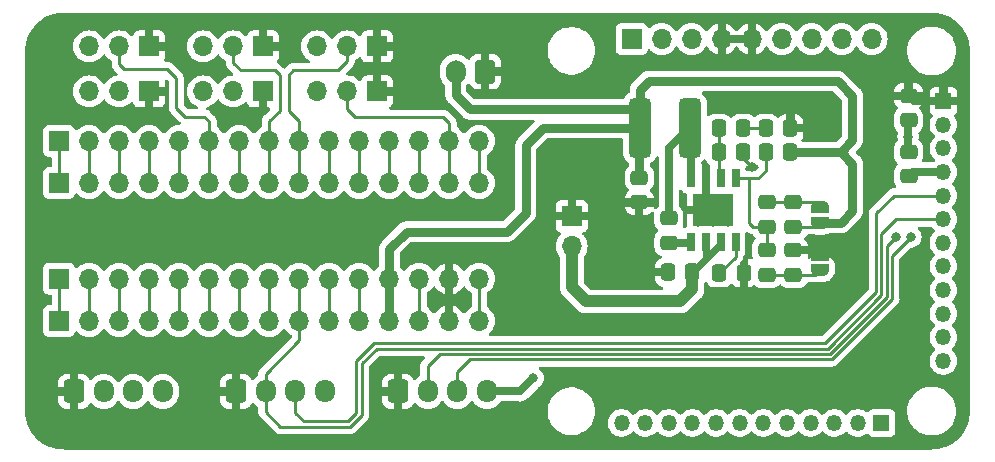
<source format=gbr>
%TF.GenerationSoftware,KiCad,Pcbnew,7.0.10*%
%TF.CreationDate,2024-02-16T22:07:16-05:00*%
%TF.ProjectId,SanBan,53616e42-616e-42e6-9b69-6361645f7063,rev?*%
%TF.SameCoordinates,Original*%
%TF.FileFunction,Copper,L1,Top*%
%TF.FilePolarity,Positive*%
%FSLAX46Y46*%
G04 Gerber Fmt 4.6, Leading zero omitted, Abs format (unit mm)*
G04 Created by KiCad (PCBNEW 7.0.10) date 2024-02-16 22:07:16*
%MOMM*%
%LPD*%
G01*
G04 APERTURE LIST*
G04 Aperture macros list*
%AMRoundRect*
0 Rectangle with rounded corners*
0 $1 Rounding radius*
0 $2 $3 $4 $5 $6 $7 $8 $9 X,Y pos of 4 corners*
0 Add a 4 corners polygon primitive as box body*
4,1,4,$2,$3,$4,$5,$6,$7,$8,$9,$2,$3,0*
0 Add four circle primitives for the rounded corners*
1,1,$1+$1,$2,$3*
1,1,$1+$1,$4,$5*
1,1,$1+$1,$6,$7*
1,1,$1+$1,$8,$9*
0 Add four rect primitives between the rounded corners*
20,1,$1+$1,$2,$3,$4,$5,0*
20,1,$1+$1,$4,$5,$6,$7,0*
20,1,$1+$1,$6,$7,$8,$9,0*
20,1,$1+$1,$8,$9,$2,$3,0*%
%AMFreePoly0*
4,1,19,0.500000,-0.750000,0.000000,-0.750000,0.000000,-0.744911,-0.071157,-0.744911,-0.207708,-0.704816,-0.327430,-0.627875,-0.420627,-0.520320,-0.479746,-0.390866,-0.500000,-0.250000,-0.500000,0.250000,-0.479746,0.390866,-0.420627,0.520320,-0.327430,0.627875,-0.207708,0.704816,-0.071157,0.744911,0.000000,0.744911,0.000000,0.750000,0.500000,0.750000,0.500000,-0.750000,0.500000,-0.750000,
$1*%
%AMFreePoly1*
4,1,19,0.000000,0.744911,0.071157,0.744911,0.207708,0.704816,0.327430,0.627875,0.420627,0.520320,0.479746,0.390866,0.500000,0.250000,0.500000,-0.250000,0.479746,-0.390866,0.420627,-0.520320,0.327430,-0.627875,0.207708,-0.704816,0.071157,-0.744911,0.000000,-0.744911,0.000000,-0.750000,-0.500000,-0.750000,-0.500000,0.750000,0.000000,0.750000,0.000000,0.744911,0.000000,0.744911,
$1*%
G04 Aperture macros list end*
%TA.AperFunction,ComponentPad*%
%ADD10RoundRect,0.250000X-0.600000X-0.725000X0.600000X-0.725000X0.600000X0.725000X-0.600000X0.725000X0*%
%TD*%
%TA.AperFunction,ComponentPad*%
%ADD11O,1.700000X1.950000*%
%TD*%
%TA.AperFunction,SMDPad,CuDef*%
%ADD12RoundRect,0.250000X0.475000X-0.337500X0.475000X0.337500X-0.475000X0.337500X-0.475000X-0.337500X0*%
%TD*%
%TA.AperFunction,ComponentPad*%
%ADD13R,1.700000X1.700000*%
%TD*%
%TA.AperFunction,ComponentPad*%
%ADD14O,1.700000X1.700000*%
%TD*%
%TA.AperFunction,ComponentPad*%
%ADD15R,1.350000X1.350000*%
%TD*%
%TA.AperFunction,ComponentPad*%
%ADD16O,1.350000X1.350000*%
%TD*%
%TA.AperFunction,SMDPad,CuDef*%
%ADD17RoundRect,0.250000X-0.337500X-0.475000X0.337500X-0.475000X0.337500X0.475000X-0.337500X0.475000X0*%
%TD*%
%TA.AperFunction,SMDPad,CuDef*%
%ADD18RoundRect,0.250000X0.337500X0.475000X-0.337500X0.475000X-0.337500X-0.475000X0.337500X-0.475000X0*%
%TD*%
%TA.AperFunction,SMDPad,CuDef*%
%ADD19RoundRect,0.250000X-0.475000X0.337500X-0.475000X-0.337500X0.475000X-0.337500X0.475000X0.337500X0*%
%TD*%
%TA.AperFunction,SMDPad,CuDef*%
%ADD20RoundRect,0.475000X0.475000X2.075000X-0.475000X2.075000X-0.475000X-2.075000X0.475000X-2.075000X0*%
%TD*%
%TA.AperFunction,SMDPad,CuDef*%
%ADD21FreePoly0,270.000000*%
%TD*%
%TA.AperFunction,SMDPad,CuDef*%
%ADD22FreePoly1,270.000000*%
%TD*%
%TA.AperFunction,SMDPad,CuDef*%
%ADD23R,0.650000X1.500000*%
%TD*%
%TA.AperFunction,SMDPad,CuDef*%
%ADD24R,3.350000X2.710000*%
%TD*%
%TA.AperFunction,ComponentPad*%
%ADD25RoundRect,0.250000X0.600000X0.750000X-0.600000X0.750000X-0.600000X-0.750000X0.600000X-0.750000X0*%
%TD*%
%TA.AperFunction,ComponentPad*%
%ADD26O,1.700000X2.000000*%
%TD*%
%TA.AperFunction,ViaPad*%
%ADD27C,0.800000*%
%TD*%
%TA.AperFunction,Conductor*%
%ADD28C,0.750000*%
%TD*%
%TA.AperFunction,Conductor*%
%ADD29C,0.250000*%
%TD*%
%TA.AperFunction,Conductor*%
%ADD30C,0.700000*%
%TD*%
%TA.AperFunction,Conductor*%
%ADD31C,0.500000*%
%TD*%
%TA.AperFunction,Conductor*%
%ADD32C,1.000000*%
%TD*%
%TA.AperFunction,Conductor*%
%ADD33C,0.600000*%
%TD*%
G04 APERTURE END LIST*
D10*
%TO.P,J13,1,Pin_1*%
%TO.N,GND*%
X114603000Y-95525000D03*
D11*
%TO.P,J13,2,Pin_2*%
%TO.N,GPS_RX*%
X117103000Y-95525000D03*
%TO.P,J13,3,Pin_3*%
%TO.N,GPS_TX*%
X119603000Y-95525000D03*
%TO.P,J13,4,Pin_4*%
%TO.N,5V_ESC*%
X122103000Y-95525000D03*
%TD*%
D12*
%TO.P,R8,1*%
%TO.N,BT_RX*%
X185250000Y-72575000D03*
%TO.P,R8,2*%
%TO.N,GND*%
X185250000Y-70500000D03*
%TD*%
D13*
%TO.P,J15,1,Pin_1*%
%TO.N,Net-(J15-Pin_1)*%
X113333000Y-89547000D03*
D14*
%TO.P,J15,2,Pin_2*%
%TO.N,Net-(J15-Pin_2)*%
X115873000Y-89547000D03*
%TO.P,J15,3,Pin_3*%
%TO.N,Net-(J15-Pin_3)*%
X118413000Y-89547000D03*
%TO.P,J15,4,Pin_4*%
%TO.N,Net-(J15-Pin_4)*%
X120953000Y-89547000D03*
%TO.P,J15,5,Pin_5*%
%TO.N,Net-(J15-Pin_5)*%
X123493000Y-89547000D03*
%TO.P,J15,6,Pin_6*%
%TO.N,Net-(J15-Pin_6)*%
X126033000Y-89547000D03*
%TO.P,J15,7,Pin_7*%
%TO.N,Net-(J15-Pin_7)*%
X128573000Y-89547000D03*
%TO.P,J15,8,Pin_8*%
%TO.N,I2C_DATA*%
X131113000Y-89547000D03*
%TO.P,J15,9,Pin_9*%
%TO.N,I2C_CLK*%
X133653000Y-89547000D03*
%TO.P,J15,10,Pin_10*%
%TO.N,Net-(J15-Pin_10)*%
X136193000Y-89547000D03*
%TO.P,J15,11,Pin_11*%
%TO.N,Net-(J15-Pin_11)*%
X138733000Y-89547000D03*
%TO.P,J15,12,Pin_12*%
%TO.N,+5V*%
X141273000Y-89547000D03*
%TO.P,J15,13,Pin_13*%
%TO.N,Net-(J15-Pin_13)*%
X143813000Y-89547000D03*
%TO.P,J15,14,Pin_14*%
%TO.N,GND*%
X146353000Y-89547000D03*
%TO.P,J15,15,Pin_15*%
%TO.N,Net-(J15-Pin_15)*%
X148893000Y-89547000D03*
%TD*%
D15*
%TO.P,J2,1,Pin_1*%
%TO.N,GND*%
X188205000Y-70945000D03*
D16*
%TO.P,J2,2,Pin_2*%
%TO.N,unconnected-(J2-Pin_2-Pad2)*%
X188205000Y-72945000D03*
%TO.P,J2,3,Pin_3*%
%TO.N,BT_TX*%
X188205000Y-74945000D03*
%TO.P,J2,4,Pin_4*%
%TO.N,Net-(J2-Pin_4)*%
X188205000Y-76945000D03*
%TO.P,J2,5,Pin_5*%
%TO.N,I2C_DATA*%
X188205000Y-78945000D03*
%TO.P,J2,6,Pin_6*%
%TO.N,I2C_CLK*%
X188205000Y-80945000D03*
%TO.P,J2,7,Pin_7*%
%TO.N,unconnected-(J2-Pin_7-Pad7)*%
X188205000Y-82945000D03*
%TO.P,J2,8,Pin_8*%
%TO.N,unconnected-(J2-Pin_8-Pad8)*%
X188205000Y-84945000D03*
%TO.P,J2,9,Pin_9*%
%TO.N,unconnected-(J2-Pin_9-Pad9)*%
X188205000Y-86945000D03*
%TO.P,J2,10,Pin_10*%
%TO.N,unconnected-(J2-Pin_10-Pad10)*%
X188205000Y-88945000D03*
%TO.P,J2,11,Pin_11*%
%TO.N,unconnected-(J2-Pin_11-Pad11)*%
X188205000Y-90945000D03*
%TO.P,J2,12,Pin_12*%
%TO.N,unconnected-(J2-Pin_12-Pad12)*%
X188205000Y-92945000D03*
%TD*%
D17*
%TO.P,R1,1*%
%TO.N,Net-(IC1-RT{slash}CLK)*%
X169212500Y-85500000D03*
%TO.P,R1,2*%
%TO.N,GND*%
X171287500Y-85500000D03*
%TD*%
D13*
%TO.P,J17,1,Pin_1*%
%TO.N,Net-(J15-Pin_1)*%
X113333000Y-85974600D03*
D14*
%TO.P,J17,2,Pin_2*%
%TO.N,Net-(J15-Pin_2)*%
X115873000Y-85974600D03*
%TO.P,J17,3,Pin_3*%
%TO.N,Net-(J15-Pin_3)*%
X118413000Y-85974600D03*
%TO.P,J17,4,Pin_4*%
%TO.N,Net-(J15-Pin_4)*%
X120953000Y-85974600D03*
%TO.P,J17,5,Pin_5*%
%TO.N,Net-(J15-Pin_5)*%
X123493000Y-85974600D03*
%TO.P,J17,6,Pin_6*%
%TO.N,Net-(J15-Pin_6)*%
X126033000Y-85974600D03*
%TO.P,J17,7,Pin_7*%
%TO.N,Net-(J15-Pin_7)*%
X128573000Y-85974600D03*
%TO.P,J17,8,Pin_8*%
%TO.N,I2C_DATA*%
X131113000Y-85974600D03*
%TO.P,J17,9,Pin_9*%
%TO.N,I2C_CLK*%
X133653000Y-85974600D03*
%TO.P,J17,10,Pin_10*%
%TO.N,Net-(J15-Pin_10)*%
X136193000Y-85974600D03*
%TO.P,J17,11,Pin_11*%
%TO.N,Net-(J15-Pin_11)*%
X138733000Y-85974600D03*
%TO.P,J17,12,Pin_12*%
%TO.N,+5V*%
X141273000Y-85974600D03*
%TO.P,J17,13,Pin_13*%
%TO.N,Net-(J15-Pin_13)*%
X143813000Y-85974600D03*
%TO.P,J17,14,Pin_14*%
%TO.N,GND*%
X146353000Y-85974600D03*
%TO.P,J17,15,Pin_15*%
%TO.N,Net-(J15-Pin_15)*%
X148893000Y-85974600D03*
%TD*%
D18*
%TO.P,C4,1*%
%TO.N,GND*%
X175250000Y-73250000D03*
%TO.P,C4,2*%
%TO.N,Net-(C4-Pad2)*%
X173175000Y-73250000D03*
%TD*%
D17*
%TO.P,R6,1*%
%TO.N,Net-(IC1-COMP)*%
X169175000Y-73250000D03*
%TO.P,R6,2*%
%TO.N,Net-(C4-Pad2)*%
X171250000Y-73250000D03*
%TD*%
D12*
%TO.P,R2,1*%
%TO.N,+5V*%
X175500000Y-81575000D03*
%TO.P,R2,2*%
%TO.N,Net-(JP1-A)*%
X175500000Y-79500000D03*
%TD*%
D13*
%TO.P,J11,1,Pin_1*%
%TO.N,GND*%
X140257000Y-70125000D03*
D14*
%TO.P,J11,2,Pin_2*%
%TO.N,PWM5*%
X137717000Y-70125000D03*
%TO.P,J11,3,Pin_3*%
%TO.N,+5V*%
X135177000Y-70125000D03*
%TD*%
D17*
%TO.P,C3,1*%
%TO.N,Net-(IC1-FB)*%
X173175000Y-75250000D03*
%TO.P,C3,2*%
%TO.N,+5V*%
X175250000Y-75250000D03*
%TD*%
D10*
%TO.P,J12,1,Pin_1*%
%TO.N,GND*%
X128319000Y-95525000D03*
D11*
%TO.P,J12,2,Pin_2*%
%TO.N,I2C_CLK*%
X130819000Y-95525000D03*
%TO.P,J12,3,Pin_3*%
%TO.N,I2C_DATA*%
X133319000Y-95525000D03*
%TO.P,J12,4,Pin_4*%
%TO.N,5V_ESC*%
X135819000Y-95525000D03*
%TD*%
D13*
%TO.P,J16,1,Pin_1*%
%TO.N,Net-(J16-Pin_1)*%
X113333000Y-74307000D03*
D14*
%TO.P,J16,2,Pin_2*%
%TO.N,Net-(J16-Pin_2)*%
X115873000Y-74307000D03*
%TO.P,J16,3,Pin_3*%
%TO.N,Net-(J16-Pin_3)*%
X118413000Y-74307000D03*
%TO.P,J16,4,Pin_4*%
%TO.N,Net-(J16-Pin_4)*%
X120953000Y-74307000D03*
%TO.P,J16,5,Pin_5*%
%TO.N,Net-(J16-Pin_5)*%
X123493000Y-74307000D03*
%TO.P,J16,6,Pin_6*%
%TO.N,PWM0*%
X126033000Y-74307000D03*
%TO.P,J16,7,Pin_7*%
%TO.N,Net-(J16-Pin_7)*%
X128573000Y-74307000D03*
%TO.P,J16,8,Pin_8*%
%TO.N,PWM1*%
X131113000Y-74307000D03*
%TO.P,J16,9,Pin_9*%
%TO.N,PWM2*%
X133653000Y-74307000D03*
%TO.P,J16,10,Pin_10*%
%TO.N,Net-(J16-Pin_10)*%
X136193000Y-74307000D03*
%TO.P,J16,11,Pin_11*%
%TO.N,Net-(J16-Pin_11)*%
X138733000Y-74307000D03*
%TO.P,J16,12,Pin_12*%
%TO.N,PWM3*%
X141273000Y-74307000D03*
%TO.P,J16,13,Pin_13*%
%TO.N,PWM4*%
X143813000Y-74307000D03*
%TO.P,J16,14,Pin_14*%
%TO.N,PWM5*%
X146353000Y-74307000D03*
%TO.P,J16,15,Pin_15*%
%TO.N,Net-(J16-Pin_15)*%
X148893000Y-74307000D03*
%TD*%
D12*
%TO.P,R3,1*%
%TO.N,Net-(IC1-FB)*%
X173250000Y-81575000D03*
%TO.P,R3,2*%
%TO.N,Net-(JP1-A)*%
X173250000Y-79500000D03*
%TD*%
D13*
%TO.P,J18,1,Pin_1*%
%TO.N,Net-(J16-Pin_1)*%
X113333000Y-77872000D03*
D14*
%TO.P,J18,2,Pin_2*%
%TO.N,Net-(J16-Pin_2)*%
X115873000Y-77872000D03*
%TO.P,J18,3,Pin_3*%
%TO.N,Net-(J16-Pin_3)*%
X118413000Y-77872000D03*
%TO.P,J18,4,Pin_4*%
%TO.N,Net-(J16-Pin_4)*%
X120953000Y-77872000D03*
%TO.P,J18,5,Pin_5*%
%TO.N,Net-(J16-Pin_5)*%
X123493000Y-77872000D03*
%TO.P,J18,6,Pin_6*%
%TO.N,PWM0*%
X126033000Y-77872000D03*
%TO.P,J18,7,Pin_7*%
%TO.N,Net-(J16-Pin_7)*%
X128573000Y-77872000D03*
%TO.P,J18,8,Pin_8*%
%TO.N,PWM1*%
X131113000Y-77872000D03*
%TO.P,J18,9,Pin_9*%
%TO.N,PWM2*%
X133653000Y-77872000D03*
%TO.P,J18,10,Pin_10*%
%TO.N,Net-(J16-Pin_10)*%
X136193000Y-77872000D03*
%TO.P,J18,11,Pin_11*%
%TO.N,Net-(J16-Pin_11)*%
X138733000Y-77872000D03*
%TO.P,J18,12,Pin_12*%
%TO.N,PWM3*%
X141273000Y-77872000D03*
%TO.P,J18,13,Pin_13*%
%TO.N,PWM4*%
X143813000Y-77872000D03*
%TO.P,J18,14,Pin_14*%
%TO.N,PWM5*%
X146353000Y-77872000D03*
%TO.P,J18,15,Pin_15*%
%TO.N,Net-(J16-Pin_15)*%
X148893000Y-77872000D03*
%TD*%
D19*
%TO.P,C1,1*%
%TO.N,+5V*%
X162455000Y-77445000D03*
%TO.P,C1,2*%
%TO.N,GND*%
X162455000Y-79520000D03*
%TD*%
%TO.P,R5,1*%
%TO.N,GND*%
X175500000Y-83575000D03*
%TO.P,R5,2*%
%TO.N,Net-(JP2-B)*%
X175500000Y-85650000D03*
%TD*%
D10*
%TO.P,J5,1,Pin_1*%
%TO.N,GND*%
X142035000Y-95525000D03*
D11*
%TO.P,J5,2,Pin_2*%
%TO.N,BT_RX*%
X144535000Y-95525000D03*
%TO.P,J5,3,Pin_3*%
%TO.N,BT_TX*%
X147035000Y-95525000D03*
%TO.P,J5,4,Pin_4*%
%TO.N,5V_ESC*%
X149535000Y-95525000D03*
%TD*%
D13*
%TO.P,J10,1,Pin_1*%
%TO.N,GND*%
X130605000Y-70125000D03*
D14*
%TO.P,J10,2,Pin_2*%
%TO.N,PWM4*%
X128065000Y-70125000D03*
%TO.P,J10,3,Pin_3*%
%TO.N,+5V*%
X125525000Y-70125000D03*
%TD*%
D15*
%TO.P,J1,1,Pin_1*%
%TO.N,unconnected-(J1-Pin_1-Pad1)*%
X182955000Y-98195000D03*
D16*
%TO.P,J1,2,Pin_2*%
%TO.N,unconnected-(J1-Pin_2-Pad2)*%
X180955000Y-98195000D03*
%TO.P,J1,3,Pin_3*%
%TO.N,unconnected-(J1-Pin_3-Pad3)*%
X178955000Y-98195000D03*
%TO.P,J1,4,Pin_4*%
%TO.N,unconnected-(J1-Pin_4-Pad4)*%
X176955000Y-98195000D03*
%TO.P,J1,5,Pin_5*%
%TO.N,unconnected-(J1-Pin_5-Pad5)*%
X174955000Y-98195000D03*
%TO.P,J1,6,Pin_6*%
%TO.N,unconnected-(J1-Pin_6-Pad6)*%
X172955000Y-98195000D03*
%TO.P,J1,7,Pin_7*%
%TO.N,unconnected-(J1-Pin_7-Pad7)*%
X170955000Y-98195000D03*
%TO.P,J1,8,Pin_8*%
%TO.N,unconnected-(J1-Pin_8-Pad8)*%
X168955000Y-98195000D03*
%TO.P,J1,9,Pin_9*%
%TO.N,unconnected-(J1-Pin_9-Pad9)*%
X166955000Y-98195000D03*
%TO.P,J1,10,Pin_10*%
%TO.N,unconnected-(J1-Pin_10-Pad10)*%
X164955000Y-98195000D03*
%TO.P,J1,11,Pin_11*%
%TO.N,unconnected-(J1-Pin_11-Pad11)*%
X162955000Y-98195000D03*
%TO.P,J1,12,Pin_12*%
%TO.N,unconnected-(J1-Pin_12-Pad12)*%
X160955000Y-98195000D03*
%TD*%
D12*
%TO.P,C2,1*%
%TO.N,Net-(IC1-BST)*%
X164955000Y-82945000D03*
%TO.P,C2,2*%
%TO.N,Net-(IC1-SW)*%
X164955000Y-80870000D03*
%TD*%
D20*
%TO.P,L1,1,1*%
%TO.N,Net-(IC1-SW)*%
X166705000Y-73195000D03*
%TO.P,L1,2,2*%
%TO.N,+5V*%
X162505000Y-73195000D03*
%TD*%
D18*
%TO.P,C5,1*%
%TO.N,GND*%
X171250000Y-75250000D03*
%TO.P,C5,2*%
%TO.N,Net-(IC1-COMP)*%
X169175000Y-75250000D03*
%TD*%
D12*
%TO.P,R7,1*%
%TO.N,Net-(J2-Pin_4)*%
X185250000Y-77325000D03*
%TO.P,R7,2*%
%TO.N,BT_RX*%
X185250000Y-75250000D03*
%TD*%
D13*
%TO.P,J6,1,Pin_1*%
%TO.N,GND*%
X120953000Y-66315000D03*
D14*
%TO.P,J6,2,Pin_2*%
%TO.N,PWM0*%
X118413000Y-66315000D03*
%TO.P,J6,3,Pin_3*%
%TO.N,+5V*%
X115873000Y-66315000D03*
%TD*%
D17*
%TO.P,C6,1*%
%TO.N,GND*%
X164880000Y-85445000D03*
%TO.P,C6,2*%
%TO.N,+BATT*%
X166955000Y-85445000D03*
%TD*%
D13*
%TO.P,J9,1,Pin_1*%
%TO.N,GND*%
X120953000Y-70125000D03*
D14*
%TO.P,J9,2,Pin_2*%
%TO.N,PWM3*%
X118413000Y-70125000D03*
%TO.P,J9,3,Pin_3*%
%TO.N,+5V*%
X115873000Y-70125000D03*
%TD*%
D21*
%TO.P,JP2,1,A*%
%TO.N,GND*%
X177750000Y-83950000D03*
D22*
%TO.P,JP2,2,B*%
%TO.N,Net-(JP2-B)*%
X177750000Y-85250000D03*
%TD*%
D23*
%TO.P,IC1,1,BST*%
%TO.N,Net-(IC1-BST)*%
X166800000Y-82895000D03*
%TO.P,IC1,2,VIN*%
%TO.N,+BATT*%
X168070000Y-82895000D03*
%TO.P,IC1,3,EN*%
X169340000Y-82895000D03*
%TO.P,IC1,4,RT/CLK*%
%TO.N,Net-(IC1-RT{slash}CLK)*%
X170610000Y-82895000D03*
%TO.P,IC1,5,FB*%
%TO.N,Net-(IC1-FB)*%
X170610000Y-77495000D03*
%TO.P,IC1,6,COMP*%
%TO.N,Net-(IC1-COMP)*%
X169340000Y-77495000D03*
%TO.P,IC1,7,GND*%
%TO.N,GND*%
X168070000Y-77495000D03*
%TO.P,IC1,8,SW*%
%TO.N,Net-(IC1-SW)*%
X166800000Y-77495000D03*
D24*
%TO.P,IC1,9,EP*%
%TO.N,GND*%
X168705000Y-80195000D03*
%TD*%
D13*
%TO.P,J3,1,Pin_1*%
%TO.N,GPS_TX*%
X161805000Y-65670000D03*
D14*
%TO.P,J3,2,Pin_2*%
%TO.N,GPS_RX*%
X164345000Y-65670000D03*
%TO.P,J3,3,Pin_3*%
%TO.N,unconnected-(J3-Pin_3-Pad3)*%
X166885000Y-65670000D03*
%TO.P,J3,4,Pin_4*%
%TO.N,GND*%
X169425000Y-65670000D03*
%TO.P,J3,5,Pin_5*%
X171965000Y-65670000D03*
%TO.P,J3,6,Pin_6*%
%TO.N,5V_ESC*%
X174505000Y-65670000D03*
%TO.P,J3,7,Pin_7*%
%TO.N,unconnected-(J3-Pin_7-Pad7)*%
X177045000Y-65670000D03*
%TO.P,J3,8,Pin_8*%
%TO.N,unconnected-(J3-Pin_8-Pad8)*%
X179585000Y-65670000D03*
%TO.P,J3,9,Pin_9*%
%TO.N,unconnected-(J3-Pin_9-Pad9)*%
X182125000Y-65670000D03*
%TD*%
D13*
%TO.P,J8,1,Pin_1*%
%TO.N,GND*%
X140257000Y-66315000D03*
D14*
%TO.P,J8,2,Pin_2*%
%TO.N,PWM2*%
X137717000Y-66315000D03*
%TO.P,J8,3,Pin_3*%
%TO.N,+5V*%
X135177000Y-66315000D03*
%TD*%
D21*
%TO.P,JP1,1,A*%
%TO.N,Net-(JP1-A)*%
X177750000Y-79950000D03*
D22*
%TO.P,JP1,2,B*%
%TO.N,+5V*%
X177750000Y-81250000D03*
%TD*%
D13*
%TO.P,J7,1,Pin_1*%
%TO.N,GND*%
X130605000Y-66315000D03*
D14*
%TO.P,J7,2,Pin_2*%
%TO.N,PWM1*%
X128065000Y-66315000D03*
%TO.P,J7,3,Pin_3*%
%TO.N,+5V*%
X125525000Y-66315000D03*
%TD*%
D25*
%TO.P,J14,1,Pin_1*%
%TO.N,GND*%
X149401000Y-68445000D03*
D26*
%TO.P,J14,2,Pin_2*%
%TO.N,+5V*%
X146901000Y-68445000D03*
%TD*%
D19*
%TO.P,R4,1*%
%TO.N,Net-(IC1-FB)*%
X173250000Y-83575000D03*
%TO.P,R4,2*%
%TO.N,Net-(JP2-B)*%
X173250000Y-85650000D03*
%TD*%
D13*
%TO.P,J4,1,Pin_1*%
%TO.N,GND*%
X156730000Y-80695000D03*
D14*
%TO.P,J4,2,Pin_2*%
%TO.N,+BATT*%
X156730000Y-83235000D03*
%TD*%
D27*
%TO.N,GND*%
X167435000Y-81174000D03*
X168705000Y-81174000D03*
X172000000Y-76500000D03*
X168070000Y-80285000D03*
X167435000Y-79269000D03*
X169975000Y-81174000D03*
X176250000Y-71500000D03*
X172750000Y-71500000D03*
X169975000Y-79269000D03*
X168705000Y-79269000D03*
X169340000Y-80285000D03*
%TO.N,BT_TX*%
X185455000Y-82445000D03*
%TO.N,5V_ESC*%
X153465000Y-94382000D03*
%TO.N,BT_RX*%
X185205000Y-73945000D03*
X184205000Y-82445000D03*
%TD*%
D28*
%TO.N,+5V*%
X141273000Y-83477000D02*
X142750000Y-82000000D01*
X162455000Y-73245000D02*
X162505000Y-73195000D01*
D29*
X177425000Y-81575000D02*
X177750000Y-81250000D01*
D28*
X179500000Y-75250000D02*
X175250000Y-75250000D01*
X179250000Y-69250000D02*
X180500000Y-70500000D01*
X180500000Y-76250000D02*
X180500000Y-80250000D01*
X180500000Y-74250000D02*
X179500000Y-75250000D01*
X179500000Y-75250000D02*
X180500000Y-76250000D01*
X151250000Y-82000000D02*
X152830000Y-80420000D01*
D29*
X175500000Y-81575000D02*
X177425000Y-81575000D01*
D28*
X146901000Y-70419000D02*
X148131000Y-71649000D01*
X141273000Y-85974600D02*
X141273000Y-83477000D01*
X152830000Y-80420000D02*
X152830000Y-74697000D01*
X180500000Y-70500000D02*
X180500000Y-74250000D01*
X162505000Y-72307000D02*
X162505000Y-73195000D01*
X162455000Y-77445000D02*
X162455000Y-73245000D01*
X179500000Y-81250000D02*
X177750000Y-81250000D01*
X142750000Y-82000000D02*
X151250000Y-82000000D01*
X162505000Y-73195000D02*
X162505000Y-69995000D01*
X141273000Y-85974600D02*
X141273000Y-89547000D01*
X154332000Y-73195000D02*
X162505000Y-73195000D01*
X146901000Y-68445000D02*
X146901000Y-70419000D01*
X180500000Y-80250000D02*
X179500000Y-81250000D01*
X148131000Y-71649000D02*
X161847000Y-71649000D01*
X161847000Y-71649000D02*
X162505000Y-72307000D01*
X152830000Y-74697000D02*
X154332000Y-73195000D01*
X162505000Y-69995000D02*
X163250000Y-69250000D01*
X163250000Y-69250000D02*
X179250000Y-69250000D01*
D30*
%TO.N,GND*%
X185695000Y-70945000D02*
X185250000Y-70500000D01*
X188205000Y-70945000D02*
X185695000Y-70945000D01*
D29*
X177375000Y-83575000D02*
X177750000Y-83950000D01*
X171250000Y-75250000D02*
X171250000Y-75750000D01*
D30*
X168070000Y-77495000D02*
X168070000Y-79560000D01*
D29*
X168795000Y-80285000D02*
X168705000Y-80195000D01*
X171250000Y-75750000D02*
X172000000Y-76500000D01*
X168070000Y-79560000D02*
X168070000Y-79560000D01*
X175500000Y-83575000D02*
X177375000Y-83575000D01*
X168070000Y-79560000D02*
X168070000Y-80285000D01*
D31*
X167435000Y-79269000D02*
X168070000Y-79560000D01*
D29*
X168070000Y-80285000D02*
X168795000Y-80285000D01*
%TO.N,Net-(IC1-BST)*%
X166750000Y-82945000D02*
X166800000Y-82895000D01*
X166800000Y-82895000D02*
X166655000Y-82895000D01*
D30*
X164955000Y-82945000D02*
X166750000Y-82945000D01*
D29*
%TO.N,Net-(IC1-SW)*%
X166800000Y-73290000D02*
X166705000Y-73195000D01*
D30*
X164955000Y-80870000D02*
X164955000Y-74945000D01*
X166800000Y-77495000D02*
X166800000Y-73290000D01*
X164955000Y-74945000D02*
X166705000Y-73195000D01*
D29*
%TO.N,Net-(IC1-FB)*%
X172075000Y-81575000D02*
X171750000Y-81250000D01*
X173250000Y-83575000D02*
X173250000Y-81575000D01*
X170610000Y-77495000D02*
X171750000Y-77495000D01*
X172502500Y-77495000D02*
X171750000Y-77495000D01*
X173175000Y-75250000D02*
X173175000Y-76822500D01*
X173250000Y-81575000D02*
X172075000Y-81575000D01*
X171750000Y-81250000D02*
X171750000Y-77495000D01*
X173175000Y-76822500D02*
X172502500Y-77495000D01*
%TO.N,Net-(C4-Pad2)*%
X171250000Y-73250000D02*
X173175000Y-73250000D01*
%TO.N,Net-(IC1-COMP)*%
X169175000Y-75250000D02*
X169175000Y-77330000D01*
X169340000Y-73415000D02*
X169175000Y-73250000D01*
X169367500Y-77467500D02*
X169340000Y-77495000D01*
X169175000Y-73250000D02*
X169175000Y-75250000D01*
X169175000Y-77330000D02*
X169340000Y-77495000D01*
D32*
%TO.N,+BATT*%
X165911000Y-87905000D02*
X166955000Y-86861000D01*
D33*
X169340000Y-83060000D02*
X169340000Y-82895000D01*
D32*
X156730000Y-83235000D02*
X156730000Y-86725000D01*
X166955000Y-86861000D02*
X166955000Y-85445000D01*
D33*
X168070000Y-84330000D02*
X166955000Y-85445000D01*
X168070000Y-82895000D02*
X168070000Y-84330000D01*
D32*
X157910000Y-87905000D02*
X165911000Y-87905000D01*
X166955000Y-85445000D02*
X166955000Y-85280000D01*
D33*
X166955000Y-85445000D02*
X169340000Y-83060000D01*
D32*
X156730000Y-86725000D02*
X157910000Y-87905000D01*
D29*
%TO.N,Net-(IC1-RT{slash}CLK)*%
X170610000Y-82895000D02*
X170610000Y-84102500D01*
X170610000Y-84102500D02*
X169212500Y-85500000D01*
%TO.N,BT_TX*%
X148105000Y-92795000D02*
X178764188Y-92795000D01*
X147035000Y-95525000D02*
X147035000Y-93865000D01*
X147035000Y-93865000D02*
X148105000Y-92795000D01*
X178764188Y-92795000D02*
X183855000Y-87704188D01*
X183855000Y-87704188D02*
X183855000Y-84045000D01*
X183855000Y-84045000D02*
X185455000Y-82445000D01*
D30*
%TO.N,Net-(J2-Pin_4)*%
X185630000Y-76945000D02*
X185250000Y-77325000D01*
X188205000Y-76945000D02*
X185630000Y-76945000D01*
D29*
%TO.N,I2C_DATA*%
X140018604Y-91445000D02*
X138505000Y-92958604D01*
X188205000Y-78945000D02*
X184015000Y-78945000D01*
X182505000Y-80455000D02*
X182505000Y-87145000D01*
X138505000Y-92958604D02*
X138505000Y-97329302D01*
X178205000Y-91445000D02*
X140018604Y-91445000D01*
X138505000Y-97329302D02*
X137769302Y-98065000D01*
X182505000Y-87145000D02*
X178205000Y-91445000D01*
X133319000Y-97359000D02*
X133319000Y-95525000D01*
X131113000Y-85974600D02*
X131113000Y-89547000D01*
X184015000Y-78945000D02*
X182505000Y-80455000D01*
X137769302Y-98065000D02*
X134025000Y-98065000D01*
X134025000Y-98065000D02*
X133319000Y-97359000D01*
%TO.N,I2C_CLK*%
X137955698Y-98515000D02*
X132071000Y-98515000D01*
X178391396Y-91895000D02*
X140205000Y-91895000D01*
X130819000Y-97263000D02*
X130819000Y-95525000D01*
X188205000Y-80945000D02*
X184205000Y-80945000D01*
X138955000Y-93145000D02*
X138955000Y-97515698D01*
X182955000Y-82195000D02*
X182955000Y-87331396D01*
X132071000Y-98515000D02*
X130819000Y-97263000D01*
X130819000Y-94041000D02*
X130819000Y-95525000D01*
X184205000Y-80945000D02*
X182955000Y-82195000D01*
X140205000Y-91895000D02*
X138955000Y-93145000D01*
X133653000Y-91207000D02*
X130819000Y-94041000D01*
X138955000Y-97515698D02*
X137955698Y-98515000D01*
X133653000Y-89547000D02*
X133653000Y-91207000D01*
X182955000Y-87331396D02*
X178391396Y-91895000D01*
X133653000Y-85974600D02*
X133653000Y-89547000D01*
D30*
%TO.N,5V_ESC*%
X149535000Y-95525000D02*
X152322000Y-95525000D01*
X152322000Y-95525000D02*
X153465000Y-94382000D01*
%TO.N,BT_RX*%
X185205000Y-73945000D02*
X185205000Y-75205000D01*
D29*
X145555000Y-92345000D02*
X178577792Y-92345000D01*
X185205000Y-72620000D02*
X185250000Y-72575000D01*
X185205000Y-75205000D02*
X185250000Y-75250000D01*
X183405000Y-87517792D02*
X183405000Y-83245000D01*
X183405000Y-83245000D02*
X184205000Y-82445000D01*
X178577792Y-92345000D02*
X183405000Y-87517792D01*
X144535000Y-95525000D02*
X144535000Y-93365000D01*
D30*
X185205000Y-73945000D02*
X185205000Y-72620000D01*
D29*
X144535000Y-93365000D02*
X145555000Y-92345000D01*
%TO.N,PWM0*%
X123239000Y-71489000D02*
X124000000Y-72250000D01*
X123239000Y-68989000D02*
X123239000Y-71489000D01*
X126033000Y-72658000D02*
X126033000Y-74307000D01*
X126033000Y-77872000D02*
X126033000Y-74307000D01*
X125625000Y-72250000D02*
X126033000Y-72658000D01*
X122470000Y-68220000D02*
X123239000Y-68989000D01*
X118794000Y-68220000D02*
X122470000Y-68220000D01*
X118413000Y-66315000D02*
X118413000Y-67839000D01*
X124000000Y-72250000D02*
X125625000Y-72250000D01*
X118413000Y-67839000D02*
X118794000Y-68220000D01*
%TO.N,PWM1*%
X128065000Y-66315000D02*
X128065000Y-67712000D01*
X132000000Y-71750000D02*
X131113000Y-72637000D01*
X128700000Y-68347000D02*
X131597000Y-68347000D01*
X131597000Y-68347000D02*
X132000000Y-68750000D01*
X132000000Y-68750000D02*
X132000000Y-71750000D01*
X131113000Y-72637000D02*
X131113000Y-74307000D01*
X128065000Y-67712000D02*
X128700000Y-68347000D01*
X131113000Y-74307000D02*
X131113000Y-77872000D01*
%TO.N,PWM2*%
X133653000Y-74307000D02*
X133653000Y-77872000D01*
X133653000Y-72653000D02*
X133653000Y-74307000D01*
X137717000Y-66315000D02*
X137717000Y-67585000D01*
X136955000Y-68347000D02*
X133153000Y-68347000D01*
X132750000Y-68750000D02*
X132750000Y-71750000D01*
X137717000Y-67585000D02*
X136955000Y-68347000D01*
X132750000Y-71750000D02*
X133653000Y-72653000D01*
X133153000Y-68347000D02*
X132750000Y-68750000D01*
%TO.N,PWM3*%
X141273000Y-74307000D02*
X141273000Y-77872000D01*
%TO.N,PWM4*%
X143813000Y-74307000D02*
X143813000Y-77872000D01*
%TO.N,PWM5*%
X145845000Y-72284000D02*
X146353000Y-72792000D01*
X138352000Y-72284000D02*
X145845000Y-72284000D01*
X137717000Y-70125000D02*
X137717000Y-71649000D01*
X137717000Y-71649000D02*
X138352000Y-72284000D01*
X146353000Y-74307000D02*
X146353000Y-77872000D01*
X146353000Y-72792000D02*
X146353000Y-74307000D01*
%TO.N,Net-(J15-Pin_1)*%
X113333000Y-85974600D02*
X113333000Y-89547000D01*
%TO.N,Net-(J15-Pin_2)*%
X115873000Y-85974600D02*
X115873000Y-89547000D01*
%TO.N,Net-(J15-Pin_3)*%
X118413000Y-85974600D02*
X118413000Y-89547000D01*
%TO.N,Net-(J15-Pin_4)*%
X120953000Y-85974600D02*
X120953000Y-89547000D01*
%TO.N,Net-(J15-Pin_5)*%
X123493000Y-85974600D02*
X123493000Y-89547000D01*
%TO.N,Net-(J15-Pin_6)*%
X126033000Y-85974600D02*
X126033000Y-89547000D01*
%TO.N,Net-(J15-Pin_7)*%
X128573000Y-85974600D02*
X128573000Y-89547000D01*
%TO.N,Net-(J15-Pin_10)*%
X136193000Y-85974600D02*
X136193000Y-89547000D01*
%TO.N,Net-(J15-Pin_11)*%
X138733000Y-85974600D02*
X138733000Y-89547000D01*
%TO.N,Net-(J15-Pin_13)*%
X143813000Y-89547000D02*
X143813000Y-85974600D01*
%TO.N,Net-(J15-Pin_15)*%
X148893000Y-89547000D02*
X148893000Y-85974600D01*
%TO.N,Net-(J16-Pin_1)*%
X113333000Y-74307000D02*
X113333000Y-77872000D01*
%TO.N,Net-(J16-Pin_2)*%
X115873000Y-74307000D02*
X115873000Y-77872000D01*
%TO.N,Net-(J16-Pin_3)*%
X118413000Y-74307000D02*
X118413000Y-77872000D01*
%TO.N,Net-(J16-Pin_4)*%
X120953000Y-74307000D02*
X120953000Y-77872000D01*
%TO.N,Net-(J16-Pin_5)*%
X123493000Y-74307000D02*
X123493000Y-77872000D01*
%TO.N,Net-(J16-Pin_7)*%
X128573000Y-74307000D02*
X128573000Y-77872000D01*
%TO.N,Net-(J16-Pin_10)*%
X136193000Y-74307000D02*
X136193000Y-77872000D01*
%TO.N,Net-(J16-Pin_11)*%
X138733000Y-74307000D02*
X138733000Y-77872000D01*
%TO.N,Net-(J16-Pin_15)*%
X148893000Y-74307000D02*
X148893000Y-77872000D01*
%TO.N,Net-(JP1-A)*%
X177300000Y-79500000D02*
X177750000Y-79950000D01*
X175500000Y-79500000D02*
X177300000Y-79500000D01*
X175500000Y-79500000D02*
X173250000Y-79500000D01*
%TO.N,Net-(JP2-B)*%
X175500000Y-85650000D02*
X177350000Y-85650000D01*
X175500000Y-85650000D02*
X173250000Y-85650000D01*
X177350000Y-85650000D02*
X177750000Y-85250000D01*
%TD*%
%TA.AperFunction,Conductor*%
%TO.N,GND*%
G36*
X146703000Y-87278438D02*
G01*
X146816489Y-87248031D01*
X146816490Y-87248031D01*
X147030578Y-87148200D01*
X147224082Y-87012705D01*
X147391105Y-86845682D01*
X147521119Y-86660005D01*
X147575696Y-86616381D01*
X147645195Y-86609188D01*
X147707549Y-86640710D01*
X147724269Y-86660005D01*
X147854505Y-86846001D01*
X148021599Y-87013095D01*
X148214624Y-87148253D01*
X148258248Y-87202828D01*
X148267500Y-87249826D01*
X148267500Y-88271773D01*
X148247815Y-88338812D01*
X148214623Y-88373348D01*
X148021597Y-88508505D01*
X147854508Y-88675594D01*
X147724269Y-88861595D01*
X147669692Y-88905219D01*
X147600193Y-88912412D01*
X147537839Y-88880890D01*
X147521119Y-88861594D01*
X147391113Y-88675926D01*
X147391108Y-88675920D01*
X147224082Y-88508894D01*
X147030578Y-88373399D01*
X146816492Y-88273570D01*
X146816486Y-88273567D01*
X146703000Y-88243159D01*
X146703000Y-89188681D01*
X146626100Y-89122048D01*
X146495315Y-89062320D01*
X146388763Y-89047000D01*
X146317237Y-89047000D01*
X146210685Y-89062320D01*
X146079900Y-89122048D01*
X146003000Y-89188681D01*
X146003000Y-88243159D01*
X146002999Y-88243159D01*
X145889513Y-88273567D01*
X145889507Y-88273570D01*
X145675422Y-88373399D01*
X145675420Y-88373400D01*
X145481926Y-88508886D01*
X145481920Y-88508891D01*
X145314891Y-88675920D01*
X145314890Y-88675922D01*
X145184880Y-88861595D01*
X145130303Y-88905219D01*
X145060804Y-88912412D01*
X144998450Y-88880890D01*
X144981730Y-88861594D01*
X144851494Y-88675597D01*
X144684402Y-88508506D01*
X144684401Y-88508505D01*
X144551093Y-88415161D01*
X144491376Y-88373347D01*
X144447751Y-88318770D01*
X144438500Y-88271772D01*
X144438500Y-87249826D01*
X144458185Y-87182787D01*
X144491374Y-87148254D01*
X144684401Y-87013095D01*
X144851495Y-86846001D01*
X144981730Y-86660005D01*
X145036307Y-86616381D01*
X145105805Y-86609187D01*
X145168160Y-86640710D01*
X145184879Y-86660005D01*
X145314890Y-86845678D01*
X145481917Y-87012705D01*
X145675421Y-87148200D01*
X145889510Y-87248031D01*
X146003000Y-87278439D01*
X146003000Y-86332918D01*
X146079900Y-86399552D01*
X146210685Y-86459280D01*
X146317237Y-86474600D01*
X146388763Y-86474600D01*
X146495315Y-86459280D01*
X146626100Y-86399552D01*
X146703000Y-86332918D01*
X146703000Y-87278438D01*
G37*
%TD.AperFunction*%
%TA.AperFunction,Conductor*%
G36*
X166010703Y-78464673D02*
G01*
X166028767Y-78484075D01*
X166031203Y-78487329D01*
X166031204Y-78487331D01*
X166117454Y-78602546D01*
X166163643Y-78637123D01*
X166232664Y-78688793D01*
X166232671Y-78688797D01*
X166367517Y-78739091D01*
X166367515Y-78739091D01*
X166419256Y-78744654D01*
X166483807Y-78771392D01*
X166523655Y-78828785D01*
X166530000Y-78867943D01*
X166530000Y-79845000D01*
X168931000Y-79845000D01*
X168998039Y-79864685D01*
X169043794Y-79917489D01*
X169055000Y-79969000D01*
X169055000Y-80421000D01*
X169035315Y-80488039D01*
X168982511Y-80533794D01*
X168931000Y-80545000D01*
X166530000Y-80545000D01*
X166530000Y-81522057D01*
X166510315Y-81589096D01*
X166457511Y-81634851D01*
X166419254Y-81645347D01*
X166367516Y-81650908D01*
X166274689Y-81685531D01*
X166204997Y-81690515D01*
X166143674Y-81657030D01*
X166110190Y-81595706D01*
X166113650Y-81530345D01*
X166114812Y-81526836D01*
X166114814Y-81526834D01*
X166169999Y-81360297D01*
X166180500Y-81257509D01*
X166180499Y-80482492D01*
X166179593Y-80473627D01*
X166169999Y-80379703D01*
X166169998Y-80379700D01*
X166165585Y-80366382D01*
X166114814Y-80213166D01*
X166022712Y-80063844D01*
X165898656Y-79939788D01*
X165898653Y-79939785D01*
X165864401Y-79918658D01*
X165817678Y-79866710D01*
X165805500Y-79813121D01*
X165805500Y-78558386D01*
X165825185Y-78491347D01*
X165877989Y-78445592D01*
X165947147Y-78435648D01*
X166010703Y-78464673D01*
G37*
%TD.AperFunction*%
%TA.AperFunction,Conductor*%
G36*
X168097469Y-75912607D02*
G01*
X168123937Y-75957576D01*
X168150135Y-76036637D01*
X168152686Y-76044333D01*
X168152687Y-76044336D01*
X168183628Y-76094500D01*
X168244787Y-76193655D01*
X168244789Y-76193657D01*
X168358681Y-76307549D01*
X168392166Y-76368872D01*
X168395000Y-76395230D01*
X168395000Y-77696000D01*
X168375315Y-77763039D01*
X168322511Y-77808794D01*
X168271000Y-77820000D01*
X167869000Y-77820000D01*
X167801961Y-77800315D01*
X167756206Y-77747511D01*
X167745000Y-77696000D01*
X167745000Y-76245000D01*
X167744543Y-76244543D01*
X167711058Y-76183220D01*
X167716042Y-76113528D01*
X167753864Y-76060760D01*
X167759509Y-76056157D01*
X167873340Y-75963340D01*
X167910131Y-75918218D01*
X167967747Y-75878704D01*
X168037586Y-75876611D01*
X168097469Y-75912607D01*
G37*
%TD.AperFunction*%
%TA.AperFunction,Conductor*%
G36*
X172255479Y-76220194D02*
G01*
X172299827Y-76248695D01*
X172368844Y-76317712D01*
X172490597Y-76392809D01*
X172537321Y-76444755D01*
X172549500Y-76498347D01*
X172549500Y-76512047D01*
X172529815Y-76579086D01*
X172513181Y-76599728D01*
X172279728Y-76833181D01*
X172218405Y-76866666D01*
X172192047Y-76869500D01*
X171820847Y-76869500D01*
X171797615Y-76867304D01*
X171789588Y-76865773D01*
X171789585Y-76865772D01*
X171734241Y-76869255D01*
X171726455Y-76869500D01*
X171559499Y-76869500D01*
X171492460Y-76849815D01*
X171446705Y-76797011D01*
X171435499Y-76745500D01*
X171435499Y-76697129D01*
X171435498Y-76697123D01*
X171432966Y-76673563D01*
X171429091Y-76637517D01*
X171429090Y-76637515D01*
X171429090Y-76637512D01*
X171427308Y-76629969D01*
X171429958Y-76629342D01*
X171425902Y-76572644D01*
X171459385Y-76511320D01*
X171520708Y-76477834D01*
X171547069Y-76474999D01*
X171637472Y-76474999D01*
X171637486Y-76474998D01*
X171740197Y-76464505D01*
X171906619Y-76409358D01*
X171906624Y-76409356D01*
X172055842Y-76317317D01*
X172124464Y-76248695D01*
X172185787Y-76215210D01*
X172255479Y-76220194D01*
G37*
%TD.AperFunction*%
%TA.AperFunction,Conductor*%
G36*
X178903033Y-70145185D02*
G01*
X178923675Y-70161819D01*
X179588181Y-70826325D01*
X179621666Y-70887648D01*
X179624500Y-70914006D01*
X179624500Y-73835994D01*
X179604815Y-73903033D01*
X179588181Y-73923675D01*
X179173675Y-74338181D01*
X179112352Y-74371666D01*
X179085994Y-74374500D01*
X176291458Y-74374500D01*
X176224419Y-74354815D01*
X176185938Y-74315627D01*
X176185335Y-74314650D01*
X176166876Y-74247262D01*
X176185317Y-74184426D01*
X176271853Y-74044130D01*
X176271858Y-74044119D01*
X176327005Y-73877697D01*
X176327006Y-73877690D01*
X176337499Y-73774986D01*
X176337500Y-73774973D01*
X176337500Y-73600000D01*
X175024000Y-73600000D01*
X174956961Y-73580315D01*
X174911206Y-73527511D01*
X174900000Y-73476000D01*
X174900000Y-72025000D01*
X175600000Y-72025000D01*
X175600000Y-72900000D01*
X176337499Y-72900000D01*
X176337499Y-72725028D01*
X176337498Y-72725013D01*
X176327005Y-72622302D01*
X176271858Y-72455880D01*
X176271856Y-72455875D01*
X176179815Y-72306654D01*
X176055845Y-72182684D01*
X175906624Y-72090643D01*
X175906619Y-72090641D01*
X175740197Y-72035494D01*
X175740190Y-72035493D01*
X175637486Y-72025000D01*
X175600000Y-72025000D01*
X174900000Y-72025000D01*
X174862529Y-72025000D01*
X174862511Y-72025001D01*
X174759802Y-72035494D01*
X174593380Y-72090641D01*
X174593375Y-72090643D01*
X174444154Y-72182684D01*
X174320183Y-72306655D01*
X174320179Y-72306660D01*
X174318326Y-72309665D01*
X174316518Y-72311290D01*
X174315702Y-72312323D01*
X174315525Y-72312183D01*
X174266374Y-72356385D01*
X174197411Y-72367601D01*
X174133331Y-72339752D01*
X174107253Y-72309653D01*
X174106956Y-72309172D01*
X174105212Y-72306344D01*
X173981156Y-72182288D01*
X173856040Y-72105116D01*
X173831836Y-72090187D01*
X173831831Y-72090185D01*
X173815278Y-72084700D01*
X173665297Y-72035001D01*
X173665295Y-72035000D01*
X173562510Y-72024500D01*
X172787498Y-72024500D01*
X172787480Y-72024501D01*
X172684703Y-72035000D01*
X172684700Y-72035001D01*
X172518168Y-72090185D01*
X172518163Y-72090187D01*
X172368842Y-72182289D01*
X172300181Y-72250951D01*
X172238858Y-72284436D01*
X172169166Y-72279452D01*
X172124819Y-72250951D01*
X172056157Y-72182289D01*
X172056156Y-72182288D01*
X171931040Y-72105116D01*
X171906836Y-72090187D01*
X171906831Y-72090185D01*
X171890278Y-72084700D01*
X171740297Y-72035001D01*
X171740295Y-72035000D01*
X171637510Y-72024500D01*
X170862498Y-72024500D01*
X170862480Y-72024501D01*
X170759703Y-72035000D01*
X170759700Y-72035001D01*
X170593168Y-72090185D01*
X170593163Y-72090187D01*
X170443842Y-72182289D01*
X170319785Y-72306346D01*
X170318037Y-72309182D01*
X170316329Y-72310717D01*
X170315307Y-72312011D01*
X170315085Y-72311836D01*
X170266089Y-72355905D01*
X170197126Y-72367126D01*
X170133044Y-72339282D01*
X170106963Y-72309182D01*
X170105214Y-72306346D01*
X169981157Y-72182289D01*
X169981156Y-72182288D01*
X169856040Y-72105116D01*
X169831836Y-72090187D01*
X169831831Y-72090185D01*
X169815278Y-72084700D01*
X169665297Y-72035001D01*
X169665295Y-72035000D01*
X169562510Y-72024500D01*
X168787498Y-72024500D01*
X168787480Y-72024501D01*
X168684703Y-72035000D01*
X168684700Y-72035001D01*
X168518168Y-72090185D01*
X168518163Y-72090187D01*
X168368842Y-72182289D01*
X168367181Y-72183951D01*
X168365759Y-72184727D01*
X168363181Y-72186766D01*
X168362832Y-72186325D01*
X168305858Y-72217436D01*
X168236166Y-72212452D01*
X168180233Y-72170580D01*
X168155816Y-72105116D01*
X168155500Y-72096270D01*
X168155500Y-71063420D01*
X168155500Y-71063414D01*
X168145151Y-70947015D01*
X168090573Y-70756272D01*
X167998716Y-70580421D01*
X167913696Y-70476152D01*
X167873340Y-70426659D01*
X167792095Y-70360413D01*
X167773929Y-70345600D01*
X167734413Y-70287981D01*
X167732321Y-70218143D01*
X167768319Y-70158260D01*
X167830977Y-70127346D01*
X167852291Y-70125500D01*
X178835994Y-70125500D01*
X178903033Y-70145185D01*
G37*
%TD.AperFunction*%
%TA.AperFunction,Conductor*%
G36*
X130955000Y-71475000D02*
G01*
X131091047Y-71475000D01*
X131158086Y-71494685D01*
X131203841Y-71547489D01*
X131213785Y-71616647D01*
X131184760Y-71680203D01*
X131178728Y-71686681D01*
X130729208Y-72136199D01*
X130716951Y-72146020D01*
X130717134Y-72146241D01*
X130711122Y-72151214D01*
X130665098Y-72200223D01*
X130662391Y-72203016D01*
X130642889Y-72222517D01*
X130642875Y-72222534D01*
X130640407Y-72225715D01*
X130632843Y-72234570D01*
X130602937Y-72266418D01*
X130602936Y-72266420D01*
X130593284Y-72283976D01*
X130582610Y-72300226D01*
X130570329Y-72316061D01*
X130570324Y-72316068D01*
X130552975Y-72356158D01*
X130547838Y-72366644D01*
X130526803Y-72404906D01*
X130521822Y-72424307D01*
X130515521Y-72442710D01*
X130507562Y-72461102D01*
X130507561Y-72461105D01*
X130500728Y-72504243D01*
X130498360Y-72515674D01*
X130487501Y-72557971D01*
X130487500Y-72557982D01*
X130487500Y-72578016D01*
X130485973Y-72597415D01*
X130483402Y-72613650D01*
X130482840Y-72617196D01*
X130482978Y-72618651D01*
X130486950Y-72660674D01*
X130487500Y-72672343D01*
X130487500Y-73031773D01*
X130467815Y-73098812D01*
X130434623Y-73133348D01*
X130241597Y-73268505D01*
X130074505Y-73435597D01*
X129944575Y-73621158D01*
X129889998Y-73664783D01*
X129820500Y-73671977D01*
X129758145Y-73640454D01*
X129741425Y-73621158D01*
X129611494Y-73435597D01*
X129444402Y-73268506D01*
X129444395Y-73268501D01*
X129250834Y-73132967D01*
X129250830Y-73132965D01*
X129198500Y-73108563D01*
X129036663Y-73033097D01*
X129036659Y-73033096D01*
X129036655Y-73033094D01*
X128808413Y-72971938D01*
X128808403Y-72971936D01*
X128573001Y-72951341D01*
X128572999Y-72951341D01*
X128337596Y-72971936D01*
X128337586Y-72971938D01*
X128109344Y-73033094D01*
X128109335Y-73033098D01*
X127895171Y-73132964D01*
X127895169Y-73132965D01*
X127701597Y-73268505D01*
X127534505Y-73435597D01*
X127404575Y-73621158D01*
X127349998Y-73664783D01*
X127280500Y-73671977D01*
X127218145Y-73640454D01*
X127201425Y-73621158D01*
X127071494Y-73435597D01*
X126904402Y-73268506D01*
X126904401Y-73268505D01*
X126771093Y-73175161D01*
X126711376Y-73133347D01*
X126667751Y-73078770D01*
X126658500Y-73031772D01*
X126658500Y-72740738D01*
X126660224Y-72725124D01*
X126659938Y-72725097D01*
X126660672Y-72717334D01*
X126658561Y-72650144D01*
X126658500Y-72646250D01*
X126658500Y-72618651D01*
X126658500Y-72618650D01*
X126657997Y-72614670D01*
X126657080Y-72603021D01*
X126656904Y-72597415D01*
X126655709Y-72559373D01*
X126650122Y-72540144D01*
X126646174Y-72521084D01*
X126645853Y-72518541D01*
X126643664Y-72501208D01*
X126627585Y-72460597D01*
X126623804Y-72449552D01*
X126611619Y-72407612D01*
X126609247Y-72403602D01*
X126601418Y-72390363D01*
X126592860Y-72372894D01*
X126585486Y-72354268D01*
X126585483Y-72354264D01*
X126585483Y-72354263D01*
X126559816Y-72318935D01*
X126553403Y-72309172D01*
X126531172Y-72271583D01*
X126531170Y-72271579D01*
X126531166Y-72271575D01*
X126531163Y-72271571D01*
X126517005Y-72257413D01*
X126504370Y-72242620D01*
X126492593Y-72226412D01*
X126458945Y-72198576D01*
X126450304Y-72190713D01*
X126125803Y-71866212D01*
X126115980Y-71853950D01*
X126115759Y-71854134D01*
X126110786Y-71848122D01*
X126061776Y-71802099D01*
X126058977Y-71799386D01*
X126039477Y-71779885D01*
X126039471Y-71779880D01*
X126036286Y-71777409D01*
X126027434Y-71769848D01*
X125995582Y-71739938D01*
X125995580Y-71739936D01*
X125995577Y-71739935D01*
X125978029Y-71730288D01*
X125961763Y-71719604D01*
X125960779Y-71718841D01*
X125945936Y-71707327D01*
X125945935Y-71707326D01*
X125945932Y-71707324D01*
X125905849Y-71689978D01*
X125895363Y-71684841D01*
X125850257Y-71660045D01*
X125851260Y-71658220D01*
X125804692Y-71621874D01*
X125781598Y-71555931D01*
X125797821Y-71487971D01*
X125848211Y-71439570D01*
X125873338Y-71429803D01*
X125961225Y-71406255D01*
X125988653Y-71398906D01*
X125988654Y-71398905D01*
X125988663Y-71398903D01*
X126202830Y-71299035D01*
X126396401Y-71163495D01*
X126563495Y-70996401D01*
X126693425Y-70810842D01*
X126748002Y-70767217D01*
X126817500Y-70760023D01*
X126879855Y-70791546D01*
X126896575Y-70810842D01*
X127026500Y-70996395D01*
X127026505Y-70996401D01*
X127193599Y-71163495D01*
X127252739Y-71204905D01*
X127387165Y-71299032D01*
X127387167Y-71299033D01*
X127387170Y-71299035D01*
X127601337Y-71398903D01*
X127601343Y-71398904D01*
X127601344Y-71398905D01*
X127609842Y-71401182D01*
X127829592Y-71460063D01*
X128000319Y-71475000D01*
X128064999Y-71480659D01*
X128065000Y-71480659D01*
X128065001Y-71480659D01*
X128129681Y-71475000D01*
X128300408Y-71460063D01*
X128528663Y-71398903D01*
X128742830Y-71299035D01*
X128936401Y-71163495D01*
X129058717Y-71041178D01*
X129120036Y-71007696D01*
X129189728Y-71012680D01*
X129245662Y-71054551D01*
X129262577Y-71085528D01*
X129311646Y-71217088D01*
X129311649Y-71217093D01*
X129397809Y-71332187D01*
X129397812Y-71332190D01*
X129512906Y-71418350D01*
X129512913Y-71418354D01*
X129647620Y-71468596D01*
X129647627Y-71468598D01*
X129707155Y-71474999D01*
X129707172Y-71475000D01*
X130255000Y-71475000D01*
X130255000Y-70483318D01*
X130331900Y-70549952D01*
X130462685Y-70609680D01*
X130569237Y-70625000D01*
X130640763Y-70625000D01*
X130747315Y-70609680D01*
X130878100Y-70549952D01*
X130955000Y-70483318D01*
X130955000Y-71475000D01*
G37*
%TD.AperFunction*%
%TA.AperFunction,Conductor*%
G36*
X171583239Y-65339202D02*
G01*
X171505507Y-65460156D01*
X171465000Y-65598111D01*
X171465000Y-65741889D01*
X171505507Y-65879844D01*
X171583239Y-66000798D01*
X171605400Y-66020000D01*
X169784600Y-66020000D01*
X169806761Y-66000798D01*
X169884493Y-65879844D01*
X169925000Y-65741889D01*
X169925000Y-65598111D01*
X169884493Y-65460156D01*
X169806761Y-65339202D01*
X169784600Y-65320000D01*
X171605400Y-65320000D01*
X171583239Y-65339202D01*
G37*
%TD.AperFunction*%
%TA.AperFunction,Conductor*%
G36*
X187101215Y-63445512D02*
G01*
X187104471Y-63445557D01*
X187203276Y-63446943D01*
X187206640Y-63447038D01*
X187344229Y-63452830D01*
X187345845Y-63452909D01*
X187385231Y-63455121D01*
X187388679Y-63455364D01*
X187564877Y-63470226D01*
X187571733Y-63470998D01*
X187745110Y-63495475D01*
X187751933Y-63496635D01*
X187923654Y-63530792D01*
X187930388Y-63532328D01*
X188099929Y-63576061D01*
X188106597Y-63577982D01*
X188273414Y-63631152D01*
X188279951Y-63633439D01*
X188443546Y-63695886D01*
X188449928Y-63698530D01*
X188609738Y-63770040D01*
X188615984Y-63773048D01*
X188771515Y-63853397D01*
X188777585Y-63856752D01*
X188928406Y-63945718D01*
X188934259Y-63949396D01*
X189071887Y-64041357D01*
X189079836Y-64046668D01*
X189085508Y-64050693D01*
X189225366Y-64155947D01*
X189230804Y-64160283D01*
X189364565Y-64273234D01*
X189369751Y-64277869D01*
X189496953Y-64398127D01*
X189501854Y-64403027D01*
X189622143Y-64530261D01*
X189626754Y-64535421D01*
X189691915Y-64612587D01*
X189739716Y-64669195D01*
X189744052Y-64674633D01*
X189849306Y-64814491D01*
X189853331Y-64820163D01*
X189950591Y-64965722D01*
X189954292Y-64971612D01*
X190043235Y-65122393D01*
X190046599Y-65128480D01*
X190126946Y-65284005D01*
X190129964Y-65290272D01*
X190201462Y-65450056D01*
X190204124Y-65456482D01*
X190266555Y-65620034D01*
X190268852Y-65626599D01*
X190322015Y-65793398D01*
X190323941Y-65800082D01*
X190367665Y-65969587D01*
X190369212Y-65976368D01*
X190403363Y-66148061D01*
X190404529Y-66154919D01*
X190428999Y-66328256D01*
X190429777Y-66335167D01*
X190444634Y-66511312D01*
X190444878Y-66514780D01*
X190447086Y-66554091D01*
X190447171Y-66555829D01*
X190452959Y-66693301D01*
X190453057Y-66696778D01*
X190454488Y-66798782D01*
X190454500Y-66800521D01*
X190454500Y-97089477D01*
X190454488Y-97091216D01*
X190453057Y-97193221D01*
X190452959Y-97196698D01*
X190447171Y-97334170D01*
X190447086Y-97335908D01*
X190444878Y-97375219D01*
X190444634Y-97378687D01*
X190429777Y-97554832D01*
X190428999Y-97561743D01*
X190404525Y-97735106D01*
X190403359Y-97741965D01*
X190369211Y-97913634D01*
X190367664Y-97920414D01*
X190323941Y-98089917D01*
X190322015Y-98096601D01*
X190268852Y-98263400D01*
X190266555Y-98269965D01*
X190204124Y-98433518D01*
X190201462Y-98439944D01*
X190129964Y-98599727D01*
X190126946Y-98605994D01*
X190046599Y-98761519D01*
X190043235Y-98767606D01*
X189954292Y-98918387D01*
X189950591Y-98924277D01*
X189853331Y-99069836D01*
X189849306Y-99075508D01*
X189744052Y-99215366D01*
X189739716Y-99220804D01*
X189626764Y-99354567D01*
X189622128Y-99359754D01*
X189501862Y-99486962D01*
X189496945Y-99491880D01*
X189408015Y-99575955D01*
X189369754Y-99612129D01*
X189369743Y-99612139D01*
X189364556Y-99616774D01*
X189230805Y-99729716D01*
X189225379Y-99734042D01*
X189101531Y-99827248D01*
X189085508Y-99839307D01*
X189079836Y-99843331D01*
X188934278Y-99940591D01*
X188928388Y-99944292D01*
X188777592Y-100033243D01*
X188771505Y-100036607D01*
X188615995Y-100116946D01*
X188609738Y-100119959D01*
X188559556Y-100142414D01*
X188449931Y-100191467D01*
X188443506Y-100194128D01*
X188279965Y-100256555D01*
X188273400Y-100258852D01*
X188106601Y-100312015D01*
X188099917Y-100313941D01*
X187930414Y-100357664D01*
X187923634Y-100359211D01*
X187751965Y-100393359D01*
X187745106Y-100394525D01*
X187571743Y-100418999D01*
X187564832Y-100419777D01*
X187388687Y-100434634D01*
X187385219Y-100434878D01*
X187345908Y-100437086D01*
X187344170Y-100437171D01*
X187206698Y-100442959D01*
X187203221Y-100443057D01*
X187101216Y-100444488D01*
X187099477Y-100444500D01*
X113810523Y-100444500D01*
X113808784Y-100444488D01*
X113706778Y-100443057D01*
X113703301Y-100442959D01*
X113565829Y-100437171D01*
X113564091Y-100437086D01*
X113524780Y-100434878D01*
X113521312Y-100434634D01*
X113345150Y-100419776D01*
X113338238Y-100418997D01*
X113164891Y-100394524D01*
X113158033Y-100393359D01*
X112986365Y-100359211D01*
X112979585Y-100357664D01*
X112810082Y-100313941D01*
X112803398Y-100312015D01*
X112636599Y-100258852D01*
X112630034Y-100256555D01*
X112466482Y-100194124D01*
X112460056Y-100191462D01*
X112300272Y-100119964D01*
X112294005Y-100116946D01*
X112138480Y-100036599D01*
X112132393Y-100033235D01*
X111981612Y-99944292D01*
X111975722Y-99940591D01*
X111830163Y-99843331D01*
X111824491Y-99839306D01*
X111684633Y-99734052D01*
X111679195Y-99729716D01*
X111622647Y-99681966D01*
X111545420Y-99616753D01*
X111540275Y-99612155D01*
X111413027Y-99491854D01*
X111408145Y-99486972D01*
X111287842Y-99359722D01*
X111283248Y-99354581D01*
X111196431Y-99251770D01*
X111170283Y-99220804D01*
X111165947Y-99215366D01*
X111060693Y-99075508D01*
X111056668Y-99069836D01*
X111012925Y-99004371D01*
X110959396Y-98924259D01*
X110955718Y-98918406D01*
X110866752Y-98767585D01*
X110863392Y-98761505D01*
X110783041Y-98605970D01*
X110780053Y-98599767D01*
X110708530Y-98439927D01*
X110705871Y-98433506D01*
X110643444Y-98269965D01*
X110641147Y-98263400D01*
X110640632Y-98261785D01*
X110587982Y-98096597D01*
X110586058Y-98089917D01*
X110542331Y-97920399D01*
X110540791Y-97913651D01*
X110506635Y-97741942D01*
X110505478Y-97735129D01*
X110480998Y-97561733D01*
X110480226Y-97554877D01*
X110465364Y-97378679D01*
X110465121Y-97375219D01*
X110464652Y-97366872D01*
X110462909Y-97335845D01*
X110462828Y-97334170D01*
X110462146Y-97317967D01*
X110457038Y-97196640D01*
X110456943Y-97193276D01*
X110455512Y-97091215D01*
X110455500Y-97089477D01*
X110455500Y-95875000D01*
X113253001Y-95875000D01*
X113253001Y-96299986D01*
X113263494Y-96402697D01*
X113318641Y-96569119D01*
X113318643Y-96569124D01*
X113410684Y-96718345D01*
X113534654Y-96842315D01*
X113683875Y-96934356D01*
X113683880Y-96934358D01*
X113850302Y-96989505D01*
X113850309Y-96989506D01*
X113953019Y-96999999D01*
X114252999Y-96999999D01*
X114253000Y-96999998D01*
X114253000Y-95875000D01*
X113253001Y-95875000D01*
X110455500Y-95875000D01*
X110455500Y-95593295D01*
X114128000Y-95593295D01*
X114166481Y-95724351D01*
X114240327Y-95839258D01*
X114343555Y-95928705D01*
X114467801Y-95985446D01*
X114569025Y-96000000D01*
X114636975Y-96000000D01*
X114738199Y-95985446D01*
X114862445Y-95928705D01*
X114953000Y-95850239D01*
X114953000Y-96999999D01*
X115252972Y-96999999D01*
X115252986Y-96999998D01*
X115355697Y-96989505D01*
X115522119Y-96934358D01*
X115522124Y-96934356D01*
X115671345Y-96842315D01*
X115795315Y-96718345D01*
X115890815Y-96563516D01*
X115942763Y-96516792D01*
X116011726Y-96505569D01*
X116075808Y-96533413D01*
X116084035Y-96540931D01*
X116231599Y-96688495D01*
X116231602Y-96688497D01*
X116231603Y-96688498D01*
X116425165Y-96824032D01*
X116425167Y-96824033D01*
X116425170Y-96824035D01*
X116639337Y-96923903D01*
X116639343Y-96923904D01*
X116639344Y-96923905D01*
X116678356Y-96934358D01*
X116867592Y-96985063D01*
X117055918Y-97001539D01*
X117102999Y-97005659D01*
X117103000Y-97005659D01*
X117103001Y-97005659D01*
X117142234Y-97002226D01*
X117338408Y-96985063D01*
X117566663Y-96923903D01*
X117780829Y-96824035D01*
X117974401Y-96688495D01*
X118141495Y-96521401D01*
X118251426Y-96364401D01*
X118306001Y-96320778D01*
X118375500Y-96313584D01*
X118437855Y-96345106D01*
X118454571Y-96364398D01*
X118481388Y-96402697D01*
X118564506Y-96521403D01*
X118680463Y-96637359D01*
X118731599Y-96688495D01*
X118828384Y-96756265D01*
X118925165Y-96824032D01*
X118925167Y-96824033D01*
X118925170Y-96824035D01*
X119139337Y-96923903D01*
X119139343Y-96923904D01*
X119139344Y-96923905D01*
X119178356Y-96934358D01*
X119367592Y-96985063D01*
X119555918Y-97001539D01*
X119602999Y-97005659D01*
X119603000Y-97005659D01*
X119603001Y-97005659D01*
X119642234Y-97002226D01*
X119838408Y-96985063D01*
X120066663Y-96923903D01*
X120280829Y-96824035D01*
X120474401Y-96688495D01*
X120641495Y-96521401D01*
X120751426Y-96364401D01*
X120806001Y-96320778D01*
X120875500Y-96313584D01*
X120937855Y-96345106D01*
X120954571Y-96364398D01*
X120981388Y-96402697D01*
X121064506Y-96521403D01*
X121180463Y-96637359D01*
X121231599Y-96688495D01*
X121328384Y-96756265D01*
X121425165Y-96824032D01*
X121425167Y-96824033D01*
X121425170Y-96824035D01*
X121639337Y-96923903D01*
X121639343Y-96923904D01*
X121639344Y-96923905D01*
X121678356Y-96934358D01*
X121867592Y-96985063D01*
X122055918Y-97001539D01*
X122102999Y-97005659D01*
X122103000Y-97005659D01*
X122103001Y-97005659D01*
X122142234Y-97002226D01*
X122338408Y-96985063D01*
X122566663Y-96923903D01*
X122780829Y-96824035D01*
X122974401Y-96688495D01*
X123141495Y-96521401D01*
X123277035Y-96327829D01*
X123376903Y-96113663D01*
X123438063Y-95885408D01*
X123438974Y-95875000D01*
X126969001Y-95875000D01*
X126969001Y-96299986D01*
X126979494Y-96402697D01*
X127034641Y-96569119D01*
X127034643Y-96569124D01*
X127126684Y-96718345D01*
X127250654Y-96842315D01*
X127399875Y-96934356D01*
X127399880Y-96934358D01*
X127566302Y-96989505D01*
X127566309Y-96989506D01*
X127669019Y-96999999D01*
X127968999Y-96999999D01*
X127969000Y-96999998D01*
X127969000Y-95875000D01*
X126969001Y-95875000D01*
X123438974Y-95875000D01*
X123453500Y-95708966D01*
X123453500Y-95341034D01*
X123438974Y-95175000D01*
X126969000Y-95175000D01*
X127969000Y-95175000D01*
X127969000Y-94050000D01*
X127669028Y-94050000D01*
X127669012Y-94050001D01*
X127566302Y-94060494D01*
X127399880Y-94115641D01*
X127399875Y-94115643D01*
X127250654Y-94207684D01*
X127126684Y-94331654D01*
X127034643Y-94480875D01*
X127034641Y-94480880D01*
X126979494Y-94647302D01*
X126979493Y-94647309D01*
X126969000Y-94750013D01*
X126969000Y-95175000D01*
X123438974Y-95175000D01*
X123438063Y-95164592D01*
X123376903Y-94936337D01*
X123277035Y-94722171D01*
X123264936Y-94704891D01*
X123141494Y-94528597D01*
X122974402Y-94361506D01*
X122974395Y-94361501D01*
X122780834Y-94225967D01*
X122780830Y-94225965D01*
X122711723Y-94193740D01*
X122566663Y-94126097D01*
X122566659Y-94126096D01*
X122566655Y-94126094D01*
X122338413Y-94064938D01*
X122338403Y-94064936D01*
X122103001Y-94044341D01*
X122102999Y-94044341D01*
X121867596Y-94064936D01*
X121867586Y-94064938D01*
X121639344Y-94126094D01*
X121639335Y-94126098D01*
X121425171Y-94225964D01*
X121425169Y-94225965D01*
X121231597Y-94361505D01*
X121064505Y-94528597D01*
X120954575Y-94685595D01*
X120899998Y-94729220D01*
X120830500Y-94736414D01*
X120768145Y-94704891D01*
X120751425Y-94685595D01*
X120641494Y-94528597D01*
X120474402Y-94361506D01*
X120474395Y-94361501D01*
X120280834Y-94225967D01*
X120280830Y-94225965D01*
X120211723Y-94193740D01*
X120066663Y-94126097D01*
X120066659Y-94126096D01*
X120066655Y-94126094D01*
X119838413Y-94064938D01*
X119838403Y-94064936D01*
X119603001Y-94044341D01*
X119602999Y-94044341D01*
X119367596Y-94064936D01*
X119367586Y-94064938D01*
X119139344Y-94126094D01*
X119139335Y-94126098D01*
X118925171Y-94225964D01*
X118925169Y-94225965D01*
X118731597Y-94361505D01*
X118564505Y-94528597D01*
X118454575Y-94685595D01*
X118399998Y-94729220D01*
X118330500Y-94736414D01*
X118268145Y-94704891D01*
X118251425Y-94685595D01*
X118141494Y-94528597D01*
X117974402Y-94361506D01*
X117974395Y-94361501D01*
X117780834Y-94225967D01*
X117780830Y-94225965D01*
X117711723Y-94193740D01*
X117566663Y-94126097D01*
X117566659Y-94126096D01*
X117566655Y-94126094D01*
X117338413Y-94064938D01*
X117338403Y-94064936D01*
X117103001Y-94044341D01*
X117102999Y-94044341D01*
X116867596Y-94064936D01*
X116867586Y-94064938D01*
X116639344Y-94126094D01*
X116639335Y-94126098D01*
X116425171Y-94225964D01*
X116425169Y-94225965D01*
X116231597Y-94361505D01*
X116084035Y-94509068D01*
X116022712Y-94542553D01*
X115953020Y-94537569D01*
X115897087Y-94495697D01*
X115890815Y-94486484D01*
X115795315Y-94331654D01*
X115671345Y-94207684D01*
X115522124Y-94115643D01*
X115522119Y-94115641D01*
X115355697Y-94060494D01*
X115355690Y-94060493D01*
X115252986Y-94050000D01*
X114953000Y-94050000D01*
X114953000Y-95199760D01*
X114862445Y-95121295D01*
X114738199Y-95064554D01*
X114636975Y-95050000D01*
X114569025Y-95050000D01*
X114467801Y-95064554D01*
X114343555Y-95121295D01*
X114240327Y-95210742D01*
X114166481Y-95325649D01*
X114128000Y-95456705D01*
X114128000Y-95593295D01*
X110455500Y-95593295D01*
X110455500Y-95175000D01*
X113253000Y-95175000D01*
X114253000Y-95175000D01*
X114253000Y-94050000D01*
X113953028Y-94050000D01*
X113953012Y-94050001D01*
X113850302Y-94060494D01*
X113683880Y-94115641D01*
X113683875Y-94115643D01*
X113534654Y-94207684D01*
X113410684Y-94331654D01*
X113318643Y-94480875D01*
X113318641Y-94480880D01*
X113263494Y-94647302D01*
X113263493Y-94647309D01*
X113253000Y-94750013D01*
X113253000Y-95175000D01*
X110455500Y-95175000D01*
X110455500Y-90444870D01*
X111982500Y-90444870D01*
X111982501Y-90444876D01*
X111988908Y-90504483D01*
X112039202Y-90639328D01*
X112039206Y-90639335D01*
X112125452Y-90754544D01*
X112125455Y-90754547D01*
X112240664Y-90840793D01*
X112240671Y-90840797D01*
X112375517Y-90891091D01*
X112375516Y-90891091D01*
X112382444Y-90891835D01*
X112435127Y-90897500D01*
X114230872Y-90897499D01*
X114290483Y-90891091D01*
X114425331Y-90840796D01*
X114540546Y-90754546D01*
X114626796Y-90639331D01*
X114675810Y-90507916D01*
X114717681Y-90451984D01*
X114783145Y-90427566D01*
X114851418Y-90442417D01*
X114879673Y-90463569D01*
X115001599Y-90585495D01*
X115091581Y-90648501D01*
X115195165Y-90721032D01*
X115195167Y-90721033D01*
X115195170Y-90721035D01*
X115409337Y-90820903D01*
X115409343Y-90820904D01*
X115409344Y-90820905D01*
X115435372Y-90827879D01*
X115637592Y-90882063D01*
X115814034Y-90897500D01*
X115872999Y-90902659D01*
X115873000Y-90902659D01*
X115873001Y-90902659D01*
X115931966Y-90897500D01*
X116108408Y-90882063D01*
X116336663Y-90820903D01*
X116550830Y-90721035D01*
X116744401Y-90585495D01*
X116911495Y-90418401D01*
X117041425Y-90232842D01*
X117096002Y-90189217D01*
X117165500Y-90182023D01*
X117227855Y-90213546D01*
X117244575Y-90232842D01*
X117374500Y-90418395D01*
X117374505Y-90418401D01*
X117541599Y-90585495D01*
X117631581Y-90648501D01*
X117735165Y-90721032D01*
X117735167Y-90721033D01*
X117735170Y-90721035D01*
X117949337Y-90820903D01*
X117949343Y-90820904D01*
X117949344Y-90820905D01*
X117975372Y-90827879D01*
X118177592Y-90882063D01*
X118354034Y-90897500D01*
X118412999Y-90902659D01*
X118413000Y-90902659D01*
X118413001Y-90902659D01*
X118471966Y-90897500D01*
X118648408Y-90882063D01*
X118876663Y-90820903D01*
X119090830Y-90721035D01*
X119284401Y-90585495D01*
X119451495Y-90418401D01*
X119581425Y-90232842D01*
X119636002Y-90189217D01*
X119705500Y-90182023D01*
X119767855Y-90213546D01*
X119784575Y-90232842D01*
X119914500Y-90418395D01*
X119914505Y-90418401D01*
X120081599Y-90585495D01*
X120171581Y-90648501D01*
X120275165Y-90721032D01*
X120275167Y-90721033D01*
X120275170Y-90721035D01*
X120489337Y-90820903D01*
X120489343Y-90820904D01*
X120489344Y-90820905D01*
X120515372Y-90827879D01*
X120717592Y-90882063D01*
X120894034Y-90897500D01*
X120952999Y-90902659D01*
X120953000Y-90902659D01*
X120953001Y-90902659D01*
X121011966Y-90897500D01*
X121188408Y-90882063D01*
X121416663Y-90820903D01*
X121630830Y-90721035D01*
X121824401Y-90585495D01*
X121991495Y-90418401D01*
X122121425Y-90232842D01*
X122176002Y-90189217D01*
X122245500Y-90182023D01*
X122307855Y-90213546D01*
X122324575Y-90232842D01*
X122454500Y-90418395D01*
X122454505Y-90418401D01*
X122621599Y-90585495D01*
X122711581Y-90648501D01*
X122815165Y-90721032D01*
X122815167Y-90721033D01*
X122815170Y-90721035D01*
X123029337Y-90820903D01*
X123029343Y-90820904D01*
X123029344Y-90820905D01*
X123055372Y-90827879D01*
X123257592Y-90882063D01*
X123434034Y-90897500D01*
X123492999Y-90902659D01*
X123493000Y-90902659D01*
X123493001Y-90902659D01*
X123551966Y-90897500D01*
X123728408Y-90882063D01*
X123956663Y-90820903D01*
X124170830Y-90721035D01*
X124364401Y-90585495D01*
X124531495Y-90418401D01*
X124661425Y-90232842D01*
X124716002Y-90189217D01*
X124785500Y-90182023D01*
X124847855Y-90213546D01*
X124864575Y-90232842D01*
X124994500Y-90418395D01*
X124994505Y-90418401D01*
X125161599Y-90585495D01*
X125251581Y-90648501D01*
X125355165Y-90721032D01*
X125355167Y-90721033D01*
X125355170Y-90721035D01*
X125569337Y-90820903D01*
X125569343Y-90820904D01*
X125569344Y-90820905D01*
X125595372Y-90827879D01*
X125797592Y-90882063D01*
X125974034Y-90897500D01*
X126032999Y-90902659D01*
X126033000Y-90902659D01*
X126033001Y-90902659D01*
X126091966Y-90897500D01*
X126268408Y-90882063D01*
X126496663Y-90820903D01*
X126710830Y-90721035D01*
X126904401Y-90585495D01*
X127071495Y-90418401D01*
X127201425Y-90232842D01*
X127256002Y-90189217D01*
X127325500Y-90182023D01*
X127387855Y-90213546D01*
X127404575Y-90232842D01*
X127534500Y-90418395D01*
X127534505Y-90418401D01*
X127701599Y-90585495D01*
X127791581Y-90648501D01*
X127895165Y-90721032D01*
X127895167Y-90721033D01*
X127895170Y-90721035D01*
X128109337Y-90820903D01*
X128109343Y-90820904D01*
X128109344Y-90820905D01*
X128135372Y-90827879D01*
X128337592Y-90882063D01*
X128514034Y-90897500D01*
X128572999Y-90902659D01*
X128573000Y-90902659D01*
X128573001Y-90902659D01*
X128631966Y-90897500D01*
X128808408Y-90882063D01*
X129036663Y-90820903D01*
X129250830Y-90721035D01*
X129444401Y-90585495D01*
X129611495Y-90418401D01*
X129741425Y-90232842D01*
X129796002Y-90189217D01*
X129865500Y-90182023D01*
X129927855Y-90213546D01*
X129944575Y-90232842D01*
X130074500Y-90418395D01*
X130074505Y-90418401D01*
X130241599Y-90585495D01*
X130331581Y-90648501D01*
X130435165Y-90721032D01*
X130435167Y-90721033D01*
X130435170Y-90721035D01*
X130649337Y-90820903D01*
X130649343Y-90820904D01*
X130649344Y-90820905D01*
X130675372Y-90827879D01*
X130877592Y-90882063D01*
X131054034Y-90897500D01*
X131112999Y-90902659D01*
X131113000Y-90902659D01*
X131113001Y-90902659D01*
X131171966Y-90897500D01*
X131348408Y-90882063D01*
X131576663Y-90820903D01*
X131790830Y-90721035D01*
X131984401Y-90585495D01*
X132151495Y-90418401D01*
X132281425Y-90232842D01*
X132336002Y-90189217D01*
X132405500Y-90182023D01*
X132467855Y-90213546D01*
X132484575Y-90232842D01*
X132614500Y-90418395D01*
X132614505Y-90418401D01*
X132781599Y-90585495D01*
X132974624Y-90720653D01*
X133018248Y-90775228D01*
X133027500Y-90822226D01*
X133027500Y-90896546D01*
X133007815Y-90963585D01*
X132991181Y-90984227D01*
X130435208Y-93540199D01*
X130422951Y-93550020D01*
X130423134Y-93550241D01*
X130417122Y-93555214D01*
X130371098Y-93604223D01*
X130368391Y-93607016D01*
X130348889Y-93626517D01*
X130348875Y-93626534D01*
X130346407Y-93629715D01*
X130338843Y-93638570D01*
X130308937Y-93670418D01*
X130308936Y-93670420D01*
X130299284Y-93687976D01*
X130288610Y-93704226D01*
X130276329Y-93720061D01*
X130276324Y-93720068D01*
X130258975Y-93760158D01*
X130253838Y-93770644D01*
X130232803Y-93808906D01*
X130227822Y-93828307D01*
X130221521Y-93846710D01*
X130213562Y-93865102D01*
X130213561Y-93865105D01*
X130206728Y-93908243D01*
X130204360Y-93919674D01*
X130193501Y-93961971D01*
X130193500Y-93961982D01*
X130193500Y-93982016D01*
X130191973Y-94001415D01*
X130188840Y-94021194D01*
X130188840Y-94021195D01*
X130192950Y-94064674D01*
X130193500Y-94076343D01*
X130193500Y-94124773D01*
X130173815Y-94191812D01*
X130140623Y-94226348D01*
X129947597Y-94361505D01*
X129800035Y-94509068D01*
X129738712Y-94542553D01*
X129669020Y-94537569D01*
X129613087Y-94495697D01*
X129606815Y-94486484D01*
X129511315Y-94331654D01*
X129387345Y-94207684D01*
X129238124Y-94115643D01*
X129238119Y-94115641D01*
X129071697Y-94060494D01*
X129071690Y-94060493D01*
X128968986Y-94050000D01*
X128669000Y-94050000D01*
X128669000Y-95199760D01*
X128578445Y-95121295D01*
X128454199Y-95064554D01*
X128352975Y-95050000D01*
X128285025Y-95050000D01*
X128183801Y-95064554D01*
X128059555Y-95121295D01*
X127956327Y-95210742D01*
X127882481Y-95325649D01*
X127844000Y-95456705D01*
X127844000Y-95593295D01*
X127882481Y-95724351D01*
X127956327Y-95839258D01*
X128059555Y-95928705D01*
X128183801Y-95985446D01*
X128285025Y-96000000D01*
X128352975Y-96000000D01*
X128454199Y-95985446D01*
X128578445Y-95928705D01*
X128669000Y-95850239D01*
X128669000Y-96999999D01*
X128968972Y-96999999D01*
X128968986Y-96999998D01*
X129071697Y-96989505D01*
X129238119Y-96934358D01*
X129238124Y-96934356D01*
X129387345Y-96842315D01*
X129511315Y-96718345D01*
X129606815Y-96563516D01*
X129658763Y-96516792D01*
X129727726Y-96505569D01*
X129791808Y-96533413D01*
X129800035Y-96540931D01*
X129947599Y-96688495D01*
X130140624Y-96823653D01*
X130184248Y-96878228D01*
X130193500Y-96925226D01*
X130193500Y-97180255D01*
X130191775Y-97195872D01*
X130192061Y-97195899D01*
X130191326Y-97203665D01*
X130193439Y-97270872D01*
X130193500Y-97274767D01*
X130193500Y-97302357D01*
X130194003Y-97306335D01*
X130194918Y-97317967D01*
X130196290Y-97361624D01*
X130196291Y-97361627D01*
X130201880Y-97380867D01*
X130205824Y-97399911D01*
X130206131Y-97402335D01*
X130208336Y-97419792D01*
X130224414Y-97460403D01*
X130228197Y-97471452D01*
X130235305Y-97495918D01*
X130240382Y-97513390D01*
X130241802Y-97515792D01*
X130250580Y-97530634D01*
X130259138Y-97548103D01*
X130266514Y-97566732D01*
X130292181Y-97602060D01*
X130298593Y-97611821D01*
X130320828Y-97649417D01*
X130320833Y-97649424D01*
X130334990Y-97663580D01*
X130347628Y-97678376D01*
X130359405Y-97694586D01*
X130359406Y-97694587D01*
X130393057Y-97722425D01*
X130401698Y-97730288D01*
X131570197Y-98898788D01*
X131580022Y-98911051D01*
X131580243Y-98910869D01*
X131585211Y-98916874D01*
X131634222Y-98962899D01*
X131637021Y-98965612D01*
X131656522Y-98985114D01*
X131656526Y-98985117D01*
X131656529Y-98985120D01*
X131659702Y-98987581D01*
X131668574Y-98995159D01*
X131700418Y-99025062D01*
X131717976Y-99034714D01*
X131734235Y-99045395D01*
X131750064Y-99057673D01*
X131790155Y-99075021D01*
X131800626Y-99080151D01*
X131823180Y-99092550D01*
X131838902Y-99101194D01*
X131838904Y-99101195D01*
X131838908Y-99101197D01*
X131858316Y-99106180D01*
X131876719Y-99112481D01*
X131895101Y-99120436D01*
X131895102Y-99120436D01*
X131895104Y-99120437D01*
X131938250Y-99127270D01*
X131949672Y-99129636D01*
X131991981Y-99140500D01*
X132012016Y-99140500D01*
X132031414Y-99142026D01*
X132051194Y-99145159D01*
X132051195Y-99145160D01*
X132051195Y-99145159D01*
X132051196Y-99145160D01*
X132094675Y-99141050D01*
X132106344Y-99140500D01*
X137872955Y-99140500D01*
X137888575Y-99142224D01*
X137888602Y-99141939D01*
X137896358Y-99142671D01*
X137896365Y-99142673D01*
X137963571Y-99140561D01*
X137967466Y-99140500D01*
X137995044Y-99140500D01*
X137995048Y-99140500D01*
X137999022Y-99139997D01*
X138010661Y-99139080D01*
X138054325Y-99137709D01*
X138073567Y-99132117D01*
X138092610Y-99128174D01*
X138112490Y-99125664D01*
X138153099Y-99109585D01*
X138164142Y-99105803D01*
X138206088Y-99093618D01*
X138223327Y-99083422D01*
X138240801Y-99074862D01*
X138259425Y-99067488D01*
X138259425Y-99067487D01*
X138259430Y-99067486D01*
X138294781Y-99041800D01*
X138304512Y-99035408D01*
X138342118Y-99013170D01*
X138356287Y-98998999D01*
X138371077Y-98986368D01*
X138387285Y-98974594D01*
X138415136Y-98940926D01*
X138422977Y-98932309D01*
X139338787Y-98016500D01*
X139351042Y-98006684D01*
X139350859Y-98006462D01*
X139356868Y-98001489D01*
X139356877Y-98001484D01*
X139402949Y-97952420D01*
X139405566Y-97949721D01*
X139425120Y-97930169D01*
X139427576Y-97927001D01*
X139435156Y-97918125D01*
X139465062Y-97886280D01*
X139474713Y-97868722D01*
X139485396Y-97852459D01*
X139497673Y-97836634D01*
X139515021Y-97796542D01*
X139520151Y-97786069D01*
X139541197Y-97747790D01*
X139546180Y-97728378D01*
X139552481Y-97709978D01*
X139560437Y-97691594D01*
X139567270Y-97648446D01*
X139569633Y-97637036D01*
X139580500Y-97594717D01*
X139580500Y-97574681D01*
X139582027Y-97555280D01*
X139583164Y-97548103D01*
X139585160Y-97535502D01*
X139581050Y-97492022D01*
X139580500Y-97480353D01*
X139580500Y-97195000D01*
X154684225Y-97195000D01*
X154703046Y-97470156D01*
X154703046Y-97470160D01*
X154703047Y-97470162D01*
X154712030Y-97513390D01*
X154759161Y-97740201D01*
X154759162Y-97740204D01*
X154851518Y-98000070D01*
X154851519Y-98000072D01*
X154851520Y-98000075D01*
X154851522Y-98000079D01*
X154898073Y-98089917D01*
X154978411Y-98244963D01*
X154978415Y-98244969D01*
X155137456Y-98470280D01*
X155137460Y-98470284D01*
X155137462Y-98470287D01*
X155325714Y-98671855D01*
X155539659Y-98845912D01*
X155539661Y-98845913D01*
X155539662Y-98845914D01*
X155775313Y-98989217D01*
X155775318Y-98989219D01*
X156022220Y-99096463D01*
X156028284Y-99099097D01*
X156293861Y-99173509D01*
X156525641Y-99205366D01*
X156567096Y-99211064D01*
X156567097Y-99211064D01*
X156842904Y-99211064D01*
X156884359Y-99205366D01*
X157116139Y-99173509D01*
X157381716Y-99099097D01*
X157634688Y-98989216D01*
X157870341Y-98845912D01*
X158084286Y-98671855D01*
X158272538Y-98470287D01*
X158431589Y-98244962D01*
X158457477Y-98195000D01*
X159774464Y-98195000D01*
X159794564Y-98411918D01*
X159794564Y-98411920D01*
X159794565Y-98411923D01*
X159819448Y-98499377D01*
X159854184Y-98621462D01*
X159951288Y-98816472D01*
X160080496Y-98987572D01*
X160082574Y-98990323D01*
X160084529Y-98992105D01*
X160243568Y-99137088D01*
X160243575Y-99137092D01*
X160243576Y-99137093D01*
X160428786Y-99251770D01*
X160428792Y-99251773D01*
X160451664Y-99260633D01*
X160631931Y-99330470D01*
X160846074Y-99370500D01*
X160846076Y-99370500D01*
X161063924Y-99370500D01*
X161063926Y-99370500D01*
X161278069Y-99330470D01*
X161481210Y-99251772D01*
X161666432Y-99137088D01*
X161827427Y-98990322D01*
X161856047Y-98952422D01*
X161912153Y-98910787D01*
X161981865Y-98906094D01*
X162043048Y-98939836D01*
X162053946Y-98952414D01*
X162082573Y-98990322D01*
X162082576Y-98990325D01*
X162082578Y-98990327D01*
X162156454Y-99057673D01*
X162243568Y-99137088D01*
X162243575Y-99137092D01*
X162243576Y-99137093D01*
X162428786Y-99251770D01*
X162428792Y-99251773D01*
X162451664Y-99260633D01*
X162631931Y-99330470D01*
X162846074Y-99370500D01*
X162846076Y-99370500D01*
X163063924Y-99370500D01*
X163063926Y-99370500D01*
X163278069Y-99330470D01*
X163481210Y-99251772D01*
X163666432Y-99137088D01*
X163827427Y-98990322D01*
X163856047Y-98952422D01*
X163912153Y-98910787D01*
X163981865Y-98906094D01*
X164043048Y-98939836D01*
X164053946Y-98952414D01*
X164082573Y-98990322D01*
X164082576Y-98990325D01*
X164082578Y-98990327D01*
X164156454Y-99057673D01*
X164243568Y-99137088D01*
X164243575Y-99137092D01*
X164243576Y-99137093D01*
X164428786Y-99251770D01*
X164428792Y-99251773D01*
X164451664Y-99260633D01*
X164631931Y-99330470D01*
X164846074Y-99370500D01*
X164846076Y-99370500D01*
X165063924Y-99370500D01*
X165063926Y-99370500D01*
X165278069Y-99330470D01*
X165481210Y-99251772D01*
X165666432Y-99137088D01*
X165827427Y-98990322D01*
X165856047Y-98952422D01*
X165912153Y-98910787D01*
X165981865Y-98906094D01*
X166043048Y-98939836D01*
X166053946Y-98952414D01*
X166082573Y-98990322D01*
X166082576Y-98990325D01*
X166082578Y-98990327D01*
X166156454Y-99057673D01*
X166243568Y-99137088D01*
X166243575Y-99137092D01*
X166243576Y-99137093D01*
X166428786Y-99251770D01*
X166428792Y-99251773D01*
X166451664Y-99260633D01*
X166631931Y-99330470D01*
X166846074Y-99370500D01*
X166846076Y-99370500D01*
X167063924Y-99370500D01*
X167063926Y-99370500D01*
X167278069Y-99330470D01*
X167481210Y-99251772D01*
X167666432Y-99137088D01*
X167827427Y-98990322D01*
X167856047Y-98952422D01*
X167912153Y-98910787D01*
X167981865Y-98906094D01*
X168043048Y-98939836D01*
X168053946Y-98952414D01*
X168082573Y-98990322D01*
X168082576Y-98990325D01*
X168082578Y-98990327D01*
X168156454Y-99057673D01*
X168243568Y-99137088D01*
X168243575Y-99137092D01*
X168243576Y-99137093D01*
X168428786Y-99251770D01*
X168428792Y-99251773D01*
X168451664Y-99260633D01*
X168631931Y-99330470D01*
X168846074Y-99370500D01*
X168846076Y-99370500D01*
X169063924Y-99370500D01*
X169063926Y-99370500D01*
X169278069Y-99330470D01*
X169481210Y-99251772D01*
X169666432Y-99137088D01*
X169827427Y-98990322D01*
X169856047Y-98952422D01*
X169912153Y-98910787D01*
X169981865Y-98906094D01*
X170043048Y-98939836D01*
X170053946Y-98952414D01*
X170082573Y-98990322D01*
X170082576Y-98990325D01*
X170082578Y-98990327D01*
X170156454Y-99057673D01*
X170243568Y-99137088D01*
X170243575Y-99137092D01*
X170243576Y-99137093D01*
X170428786Y-99251770D01*
X170428792Y-99251773D01*
X170451664Y-99260633D01*
X170631931Y-99330470D01*
X170846074Y-99370500D01*
X170846076Y-99370500D01*
X171063924Y-99370500D01*
X171063926Y-99370500D01*
X171278069Y-99330470D01*
X171481210Y-99251772D01*
X171666432Y-99137088D01*
X171827427Y-98990322D01*
X171856047Y-98952422D01*
X171912153Y-98910787D01*
X171981865Y-98906094D01*
X172043048Y-98939836D01*
X172053946Y-98952414D01*
X172082573Y-98990322D01*
X172082576Y-98990325D01*
X172082578Y-98990327D01*
X172156454Y-99057673D01*
X172243568Y-99137088D01*
X172243575Y-99137092D01*
X172243576Y-99137093D01*
X172428786Y-99251770D01*
X172428792Y-99251773D01*
X172451664Y-99260633D01*
X172631931Y-99330470D01*
X172846074Y-99370500D01*
X172846076Y-99370500D01*
X173063924Y-99370500D01*
X173063926Y-99370500D01*
X173278069Y-99330470D01*
X173481210Y-99251772D01*
X173666432Y-99137088D01*
X173827427Y-98990322D01*
X173856047Y-98952422D01*
X173912153Y-98910787D01*
X173981865Y-98906094D01*
X174043048Y-98939836D01*
X174053946Y-98952414D01*
X174082573Y-98990322D01*
X174082576Y-98990325D01*
X174082578Y-98990327D01*
X174156454Y-99057673D01*
X174243568Y-99137088D01*
X174243575Y-99137092D01*
X174243576Y-99137093D01*
X174428786Y-99251770D01*
X174428792Y-99251773D01*
X174451664Y-99260633D01*
X174631931Y-99330470D01*
X174846074Y-99370500D01*
X174846076Y-99370500D01*
X175063924Y-99370500D01*
X175063926Y-99370500D01*
X175278069Y-99330470D01*
X175481210Y-99251772D01*
X175666432Y-99137088D01*
X175827427Y-98990322D01*
X175856047Y-98952422D01*
X175912153Y-98910787D01*
X175981865Y-98906094D01*
X176043048Y-98939836D01*
X176053946Y-98952414D01*
X176082573Y-98990322D01*
X176082576Y-98990325D01*
X176082578Y-98990327D01*
X176156454Y-99057673D01*
X176243568Y-99137088D01*
X176243575Y-99137092D01*
X176243576Y-99137093D01*
X176428786Y-99251770D01*
X176428792Y-99251773D01*
X176451664Y-99260633D01*
X176631931Y-99330470D01*
X176846074Y-99370500D01*
X176846076Y-99370500D01*
X177063924Y-99370500D01*
X177063926Y-99370500D01*
X177278069Y-99330470D01*
X177481210Y-99251772D01*
X177666432Y-99137088D01*
X177827427Y-98990322D01*
X177856047Y-98952422D01*
X177912153Y-98910787D01*
X177981865Y-98906094D01*
X178043048Y-98939836D01*
X178053946Y-98952414D01*
X178082573Y-98990322D01*
X178082576Y-98990325D01*
X178082578Y-98990327D01*
X178156454Y-99057673D01*
X178243568Y-99137088D01*
X178243575Y-99137092D01*
X178243576Y-99137093D01*
X178428786Y-99251770D01*
X178428792Y-99251773D01*
X178451664Y-99260633D01*
X178631931Y-99330470D01*
X178846074Y-99370500D01*
X178846076Y-99370500D01*
X179063924Y-99370500D01*
X179063926Y-99370500D01*
X179278069Y-99330470D01*
X179481210Y-99251772D01*
X179666432Y-99137088D01*
X179827427Y-98990322D01*
X179856047Y-98952422D01*
X179912153Y-98910787D01*
X179981865Y-98906094D01*
X180043048Y-98939836D01*
X180053946Y-98952414D01*
X180082573Y-98990322D01*
X180082576Y-98990325D01*
X180082578Y-98990327D01*
X180156454Y-99057673D01*
X180243568Y-99137088D01*
X180243575Y-99137092D01*
X180243576Y-99137093D01*
X180428786Y-99251770D01*
X180428792Y-99251773D01*
X180451664Y-99260633D01*
X180631931Y-99330470D01*
X180846074Y-99370500D01*
X180846076Y-99370500D01*
X181063924Y-99370500D01*
X181063926Y-99370500D01*
X181278069Y-99330470D01*
X181481210Y-99251772D01*
X181666432Y-99137088D01*
X181677407Y-99127082D01*
X181740207Y-99096463D01*
X181809594Y-99104657D01*
X181860214Y-99144405D01*
X181922452Y-99227544D01*
X181922455Y-99227547D01*
X182037664Y-99313793D01*
X182037671Y-99313797D01*
X182172517Y-99364091D01*
X182172516Y-99364091D01*
X182179444Y-99364835D01*
X182232127Y-99370500D01*
X183677872Y-99370499D01*
X183737483Y-99364091D01*
X183872331Y-99313796D01*
X183987546Y-99227546D01*
X184073796Y-99112331D01*
X184124091Y-98977483D01*
X184130500Y-98917873D01*
X184130499Y-97472128D01*
X184124091Y-97412517D01*
X184120293Y-97402335D01*
X184073797Y-97277671D01*
X184073793Y-97277664D01*
X184011910Y-97195000D01*
X185138129Y-97195000D01*
X185157379Y-97476433D01*
X185157379Y-97476437D01*
X185157380Y-97476439D01*
X185169653Y-97535502D01*
X185214774Y-97752637D01*
X185214775Y-97752640D01*
X185309241Y-98018440D01*
X185309240Y-98018440D01*
X185402877Y-98199151D01*
X185439025Y-98268913D01*
X185601705Y-98499377D01*
X185794251Y-98705544D01*
X185794256Y-98705548D01*
X185794258Y-98705550D01*
X186013069Y-98883566D01*
X186013072Y-98883568D01*
X186013076Y-98883571D01*
X186105600Y-98939836D01*
X186254106Y-99030145D01*
X186362758Y-99077339D01*
X186512847Y-99142532D01*
X186784483Y-99218641D01*
X187025515Y-99251770D01*
X187063951Y-99257053D01*
X187063952Y-99257053D01*
X187346049Y-99257053D01*
X187384485Y-99251770D01*
X187625517Y-99218641D01*
X187897153Y-99142532D01*
X188129021Y-99041817D01*
X188155893Y-99030145D01*
X188180290Y-99015309D01*
X188396924Y-98883571D01*
X188615749Y-98705544D01*
X188808295Y-98499377D01*
X188970975Y-98268913D01*
X189100757Y-98018444D01*
X189195226Y-97752635D01*
X189252620Y-97476439D01*
X189271871Y-97195000D01*
X189252620Y-96913561D01*
X189195226Y-96637365D01*
X189100758Y-96371559D01*
X189100759Y-96371559D01*
X189015006Y-96206064D01*
X188970975Y-96121087D01*
X188808295Y-95890623D01*
X188615749Y-95684456D01*
X188615742Y-95684451D01*
X188615741Y-95684449D01*
X188396930Y-95506433D01*
X188396919Y-95506426D01*
X188155893Y-95359854D01*
X187897156Y-95247469D01*
X187897154Y-95247468D01*
X187897153Y-95247468D01*
X187806553Y-95222083D01*
X187625522Y-95171360D01*
X187625518Y-95171359D01*
X187625517Y-95171359D01*
X187388283Y-95138752D01*
X187346049Y-95132947D01*
X187346048Y-95132947D01*
X187063952Y-95132947D01*
X187063951Y-95132947D01*
X186784483Y-95171359D01*
X186784477Y-95171360D01*
X186512843Y-95247469D01*
X186254106Y-95359854D01*
X186013080Y-95506426D01*
X186013069Y-95506433D01*
X185794258Y-95684449D01*
X185794252Y-95684454D01*
X185794251Y-95684456D01*
X185606571Y-95885413D01*
X185601706Y-95890622D01*
X185439025Y-96121086D01*
X185309241Y-96371559D01*
X185214775Y-96637359D01*
X185214774Y-96637362D01*
X185157379Y-96913566D01*
X185138129Y-97195000D01*
X184011910Y-97195000D01*
X183987547Y-97162455D01*
X183987544Y-97162452D01*
X183872335Y-97076206D01*
X183872328Y-97076202D01*
X183737482Y-97025908D01*
X183737483Y-97025908D01*
X183677883Y-97019501D01*
X183677881Y-97019500D01*
X183677873Y-97019500D01*
X183677864Y-97019500D01*
X182232129Y-97019500D01*
X182232123Y-97019501D01*
X182172516Y-97025908D01*
X182037671Y-97076202D01*
X182037664Y-97076206D01*
X181922455Y-97162452D01*
X181860214Y-97245594D01*
X181804279Y-97287465D01*
X181734588Y-97292448D01*
X181677411Y-97262920D01*
X181666434Y-97252913D01*
X181666429Y-97252910D01*
X181481213Y-97138229D01*
X181481207Y-97138226D01*
X181382298Y-97099909D01*
X181278069Y-97059530D01*
X181063926Y-97019500D01*
X180846074Y-97019500D01*
X180631931Y-97059530D01*
X180592244Y-97074905D01*
X180428792Y-97138226D01*
X180428786Y-97138229D01*
X180243576Y-97252906D01*
X180243566Y-97252913D01*
X180082573Y-97399676D01*
X180053953Y-97437576D01*
X179997844Y-97479211D01*
X179928132Y-97483902D01*
X179866950Y-97450159D01*
X179856047Y-97437576D01*
X179827426Y-97399676D01*
X179666433Y-97252913D01*
X179666423Y-97252906D01*
X179481213Y-97138229D01*
X179481207Y-97138226D01*
X179382298Y-97099909D01*
X179278069Y-97059530D01*
X179063926Y-97019500D01*
X178846074Y-97019500D01*
X178631931Y-97059530D01*
X178592244Y-97074905D01*
X178428792Y-97138226D01*
X178428786Y-97138229D01*
X178243576Y-97252906D01*
X178243566Y-97252913D01*
X178082573Y-97399676D01*
X178053953Y-97437576D01*
X177997844Y-97479211D01*
X177928132Y-97483902D01*
X177866950Y-97450159D01*
X177856047Y-97437576D01*
X177827426Y-97399676D01*
X177666433Y-97252913D01*
X177666423Y-97252906D01*
X177481213Y-97138229D01*
X177481207Y-97138226D01*
X177382298Y-97099909D01*
X177278069Y-97059530D01*
X177063926Y-97019500D01*
X176846074Y-97019500D01*
X176631931Y-97059530D01*
X176592244Y-97074905D01*
X176428792Y-97138226D01*
X176428786Y-97138229D01*
X176243576Y-97252906D01*
X176243566Y-97252913D01*
X176082573Y-97399676D01*
X176053953Y-97437576D01*
X175997844Y-97479211D01*
X175928132Y-97483902D01*
X175866950Y-97450159D01*
X175856047Y-97437576D01*
X175827426Y-97399676D01*
X175666433Y-97252913D01*
X175666423Y-97252906D01*
X175481213Y-97138229D01*
X175481207Y-97138226D01*
X175382298Y-97099909D01*
X175278069Y-97059530D01*
X175063926Y-97019500D01*
X174846074Y-97019500D01*
X174631931Y-97059530D01*
X174592244Y-97074905D01*
X174428792Y-97138226D01*
X174428786Y-97138229D01*
X174243576Y-97252906D01*
X174243566Y-97252913D01*
X174082573Y-97399676D01*
X174053953Y-97437576D01*
X173997844Y-97479211D01*
X173928132Y-97483902D01*
X173866950Y-97450159D01*
X173856047Y-97437576D01*
X173827426Y-97399676D01*
X173666433Y-97252913D01*
X173666423Y-97252906D01*
X173481213Y-97138229D01*
X173481207Y-97138226D01*
X173382298Y-97099909D01*
X173278069Y-97059530D01*
X173063926Y-97019500D01*
X172846074Y-97019500D01*
X172631931Y-97059530D01*
X172592244Y-97074905D01*
X172428792Y-97138226D01*
X172428786Y-97138229D01*
X172243576Y-97252906D01*
X172243566Y-97252913D01*
X172082573Y-97399676D01*
X172053953Y-97437576D01*
X171997844Y-97479211D01*
X171928132Y-97483902D01*
X171866950Y-97450159D01*
X171856047Y-97437576D01*
X171827426Y-97399676D01*
X171666433Y-97252913D01*
X171666423Y-97252906D01*
X171481213Y-97138229D01*
X171481207Y-97138226D01*
X171382298Y-97099909D01*
X171278069Y-97059530D01*
X171063926Y-97019500D01*
X170846074Y-97019500D01*
X170631931Y-97059530D01*
X170592244Y-97074905D01*
X170428792Y-97138226D01*
X170428786Y-97138229D01*
X170243576Y-97252906D01*
X170243566Y-97252913D01*
X170082573Y-97399676D01*
X170053953Y-97437576D01*
X169997844Y-97479211D01*
X169928132Y-97483902D01*
X169866950Y-97450159D01*
X169856047Y-97437576D01*
X169827426Y-97399676D01*
X169666433Y-97252913D01*
X169666423Y-97252906D01*
X169481213Y-97138229D01*
X169481207Y-97138226D01*
X169382298Y-97099909D01*
X169278069Y-97059530D01*
X169063926Y-97019500D01*
X168846074Y-97019500D01*
X168631931Y-97059530D01*
X168592244Y-97074905D01*
X168428792Y-97138226D01*
X168428786Y-97138229D01*
X168243576Y-97252906D01*
X168243566Y-97252913D01*
X168082573Y-97399676D01*
X168053953Y-97437576D01*
X167997844Y-97479211D01*
X167928132Y-97483902D01*
X167866950Y-97450159D01*
X167856047Y-97437576D01*
X167827426Y-97399676D01*
X167666433Y-97252913D01*
X167666423Y-97252906D01*
X167481213Y-97138229D01*
X167481207Y-97138226D01*
X167382298Y-97099909D01*
X167278069Y-97059530D01*
X167063926Y-97019500D01*
X166846074Y-97019500D01*
X166631931Y-97059530D01*
X166592244Y-97074905D01*
X166428792Y-97138226D01*
X166428786Y-97138229D01*
X166243576Y-97252906D01*
X166243566Y-97252913D01*
X166082573Y-97399676D01*
X166053953Y-97437576D01*
X165997844Y-97479211D01*
X165928132Y-97483902D01*
X165866950Y-97450159D01*
X165856047Y-97437576D01*
X165827426Y-97399676D01*
X165666433Y-97252913D01*
X165666423Y-97252906D01*
X165481213Y-97138229D01*
X165481207Y-97138226D01*
X165382298Y-97099909D01*
X165278069Y-97059530D01*
X165063926Y-97019500D01*
X164846074Y-97019500D01*
X164631931Y-97059530D01*
X164592244Y-97074905D01*
X164428792Y-97138226D01*
X164428786Y-97138229D01*
X164243576Y-97252906D01*
X164243566Y-97252913D01*
X164082573Y-97399676D01*
X164053953Y-97437576D01*
X163997844Y-97479211D01*
X163928132Y-97483902D01*
X163866950Y-97450159D01*
X163856047Y-97437576D01*
X163827426Y-97399676D01*
X163666433Y-97252913D01*
X163666423Y-97252906D01*
X163481213Y-97138229D01*
X163481207Y-97138226D01*
X163382298Y-97099909D01*
X163278069Y-97059530D01*
X163063926Y-97019500D01*
X162846074Y-97019500D01*
X162631931Y-97059530D01*
X162592244Y-97074905D01*
X162428792Y-97138226D01*
X162428786Y-97138229D01*
X162243576Y-97252906D01*
X162243566Y-97252913D01*
X162082573Y-97399676D01*
X162053953Y-97437576D01*
X161997844Y-97479211D01*
X161928132Y-97483902D01*
X161866950Y-97450159D01*
X161856047Y-97437576D01*
X161827426Y-97399676D01*
X161666433Y-97252913D01*
X161666423Y-97252906D01*
X161481213Y-97138229D01*
X161481207Y-97138226D01*
X161382298Y-97099909D01*
X161278069Y-97059530D01*
X161063926Y-97019500D01*
X160846074Y-97019500D01*
X160631931Y-97059530D01*
X160592244Y-97074905D01*
X160428792Y-97138226D01*
X160428786Y-97138229D01*
X160243576Y-97252906D01*
X160243566Y-97252913D01*
X160082574Y-97399676D01*
X159951288Y-97573527D01*
X159854184Y-97768537D01*
X159854183Y-97768541D01*
X159802252Y-97951062D01*
X159794564Y-97978081D01*
X159774464Y-98194999D01*
X159774464Y-98195000D01*
X158457477Y-98195000D01*
X158558478Y-98000079D01*
X158650839Y-97740199D01*
X158706953Y-97470162D01*
X158725775Y-97195000D01*
X158706953Y-96919838D01*
X158650839Y-96649801D01*
X158622165Y-96569119D01*
X158558481Y-96389929D01*
X158558480Y-96389927D01*
X158558478Y-96389921D01*
X158431589Y-96145038D01*
X158431588Y-96145036D01*
X158431584Y-96145030D01*
X158272543Y-95919719D01*
X158272539Y-95919715D01*
X158272538Y-95919713D01*
X158084286Y-95718145D01*
X158073003Y-95708966D01*
X157967583Y-95623200D01*
X157870341Y-95544088D01*
X157870339Y-95544087D01*
X157870337Y-95544085D01*
X157634686Y-95400782D01*
X157634681Y-95400780D01*
X157381720Y-95290904D01*
X157116144Y-95216492D01*
X157116140Y-95216491D01*
X157116139Y-95216491D01*
X156948945Y-95193511D01*
X156842904Y-95178936D01*
X156842903Y-95178936D01*
X156567097Y-95178936D01*
X156567096Y-95178936D01*
X156293861Y-95216491D01*
X156293855Y-95216492D01*
X156028279Y-95290904D01*
X155775318Y-95400780D01*
X155775313Y-95400782D01*
X155539662Y-95544085D01*
X155325720Y-95718139D01*
X155325714Y-95718144D01*
X155137456Y-95919719D01*
X154978415Y-96145030D01*
X154978411Y-96145036D01*
X154883970Y-96327299D01*
X154858783Y-96375909D01*
X154851519Y-96389927D01*
X154851518Y-96389929D01*
X154759162Y-96649795D01*
X154759161Y-96649798D01*
X154703046Y-96919843D01*
X154684225Y-97195000D01*
X139580500Y-97195000D01*
X139580500Y-95875000D01*
X140685001Y-95875000D01*
X140685001Y-96299986D01*
X140695494Y-96402697D01*
X140750641Y-96569119D01*
X140750643Y-96569124D01*
X140842684Y-96718345D01*
X140966654Y-96842315D01*
X141115875Y-96934356D01*
X141115880Y-96934358D01*
X141282302Y-96989505D01*
X141282309Y-96989506D01*
X141385019Y-96999999D01*
X141684999Y-96999999D01*
X141685000Y-96999998D01*
X141685000Y-95875000D01*
X140685001Y-95875000D01*
X139580500Y-95875000D01*
X139580500Y-95175000D01*
X140685000Y-95175000D01*
X141685000Y-95175000D01*
X141685000Y-94050000D01*
X141385028Y-94050000D01*
X141385012Y-94050001D01*
X141282302Y-94060494D01*
X141115880Y-94115641D01*
X141115875Y-94115643D01*
X140966654Y-94207684D01*
X140842684Y-94331654D01*
X140750643Y-94480875D01*
X140750641Y-94480880D01*
X140695494Y-94647302D01*
X140695493Y-94647309D01*
X140685000Y-94750013D01*
X140685000Y-95175000D01*
X139580500Y-95175000D01*
X139580500Y-93455452D01*
X139600185Y-93388413D01*
X139616819Y-93367771D01*
X140427772Y-92556819D01*
X140489095Y-92523334D01*
X140515453Y-92520500D01*
X144195546Y-92520500D01*
X144262585Y-92540185D01*
X144308340Y-92592989D01*
X144318284Y-92662147D01*
X144289259Y-92725703D01*
X144283235Y-92732173D01*
X144189561Y-92825847D01*
X144151208Y-92864200D01*
X144138951Y-92874020D01*
X144139134Y-92874241D01*
X144133122Y-92879214D01*
X144087098Y-92928223D01*
X144084391Y-92931016D01*
X144064889Y-92950517D01*
X144064875Y-92950534D01*
X144062407Y-92953715D01*
X144054843Y-92962570D01*
X144024937Y-92994418D01*
X144024936Y-92994420D01*
X144015284Y-93011976D01*
X144004610Y-93028226D01*
X143992329Y-93044061D01*
X143992324Y-93044068D01*
X143974975Y-93084158D01*
X143969838Y-93094644D01*
X143948803Y-93132906D01*
X143943822Y-93152307D01*
X143937521Y-93170710D01*
X143929562Y-93189102D01*
X143929561Y-93189105D01*
X143922728Y-93232243D01*
X143920360Y-93243674D01*
X143909501Y-93285971D01*
X143909500Y-93285982D01*
X143909500Y-93306016D01*
X143907973Y-93325413D01*
X143904840Y-93345196D01*
X143905057Y-93347488D01*
X143908950Y-93388674D01*
X143909500Y-93400343D01*
X143909500Y-94124773D01*
X143889815Y-94191812D01*
X143856623Y-94226348D01*
X143663597Y-94361505D01*
X143516035Y-94509068D01*
X143454712Y-94542553D01*
X143385020Y-94537569D01*
X143329087Y-94495697D01*
X143322815Y-94486484D01*
X143227315Y-94331654D01*
X143103345Y-94207684D01*
X142954124Y-94115643D01*
X142954119Y-94115641D01*
X142787697Y-94060494D01*
X142787690Y-94060493D01*
X142684986Y-94050000D01*
X142385000Y-94050000D01*
X142385000Y-95199760D01*
X142294445Y-95121295D01*
X142170199Y-95064554D01*
X142068975Y-95050000D01*
X142001025Y-95050000D01*
X141899801Y-95064554D01*
X141775555Y-95121295D01*
X141672327Y-95210742D01*
X141598481Y-95325649D01*
X141560000Y-95456705D01*
X141560000Y-95593295D01*
X141598481Y-95724351D01*
X141672327Y-95839258D01*
X141775555Y-95928705D01*
X141899801Y-95985446D01*
X142001025Y-96000000D01*
X142068975Y-96000000D01*
X142170199Y-95985446D01*
X142294445Y-95928705D01*
X142385000Y-95850239D01*
X142385000Y-96999999D01*
X142684972Y-96999999D01*
X142684986Y-96999998D01*
X142787697Y-96989505D01*
X142954119Y-96934358D01*
X142954124Y-96934356D01*
X143103345Y-96842315D01*
X143227315Y-96718345D01*
X143322815Y-96563516D01*
X143374763Y-96516792D01*
X143443726Y-96505569D01*
X143507808Y-96533413D01*
X143516035Y-96540931D01*
X143663599Y-96688495D01*
X143663602Y-96688497D01*
X143663603Y-96688498D01*
X143857165Y-96824032D01*
X143857167Y-96824033D01*
X143857170Y-96824035D01*
X144071337Y-96923903D01*
X144071343Y-96923904D01*
X144071344Y-96923905D01*
X144110356Y-96934358D01*
X144299592Y-96985063D01*
X144487918Y-97001539D01*
X144534999Y-97005659D01*
X144535000Y-97005659D01*
X144535001Y-97005659D01*
X144574234Y-97002226D01*
X144770408Y-96985063D01*
X144998663Y-96923903D01*
X145212829Y-96824035D01*
X145406401Y-96688495D01*
X145573495Y-96521401D01*
X145683426Y-96364401D01*
X145738001Y-96320778D01*
X145807500Y-96313584D01*
X145869855Y-96345106D01*
X145886571Y-96364398D01*
X145913388Y-96402697D01*
X145996506Y-96521403D01*
X146112463Y-96637359D01*
X146163599Y-96688495D01*
X146260384Y-96756265D01*
X146357165Y-96824032D01*
X146357167Y-96824033D01*
X146357170Y-96824035D01*
X146571337Y-96923903D01*
X146571343Y-96923904D01*
X146571344Y-96923905D01*
X146610356Y-96934358D01*
X146799592Y-96985063D01*
X146987918Y-97001539D01*
X147034999Y-97005659D01*
X147035000Y-97005659D01*
X147035001Y-97005659D01*
X147074234Y-97002226D01*
X147270408Y-96985063D01*
X147498663Y-96923903D01*
X147712829Y-96824035D01*
X147906401Y-96688495D01*
X148073495Y-96521401D01*
X148183426Y-96364401D01*
X148238001Y-96320778D01*
X148307500Y-96313584D01*
X148369855Y-96345106D01*
X148386571Y-96364398D01*
X148413388Y-96402697D01*
X148496506Y-96521403D01*
X148612463Y-96637359D01*
X148663599Y-96688495D01*
X148760384Y-96756265D01*
X148857165Y-96824032D01*
X148857167Y-96824033D01*
X148857170Y-96824035D01*
X149071337Y-96923903D01*
X149071343Y-96923904D01*
X149071344Y-96923905D01*
X149110356Y-96934358D01*
X149299592Y-96985063D01*
X149487918Y-97001539D01*
X149534999Y-97005659D01*
X149535000Y-97005659D01*
X149535001Y-97005659D01*
X149574234Y-97002226D01*
X149770408Y-96985063D01*
X149998663Y-96923903D01*
X150212829Y-96824035D01*
X150406401Y-96688495D01*
X150573495Y-96521401D01*
X150638631Y-96428376D01*
X150693208Y-96384752D01*
X150740206Y-96375500D01*
X152282394Y-96375500D01*
X152292456Y-96375908D01*
X152345167Y-96380201D01*
X152423748Y-96369493D01*
X152427074Y-96369086D01*
X152505910Y-96360514D01*
X152505916Y-96360511D01*
X152507036Y-96360266D01*
X152527307Y-96355515D01*
X152528463Y-96355227D01*
X152528468Y-96355227D01*
X152557834Y-96344438D01*
X152602922Y-96327874D01*
X152606076Y-96326762D01*
X152681221Y-96301444D01*
X152681230Y-96301438D01*
X152682351Y-96300920D01*
X152701123Y-96291923D01*
X152702104Y-96291436D01*
X152702116Y-96291432D01*
X152768972Y-96248697D01*
X152771711Y-96246997D01*
X152839736Y-96206070D01*
X152839743Y-96206062D01*
X152840669Y-96205360D01*
X152857076Y-96192533D01*
X152857981Y-96191804D01*
X152857989Y-96191800D01*
X152914091Y-96135696D01*
X152916422Y-96133427D01*
X152974041Y-96078849D01*
X152974044Y-96078843D01*
X152974757Y-96078005D01*
X152988904Y-96060883D01*
X153840028Y-95209759D01*
X153877268Y-95184165D01*
X153917730Y-95166151D01*
X153919871Y-95164596D01*
X153955442Y-95138752D01*
X154070871Y-95054888D01*
X154197533Y-94914216D01*
X154292179Y-94750284D01*
X154350674Y-94570256D01*
X154370460Y-94382000D01*
X154350674Y-94193744D01*
X154292179Y-94013716D01*
X154197533Y-93849784D01*
X154070871Y-93709112D01*
X154064146Y-93704226D01*
X153982378Y-93644818D01*
X153939712Y-93589488D01*
X153933733Y-93519875D01*
X153966339Y-93458080D01*
X154027177Y-93423723D01*
X154055263Y-93420500D01*
X178681445Y-93420500D01*
X178697065Y-93422224D01*
X178697092Y-93421939D01*
X178704848Y-93422671D01*
X178704855Y-93422673D01*
X178772061Y-93420561D01*
X178775956Y-93420500D01*
X178803534Y-93420500D01*
X178803538Y-93420500D01*
X178807512Y-93419997D01*
X178819151Y-93419080D01*
X178862815Y-93417709D01*
X178882057Y-93412117D01*
X178901100Y-93408174D01*
X178920980Y-93405664D01*
X178961589Y-93389585D01*
X178972632Y-93385803D01*
X179014578Y-93373618D01*
X179031817Y-93363422D01*
X179049291Y-93354862D01*
X179067915Y-93347488D01*
X179067915Y-93347487D01*
X179067920Y-93347486D01*
X179103271Y-93321800D01*
X179113002Y-93315408D01*
X179150608Y-93293170D01*
X179164777Y-93278999D01*
X179179567Y-93266368D01*
X179195775Y-93254594D01*
X179223626Y-93220926D01*
X179231467Y-93212309D01*
X184238788Y-88204989D01*
X184251042Y-88195174D01*
X184250859Y-88194952D01*
X184256868Y-88189979D01*
X184256877Y-88189974D01*
X184302949Y-88140910D01*
X184305566Y-88138211D01*
X184325120Y-88118659D01*
X184327576Y-88115491D01*
X184335156Y-88106615D01*
X184365062Y-88074770D01*
X184374713Y-88057212D01*
X184385396Y-88040949D01*
X184397673Y-88025124D01*
X184415021Y-87985032D01*
X184420151Y-87974559D01*
X184441197Y-87936280D01*
X184446180Y-87916868D01*
X184452481Y-87898468D01*
X184460437Y-87880084D01*
X184467270Y-87836936D01*
X184469633Y-87825526D01*
X184480500Y-87783207D01*
X184480500Y-87763171D01*
X184482027Y-87743770D01*
X184482573Y-87740322D01*
X184485160Y-87723992D01*
X184481050Y-87680512D01*
X184480500Y-87668843D01*
X184480500Y-84355452D01*
X184500185Y-84288413D01*
X184516819Y-84267771D01*
X185402771Y-83381819D01*
X185464094Y-83348334D01*
X185490452Y-83345500D01*
X185549644Y-83345500D01*
X185549646Y-83345500D01*
X185734803Y-83306144D01*
X185907730Y-83229151D01*
X186060871Y-83117888D01*
X186187533Y-82977216D01*
X186282179Y-82813284D01*
X186340674Y-82633256D01*
X186360460Y-82445000D01*
X186340674Y-82256744D01*
X186282179Y-82076716D01*
X186187533Y-81912784D01*
X186065696Y-81777471D01*
X186035467Y-81714481D01*
X186044092Y-81645146D01*
X186088833Y-81591480D01*
X186155486Y-81570522D01*
X186157847Y-81570500D01*
X187142586Y-81570500D01*
X187209625Y-81590185D01*
X187241539Y-81619773D01*
X187332573Y-81740322D01*
X187332576Y-81740325D01*
X187332579Y-81740328D01*
X187456572Y-81853363D01*
X187492854Y-81913074D01*
X187491093Y-81982922D01*
X187456572Y-82036637D01*
X187332574Y-82149675D01*
X187201288Y-82323527D01*
X187104184Y-82518537D01*
X187044564Y-82728081D01*
X187024464Y-82944999D01*
X187024464Y-82945000D01*
X187044564Y-83161918D01*
X187044564Y-83161920D01*
X187044565Y-83161923D01*
X187097793Y-83349000D01*
X187104184Y-83371462D01*
X187201288Y-83566472D01*
X187332574Y-83740324D01*
X187456572Y-83853363D01*
X187492854Y-83913074D01*
X187491093Y-83982922D01*
X187456572Y-84036637D01*
X187332574Y-84149675D01*
X187201288Y-84323527D01*
X187104184Y-84518537D01*
X187082859Y-84593486D01*
X187046924Y-84719788D01*
X187044564Y-84728081D01*
X187024464Y-84944999D01*
X187024464Y-84945000D01*
X187044564Y-85161918D01*
X187044564Y-85161920D01*
X187044565Y-85161923D01*
X187090079Y-85321889D01*
X187104184Y-85371462D01*
X187201288Y-85566472D01*
X187332574Y-85740324D01*
X187456572Y-85853363D01*
X187492854Y-85913074D01*
X187491093Y-85982922D01*
X187456572Y-86036637D01*
X187332574Y-86149675D01*
X187201288Y-86323527D01*
X187104184Y-86518537D01*
X187104183Y-86518541D01*
X187044730Y-86727499D01*
X187044564Y-86728081D01*
X187024464Y-86944999D01*
X187024464Y-86945000D01*
X187044564Y-87161918D01*
X187044564Y-87161920D01*
X187044565Y-87161923D01*
X187090993Y-87325100D01*
X187104184Y-87371462D01*
X187201288Y-87566472D01*
X187332574Y-87740324D01*
X187456572Y-87853363D01*
X187492854Y-87913074D01*
X187491093Y-87982922D01*
X187456572Y-88036637D01*
X187332574Y-88149675D01*
X187201288Y-88323527D01*
X187104184Y-88518537D01*
X187044564Y-88728081D01*
X187024464Y-88944999D01*
X187024464Y-88945000D01*
X187044564Y-89161918D01*
X187044564Y-89161920D01*
X187044565Y-89161923D01*
X187087151Y-89311596D01*
X187104184Y-89371462D01*
X187201288Y-89566472D01*
X187332574Y-89740324D01*
X187456572Y-89853363D01*
X187492854Y-89913074D01*
X187491093Y-89982922D01*
X187456572Y-90036637D01*
X187332574Y-90149675D01*
X187201288Y-90323527D01*
X187104184Y-90518537D01*
X187104183Y-90518541D01*
X187046570Y-90721032D01*
X187044564Y-90728081D01*
X187024464Y-90944999D01*
X187024464Y-90945000D01*
X187044564Y-91161918D01*
X187044564Y-91161920D01*
X187044565Y-91161923D01*
X187091911Y-91328327D01*
X187104184Y-91371462D01*
X187201288Y-91566472D01*
X187332574Y-91740324D01*
X187456572Y-91853363D01*
X187492854Y-91913074D01*
X187491093Y-91982922D01*
X187456572Y-92036637D01*
X187332574Y-92149675D01*
X187201288Y-92323527D01*
X187104184Y-92518537D01*
X187093292Y-92556819D01*
X187045241Y-92725703D01*
X187044564Y-92728081D01*
X187024464Y-92944999D01*
X187024464Y-92945000D01*
X187044564Y-93161918D01*
X187044564Y-93161920D01*
X187044565Y-93161923D01*
X187103134Y-93367771D01*
X187104184Y-93371462D01*
X187146687Y-93456819D01*
X187201288Y-93566472D01*
X187332573Y-93740322D01*
X187493568Y-93887088D01*
X187493575Y-93887092D01*
X187493576Y-93887093D01*
X187678786Y-94001770D01*
X187678792Y-94001773D01*
X187701664Y-94010633D01*
X187881931Y-94080470D01*
X188096074Y-94120500D01*
X188096076Y-94120500D01*
X188313924Y-94120500D01*
X188313926Y-94120500D01*
X188528069Y-94080470D01*
X188731210Y-94001772D01*
X188916432Y-93887088D01*
X189077427Y-93740322D01*
X189208712Y-93566472D01*
X189305817Y-93371459D01*
X189365435Y-93161923D01*
X189385536Y-92945000D01*
X189384961Y-92938800D01*
X189378959Y-92874020D01*
X189365435Y-92728077D01*
X189305817Y-92518541D01*
X189208712Y-92323528D01*
X189077427Y-92149678D01*
X188953423Y-92036634D01*
X188917145Y-91976927D01*
X188918905Y-91907079D01*
X188953423Y-91853365D01*
X189077427Y-91740322D01*
X189208712Y-91566472D01*
X189305817Y-91371459D01*
X189365435Y-91161923D01*
X189385536Y-90945000D01*
X189365435Y-90728077D01*
X189305817Y-90518541D01*
X189208712Y-90323528D01*
X189077427Y-90149678D01*
X188953423Y-90036634D01*
X188917145Y-89976927D01*
X188918905Y-89907079D01*
X188953423Y-89853365D01*
X189077427Y-89740322D01*
X189208712Y-89566472D01*
X189305817Y-89371459D01*
X189365435Y-89161923D01*
X189385536Y-88945000D01*
X189365435Y-88728077D01*
X189305817Y-88518541D01*
X189208712Y-88323528D01*
X189077427Y-88149678D01*
X188953423Y-88036634D01*
X188917145Y-87976927D01*
X188918905Y-87907079D01*
X188953423Y-87853365D01*
X189077427Y-87740322D01*
X189208712Y-87566472D01*
X189305817Y-87371459D01*
X189365435Y-87161923D01*
X189385536Y-86945000D01*
X189365435Y-86728077D01*
X189305817Y-86518541D01*
X189208712Y-86323528D01*
X189077427Y-86149678D01*
X188953423Y-86036634D01*
X188917145Y-85976927D01*
X188918905Y-85907079D01*
X188953423Y-85853365D01*
X189077427Y-85740322D01*
X189208712Y-85566472D01*
X189305817Y-85371459D01*
X189365435Y-85161923D01*
X189385536Y-84945000D01*
X189365435Y-84728077D01*
X189305817Y-84518541D01*
X189208712Y-84323528D01*
X189077427Y-84149678D01*
X188953423Y-84036634D01*
X188917145Y-83976927D01*
X188918905Y-83907079D01*
X188953423Y-83853365D01*
X189077427Y-83740322D01*
X189208712Y-83566472D01*
X189305817Y-83371459D01*
X189365435Y-83161923D01*
X189385536Y-82945000D01*
X189365435Y-82728077D01*
X189305817Y-82518541D01*
X189208712Y-82323528D01*
X189077427Y-82149678D01*
X188953423Y-82036634D01*
X188917145Y-81976927D01*
X188918905Y-81907079D01*
X188953423Y-81853365D01*
X189077427Y-81740322D01*
X189208712Y-81566472D01*
X189305817Y-81371459D01*
X189365435Y-81161923D01*
X189385536Y-80945000D01*
X189365435Y-80728077D01*
X189305817Y-80518541D01*
X189208712Y-80323528D01*
X189077427Y-80149678D01*
X188953423Y-80036634D01*
X188917145Y-79976927D01*
X188918905Y-79907079D01*
X188953423Y-79853365D01*
X189077427Y-79740322D01*
X189208712Y-79566472D01*
X189305817Y-79371459D01*
X189365435Y-79161923D01*
X189385536Y-78945000D01*
X189365435Y-78728077D01*
X189305817Y-78518541D01*
X189208712Y-78323528D01*
X189077427Y-78149678D01*
X188953423Y-78036634D01*
X188917145Y-77976927D01*
X188918905Y-77907079D01*
X188953423Y-77853365D01*
X189077427Y-77740322D01*
X189208712Y-77566472D01*
X189305817Y-77371459D01*
X189365435Y-77161923D01*
X189385536Y-76945000D01*
X189384839Y-76937483D01*
X189376020Y-76842304D01*
X189365435Y-76728077D01*
X189305817Y-76518541D01*
X189208712Y-76323528D01*
X189077427Y-76149678D01*
X188953423Y-76036634D01*
X188917145Y-75976927D01*
X188918905Y-75907079D01*
X188953423Y-75853365D01*
X189077427Y-75740322D01*
X189208712Y-75566472D01*
X189305817Y-75371459D01*
X189365435Y-75161923D01*
X189385536Y-74945000D01*
X189365435Y-74728077D01*
X189305817Y-74518541D01*
X189208712Y-74323528D01*
X189077427Y-74149678D01*
X188953423Y-74036634D01*
X188917145Y-73976927D01*
X188918905Y-73907079D01*
X188953423Y-73853365D01*
X189077427Y-73740322D01*
X189208712Y-73566472D01*
X189305817Y-73371459D01*
X189365435Y-73161923D01*
X189385536Y-72945000D01*
X189365435Y-72728077D01*
X189305817Y-72518541D01*
X189208712Y-72323528D01*
X189126950Y-72215257D01*
X189102259Y-72149898D01*
X189116824Y-72081563D01*
X189151594Y-72041265D01*
X189237190Y-71977186D01*
X189323350Y-71862093D01*
X189323354Y-71862086D01*
X189373596Y-71727379D01*
X189373598Y-71727372D01*
X189379999Y-71667844D01*
X189380000Y-71667827D01*
X189380000Y-71295000D01*
X188399163Y-71295000D01*
X188443045Y-71272641D01*
X188532641Y-71183045D01*
X188590165Y-71070148D01*
X188609986Y-70945000D01*
X188590165Y-70819852D01*
X188532641Y-70706955D01*
X188443045Y-70617359D01*
X188330148Y-70559835D01*
X188236481Y-70545000D01*
X188173519Y-70545000D01*
X188079852Y-70559835D01*
X187966955Y-70617359D01*
X187877359Y-70706955D01*
X187819835Y-70819852D01*
X187800014Y-70945000D01*
X187819835Y-71070148D01*
X187877359Y-71183045D01*
X187966955Y-71272641D01*
X188010837Y-71295000D01*
X187030000Y-71295000D01*
X187030000Y-71667844D01*
X187036401Y-71727372D01*
X187036403Y-71727379D01*
X187086645Y-71862086D01*
X187086649Y-71862093D01*
X187172809Y-71977186D01*
X187258405Y-72041264D01*
X187300276Y-72097198D01*
X187305260Y-72166890D01*
X187283049Y-72215257D01*
X187201288Y-72323528D01*
X187104184Y-72518537D01*
X187084485Y-72587773D01*
X187044858Y-72727049D01*
X187044564Y-72728081D01*
X187024464Y-72944999D01*
X187024464Y-72945000D01*
X187044564Y-73161918D01*
X187044564Y-73161920D01*
X187044565Y-73161923D01*
X187097940Y-73349517D01*
X187104184Y-73371462D01*
X187201288Y-73566472D01*
X187332574Y-73740324D01*
X187456572Y-73853363D01*
X187492854Y-73913074D01*
X187491093Y-73982922D01*
X187456572Y-74036637D01*
X187332574Y-74149675D01*
X187201288Y-74323527D01*
X187104184Y-74518537D01*
X187044564Y-74728081D01*
X187024464Y-74944999D01*
X187024464Y-74945000D01*
X187044564Y-75161918D01*
X187044564Y-75161920D01*
X187044565Y-75161923D01*
X187104183Y-75371459D01*
X187104184Y-75371462D01*
X187201288Y-75566472D01*
X187332574Y-75740324D01*
X187456573Y-75853363D01*
X187492855Y-75913074D01*
X187491094Y-75982921D01*
X187456574Y-76036635D01*
X187428600Y-76062137D01*
X187365797Y-76092754D01*
X187345063Y-76094500D01*
X186516235Y-76094500D01*
X186449196Y-76074815D01*
X186403441Y-76022011D01*
X186393497Y-75952853D01*
X186407653Y-75913798D01*
X186406760Y-75913382D01*
X186409808Y-75906843D01*
X186409814Y-75906834D01*
X186464999Y-75740297D01*
X186475500Y-75637509D01*
X186475499Y-74862492D01*
X186468018Y-74789262D01*
X186464999Y-74759703D01*
X186464998Y-74759700D01*
X186453497Y-74724992D01*
X186409814Y-74593166D01*
X186317712Y-74443844D01*
X186193656Y-74319788D01*
X186140328Y-74286895D01*
X186093605Y-74234948D01*
X186082383Y-74165985D01*
X186087496Y-74143037D01*
X186088058Y-74141308D01*
X186090674Y-74133256D01*
X186110460Y-73945000D01*
X186090674Y-73756744D01*
X186069900Y-73692811D01*
X186067906Y-73622971D01*
X186103986Y-73563138D01*
X186122737Y-73548955D01*
X186193651Y-73505215D01*
X186193654Y-73505213D01*
X186193653Y-73505213D01*
X186193656Y-73505212D01*
X186317712Y-73381156D01*
X186409814Y-73231834D01*
X186464999Y-73065297D01*
X186475500Y-72962509D01*
X186475499Y-72187492D01*
X186475137Y-72183951D01*
X186464999Y-72084703D01*
X186464998Y-72084700D01*
X186409814Y-71918166D01*
X186317712Y-71768844D01*
X186193656Y-71644788D01*
X186190342Y-71642743D01*
X186188546Y-71640748D01*
X186187989Y-71640307D01*
X186188064Y-71640211D01*
X186143618Y-71590797D01*
X186132397Y-71521834D01*
X186160240Y-71457752D01*
X186190348Y-71431665D01*
X186193342Y-71429818D01*
X186317315Y-71305845D01*
X186409356Y-71156624D01*
X186409358Y-71156619D01*
X186464505Y-70990197D01*
X186464506Y-70990190D01*
X186474999Y-70887486D01*
X186475000Y-70887473D01*
X186475000Y-70850000D01*
X184025001Y-70850000D01*
X184025001Y-70887486D01*
X184035494Y-70990197D01*
X184090641Y-71156619D01*
X184090643Y-71156624D01*
X184182684Y-71305845D01*
X184306655Y-71429816D01*
X184306659Y-71429819D01*
X184309656Y-71431668D01*
X184311279Y-71433472D01*
X184312323Y-71434298D01*
X184312181Y-71434476D01*
X184356381Y-71483616D01*
X184367602Y-71552579D01*
X184339759Y-71616661D01*
X184309661Y-71642741D01*
X184306349Y-71644783D01*
X184306343Y-71644788D01*
X184182289Y-71768842D01*
X184090187Y-71918163D01*
X184090185Y-71918168D01*
X184070629Y-71977186D01*
X184035001Y-72084703D01*
X184035001Y-72084704D01*
X184035000Y-72084704D01*
X184024500Y-72187483D01*
X184024500Y-72962501D01*
X184024501Y-72962519D01*
X184035000Y-73065296D01*
X184035001Y-73065299D01*
X184067196Y-73162456D01*
X184090186Y-73231834D01*
X184182288Y-73381156D01*
X184306344Y-73505212D01*
X184306346Y-73505213D01*
X184307406Y-73506051D01*
X184307947Y-73506815D01*
X184311451Y-73510319D01*
X184310852Y-73510917D01*
X184347785Y-73563070D01*
X184354500Y-73603321D01*
X184354500Y-73628850D01*
X184348431Y-73667168D01*
X184324663Y-73740320D01*
X184319326Y-73756744D01*
X184299540Y-73945000D01*
X184319326Y-74133256D01*
X184319326Y-74133258D01*
X184319327Y-74133260D01*
X184338405Y-74191978D01*
X184340400Y-74261819D01*
X184308156Y-74317976D01*
X184182287Y-74443845D01*
X184090187Y-74593163D01*
X184090185Y-74593168D01*
X184080911Y-74621155D01*
X184035001Y-74759703D01*
X184035001Y-74759704D01*
X184035000Y-74759704D01*
X184024500Y-74862483D01*
X184024500Y-75637501D01*
X184024501Y-75637519D01*
X184035000Y-75740296D01*
X184035001Y-75740299D01*
X184072467Y-75853362D01*
X184090186Y-75906834D01*
X184174997Y-76044336D01*
X184182289Y-76056157D01*
X184306346Y-76180214D01*
X184309182Y-76181963D01*
X184310717Y-76183670D01*
X184312011Y-76184693D01*
X184311836Y-76184914D01*
X184355905Y-76233911D01*
X184367126Y-76302874D01*
X184339282Y-76366956D01*
X184309182Y-76393037D01*
X184306346Y-76394785D01*
X184182289Y-76518842D01*
X184090187Y-76668163D01*
X184090185Y-76668168D01*
X184070333Y-76728077D01*
X184035001Y-76834703D01*
X184035001Y-76834704D01*
X184035000Y-76834704D01*
X184024500Y-76937483D01*
X184024500Y-77712501D01*
X184024501Y-77712519D01*
X184035000Y-77815296D01*
X184035001Y-77815299D01*
X184090185Y-77981831D01*
X184090189Y-77981840D01*
X184180435Y-78128152D01*
X184198875Y-78195544D01*
X184177952Y-78262207D01*
X184124310Y-78306977D01*
X184078792Y-78317187D01*
X184010905Y-78319320D01*
X184007142Y-78319439D01*
X184003250Y-78319500D01*
X183975650Y-78319500D01*
X183971962Y-78319965D01*
X183971649Y-78320005D01*
X183960031Y-78320918D01*
X183916372Y-78322290D01*
X183916369Y-78322291D01*
X183897126Y-78327881D01*
X183878083Y-78331825D01*
X183858204Y-78334336D01*
X183858203Y-78334337D01*
X183817593Y-78350415D01*
X183806548Y-78354197D01*
X183764608Y-78366383D01*
X183764604Y-78366385D01*
X183747365Y-78376580D01*
X183729898Y-78385137D01*
X183711269Y-78392512D01*
X183711267Y-78392514D01*
X183675926Y-78418189D01*
X183666168Y-78424599D01*
X183628580Y-78446828D01*
X183614408Y-78461000D01*
X183599623Y-78473628D01*
X183583412Y-78485407D01*
X183555571Y-78519059D01*
X183547711Y-78527696D01*
X182121208Y-79954199D01*
X182108951Y-79964020D01*
X182109134Y-79964241D01*
X182103122Y-79969214D01*
X182057098Y-80018223D01*
X182054391Y-80021016D01*
X182034889Y-80040517D01*
X182034875Y-80040534D01*
X182032407Y-80043715D01*
X182024843Y-80052570D01*
X181994937Y-80084418D01*
X181994936Y-80084420D01*
X181985284Y-80101976D01*
X181974610Y-80118226D01*
X181962329Y-80134061D01*
X181962324Y-80134068D01*
X181944975Y-80174158D01*
X181939838Y-80184644D01*
X181918803Y-80222906D01*
X181913822Y-80242307D01*
X181907521Y-80260710D01*
X181899562Y-80279102D01*
X181899561Y-80279105D01*
X181892728Y-80322243D01*
X181890360Y-80333674D01*
X181879501Y-80375971D01*
X181879500Y-80375982D01*
X181879500Y-80396016D01*
X181877973Y-80415415D01*
X181874885Y-80434914D01*
X181874840Y-80435196D01*
X181877000Y-80458049D01*
X181878950Y-80478674D01*
X181879500Y-80490343D01*
X181879500Y-86834547D01*
X181859815Y-86901586D01*
X181843181Y-86922228D01*
X177982228Y-90783181D01*
X177920905Y-90816666D01*
X177894547Y-90819500D01*
X149823485Y-90819500D01*
X149756446Y-90799815D01*
X149710691Y-90747011D01*
X149700747Y-90677853D01*
X149729772Y-90614297D01*
X149752362Y-90593925D01*
X149755715Y-90591576D01*
X149764401Y-90585495D01*
X149931495Y-90418401D01*
X150067035Y-90224830D01*
X150166903Y-90010663D01*
X150228063Y-89782408D01*
X150248659Y-89547000D01*
X150228063Y-89311592D01*
X150166903Y-89083337D01*
X150067035Y-88869171D01*
X150063793Y-88864540D01*
X149931494Y-88675597D01*
X149764402Y-88508506D01*
X149764401Y-88508505D01*
X149631093Y-88415161D01*
X149571376Y-88373347D01*
X149527751Y-88318770D01*
X149518500Y-88271772D01*
X149518500Y-87249826D01*
X149538185Y-87182787D01*
X149571374Y-87148254D01*
X149764401Y-87013095D01*
X149931495Y-86846001D01*
X150067035Y-86652430D01*
X150166903Y-86438263D01*
X150228063Y-86210008D01*
X150248659Y-85974600D01*
X150228063Y-85739192D01*
X150166903Y-85510937D01*
X150067035Y-85296771D01*
X150061731Y-85289195D01*
X149931494Y-85103197D01*
X149764402Y-84936106D01*
X149764395Y-84936101D01*
X149570834Y-84800567D01*
X149570830Y-84800565D01*
X149506323Y-84770485D01*
X149356663Y-84700697D01*
X149356659Y-84700696D01*
X149356655Y-84700694D01*
X149128413Y-84639538D01*
X149128403Y-84639536D01*
X148893001Y-84618941D01*
X148892999Y-84618941D01*
X148657596Y-84639536D01*
X148657586Y-84639538D01*
X148429344Y-84700694D01*
X148429335Y-84700698D01*
X148215171Y-84800564D01*
X148215169Y-84800565D01*
X148021597Y-84936105D01*
X147854508Y-85103194D01*
X147724269Y-85289195D01*
X147669692Y-85332819D01*
X147600193Y-85340012D01*
X147537839Y-85308490D01*
X147521119Y-85289194D01*
X147391113Y-85103526D01*
X147391108Y-85103520D01*
X147224082Y-84936494D01*
X147030578Y-84800999D01*
X146816492Y-84701170D01*
X146816486Y-84701167D01*
X146703000Y-84670759D01*
X146703000Y-85616281D01*
X146626100Y-85549648D01*
X146495315Y-85489920D01*
X146388763Y-85474600D01*
X146317237Y-85474600D01*
X146210685Y-85489920D01*
X146079900Y-85549648D01*
X146003000Y-85616281D01*
X146003000Y-84670759D01*
X146002999Y-84670759D01*
X145889513Y-84701167D01*
X145889507Y-84701170D01*
X145675422Y-84800999D01*
X145675420Y-84801000D01*
X145481926Y-84936486D01*
X145481920Y-84936491D01*
X145314891Y-85103520D01*
X145314890Y-85103522D01*
X145184880Y-85289195D01*
X145130303Y-85332819D01*
X145060804Y-85340012D01*
X144998450Y-85308490D01*
X144981730Y-85289194D01*
X144851494Y-85103197D01*
X144684402Y-84936106D01*
X144684395Y-84936101D01*
X144490834Y-84800567D01*
X144490830Y-84800565D01*
X144426323Y-84770485D01*
X144276663Y-84700697D01*
X144276659Y-84700696D01*
X144276655Y-84700694D01*
X144048413Y-84639538D01*
X144048403Y-84639536D01*
X143813001Y-84618941D01*
X143812999Y-84618941D01*
X143577596Y-84639536D01*
X143577586Y-84639538D01*
X143349344Y-84700694D01*
X143349335Y-84700698D01*
X143135171Y-84800564D01*
X143135169Y-84800565D01*
X142941597Y-84936105D01*
X142774505Y-85103197D01*
X142644575Y-85288758D01*
X142589998Y-85332383D01*
X142520500Y-85339577D01*
X142458145Y-85308054D01*
X142441425Y-85288758D01*
X142311494Y-85103197D01*
X142184819Y-84976522D01*
X142151334Y-84915199D01*
X142148500Y-84888841D01*
X142148500Y-83891006D01*
X142168185Y-83823967D01*
X142184819Y-83803325D01*
X143076325Y-82911819D01*
X143137648Y-82878334D01*
X143164006Y-82875500D01*
X151209379Y-82875500D01*
X151219442Y-82875908D01*
X151273848Y-82880339D01*
X151354806Y-82869307D01*
X151358123Y-82868902D01*
X151439316Y-82860073D01*
X151439481Y-82860017D01*
X151462357Y-82854655D01*
X151462537Y-82854631D01*
X151539260Y-82826442D01*
X151542306Y-82825369D01*
X151619780Y-82799267D01*
X151619928Y-82799178D01*
X151641116Y-82789024D01*
X151641288Y-82788961D01*
X151710150Y-82744944D01*
X151712951Y-82743207D01*
X151782954Y-82701089D01*
X151783083Y-82700966D01*
X151801597Y-82686494D01*
X151801602Y-82686490D01*
X151801744Y-82686400D01*
X151859538Y-82628604D01*
X151861833Y-82626369D01*
X151921207Y-82570129D01*
X151921306Y-82569983D01*
X151936264Y-82551878D01*
X153420360Y-81067782D01*
X153427740Y-81060979D01*
X153469357Y-81025631D01*
X153518841Y-80960533D01*
X153520863Y-80957949D01*
X153531273Y-80944999D01*
X153572030Y-80894297D01*
X153572109Y-80894138D01*
X153584489Y-80874177D01*
X153584602Y-80874029D01*
X153590296Y-80861723D01*
X153618905Y-80799883D01*
X153620331Y-80796903D01*
X153656641Y-80723693D01*
X153656685Y-80723514D01*
X153664484Y-80701363D01*
X153664562Y-80701197D01*
X153682139Y-80621340D01*
X153682865Y-80618239D01*
X153702600Y-80538890D01*
X153702604Y-80538714D01*
X153705461Y-80515391D01*
X153705500Y-80515216D01*
X153705500Y-80433536D01*
X153705545Y-80430178D01*
X153706912Y-80379703D01*
X153707757Y-80348527D01*
X153707720Y-80348334D01*
X153705500Y-80324975D01*
X153705500Y-75111006D01*
X153725185Y-75043967D01*
X153741819Y-75023325D01*
X154658325Y-74106819D01*
X154719648Y-74073334D01*
X154746006Y-74070500D01*
X160930500Y-74070500D01*
X160997539Y-74090185D01*
X161043294Y-74142989D01*
X161054500Y-74194500D01*
X161054500Y-75326586D01*
X161058490Y-75371459D01*
X161064848Y-75442980D01*
X161064848Y-75442982D01*
X161064849Y-75442985D01*
X161091243Y-75535228D01*
X161115977Y-75621673D01*
X161119427Y-75633728D01*
X161211284Y-75809579D01*
X161246985Y-75853363D01*
X161336659Y-75963340D01*
X161450489Y-76056156D01*
X161490421Y-76088716D01*
X161512912Y-76100464D01*
X161563219Y-76148951D01*
X161579500Y-76210373D01*
X161579500Y-76403542D01*
X161559815Y-76470581D01*
X161520598Y-76509080D01*
X161511344Y-76514787D01*
X161387289Y-76638842D01*
X161295187Y-76788163D01*
X161295185Y-76788168D01*
X161270693Y-76862082D01*
X161240001Y-76954703D01*
X161240001Y-76954704D01*
X161240000Y-76954704D01*
X161229500Y-77057483D01*
X161229500Y-77832501D01*
X161229501Y-77832519D01*
X161240000Y-77935296D01*
X161240001Y-77935299D01*
X161295185Y-78101831D01*
X161295187Y-78101836D01*
X161311419Y-78128152D01*
X161387288Y-78251156D01*
X161511344Y-78375212D01*
X161513562Y-78376580D01*
X161514653Y-78377253D01*
X161516445Y-78379246D01*
X161517011Y-78379693D01*
X161516934Y-78379789D01*
X161561379Y-78429199D01*
X161572603Y-78498161D01*
X161544761Y-78562244D01*
X161514665Y-78588326D01*
X161511660Y-78590179D01*
X161511655Y-78590183D01*
X161387684Y-78714154D01*
X161295643Y-78863375D01*
X161295641Y-78863380D01*
X161240494Y-79029802D01*
X161240493Y-79029809D01*
X161230000Y-79132513D01*
X161230000Y-79170000D01*
X163679999Y-79170000D01*
X163679999Y-79132528D01*
X163679998Y-79132513D01*
X163669505Y-79029802D01*
X163614358Y-78863380D01*
X163614356Y-78863375D01*
X163522315Y-78714154D01*
X163398344Y-78590183D01*
X163398341Y-78590181D01*
X163395339Y-78588329D01*
X163393713Y-78586521D01*
X163392677Y-78585702D01*
X163392817Y-78585524D01*
X163348617Y-78536380D01*
X163337397Y-78467417D01*
X163365243Y-78403336D01*
X163395344Y-78377254D01*
X163398656Y-78375212D01*
X163522712Y-78251156D01*
X163614814Y-78101834D01*
X163669999Y-77935297D01*
X163680500Y-77832509D01*
X163680499Y-77057492D01*
X163680203Y-77054598D01*
X163669999Y-76954703D01*
X163669998Y-76954700D01*
X163664293Y-76937483D01*
X163614814Y-76788166D01*
X163522712Y-76638844D01*
X163398656Y-76514788D01*
X163398655Y-76514787D01*
X163389402Y-76509080D01*
X163342678Y-76457132D01*
X163330500Y-76403542D01*
X163330500Y-76262608D01*
X163350185Y-76195569D01*
X163397087Y-76152700D01*
X163519579Y-76088716D01*
X163673340Y-75963340D01*
X163798716Y-75809579D01*
X163870591Y-75671980D01*
X163919078Y-75621673D01*
X163987065Y-75605566D01*
X164052969Y-75628772D01*
X164095864Y-75683925D01*
X164104500Y-75729392D01*
X164104500Y-79813121D01*
X164084815Y-79880160D01*
X164045599Y-79918658D01*
X164011347Y-79939785D01*
X163885084Y-80066048D01*
X163823761Y-80099532D01*
X163754069Y-80094548D01*
X163698136Y-80052676D01*
X163673719Y-79987212D01*
X163674045Y-79965762D01*
X163679999Y-79907483D01*
X163680000Y-79907473D01*
X163680000Y-79870000D01*
X162805000Y-79870000D01*
X162805000Y-80607499D01*
X162979972Y-80607499D01*
X162979986Y-80607498D01*
X163082697Y-80597005D01*
X163249119Y-80541858D01*
X163249124Y-80541856D01*
X163398342Y-80449817D01*
X163524434Y-80323725D01*
X163585757Y-80290240D01*
X163655449Y-80295224D01*
X163711383Y-80337095D01*
X163735800Y-80402559D01*
X163735474Y-80424007D01*
X163729500Y-80482479D01*
X163729500Y-81257501D01*
X163729501Y-81257519D01*
X163740000Y-81360296D01*
X163740001Y-81360299D01*
X163795185Y-81526831D01*
X163795187Y-81526836D01*
X163811777Y-81553732D01*
X163872622Y-81652379D01*
X163887289Y-81676157D01*
X164011346Y-81800214D01*
X164014182Y-81801963D01*
X164015717Y-81803670D01*
X164017011Y-81804693D01*
X164016836Y-81804914D01*
X164060905Y-81853911D01*
X164072126Y-81922874D01*
X164044282Y-81986956D01*
X164014182Y-82013037D01*
X164011346Y-82014785D01*
X163887289Y-82138842D01*
X163795187Y-82288163D01*
X163795185Y-82288168D01*
X163783468Y-82323528D01*
X163740001Y-82454703D01*
X163740001Y-82454704D01*
X163740000Y-82454704D01*
X163729500Y-82557483D01*
X163729500Y-83332501D01*
X163729501Y-83332519D01*
X163740000Y-83435296D01*
X163740001Y-83435299D01*
X163795185Y-83601831D01*
X163795186Y-83601834D01*
X163887288Y-83751156D01*
X164011344Y-83875212D01*
X164160666Y-83967314D01*
X164317135Y-84019162D01*
X164374579Y-84058935D01*
X164401402Y-84123450D01*
X164389087Y-84192226D01*
X164341544Y-84243426D01*
X164317135Y-84254574D01*
X164223378Y-84285642D01*
X164223375Y-84285643D01*
X164074154Y-84377684D01*
X163950184Y-84501654D01*
X163858143Y-84650875D01*
X163858141Y-84650880D01*
X163802994Y-84817302D01*
X163802993Y-84817309D01*
X163792500Y-84920013D01*
X163792500Y-85095000D01*
X165106000Y-85095000D01*
X165173039Y-85114685D01*
X165218794Y-85167489D01*
X165230000Y-85219000D01*
X165230000Y-85671000D01*
X165210315Y-85738039D01*
X165157511Y-85783794D01*
X165106000Y-85795000D01*
X163792501Y-85795000D01*
X163792501Y-85969986D01*
X163802994Y-86072697D01*
X163858141Y-86239119D01*
X163858143Y-86239124D01*
X163950184Y-86388345D01*
X164074154Y-86512315D01*
X164223375Y-86604356D01*
X164223380Y-86604358D01*
X164396230Y-86661635D01*
X164395739Y-86663115D01*
X164450033Y-86692532D01*
X164483718Y-86753746D01*
X164478962Y-86823453D01*
X164437274Y-86879524D01*
X164371889Y-86904154D01*
X164362639Y-86904500D01*
X158375783Y-86904500D01*
X158308744Y-86884815D01*
X158288102Y-86868181D01*
X157766819Y-86346898D01*
X157733334Y-86285575D01*
X157730500Y-86259217D01*
X157730500Y-84195758D01*
X157750185Y-84128719D01*
X157766819Y-84108077D01*
X157768495Y-84106401D01*
X157904035Y-83912830D01*
X158003903Y-83698663D01*
X158065063Y-83470408D01*
X158085659Y-83235000D01*
X158065063Y-82999592D01*
X158003903Y-82771337D01*
X157904035Y-82557171D01*
X157900325Y-82551873D01*
X157768496Y-82363600D01*
X157728423Y-82323527D01*
X157646179Y-82241283D01*
X157612696Y-82179963D01*
X157617680Y-82110271D01*
X157659551Y-82054337D01*
X157690529Y-82037422D01*
X157822086Y-81988354D01*
X157822093Y-81988350D01*
X157937187Y-81902190D01*
X157937190Y-81902187D01*
X158023350Y-81787093D01*
X158023354Y-81787086D01*
X158073596Y-81652379D01*
X158073598Y-81652372D01*
X158079999Y-81592844D01*
X158080000Y-81592827D01*
X158080000Y-81045000D01*
X157089600Y-81045000D01*
X157111761Y-81025798D01*
X157189493Y-80904844D01*
X157230000Y-80766889D01*
X157230000Y-80623111D01*
X157189493Y-80485156D01*
X157111761Y-80364202D01*
X157089600Y-80345000D01*
X158080000Y-80345000D01*
X158080000Y-79870000D01*
X161230001Y-79870000D01*
X161230001Y-79907486D01*
X161240494Y-80010197D01*
X161295641Y-80176619D01*
X161295643Y-80176624D01*
X161387684Y-80325845D01*
X161511654Y-80449815D01*
X161660875Y-80541856D01*
X161660880Y-80541858D01*
X161827302Y-80597005D01*
X161827309Y-80597006D01*
X161930019Y-80607499D01*
X162104999Y-80607499D01*
X162105000Y-80607498D01*
X162105000Y-79870000D01*
X161230001Y-79870000D01*
X158080000Y-79870000D01*
X158080000Y-79797172D01*
X158079999Y-79797155D01*
X158073598Y-79737627D01*
X158073596Y-79737620D01*
X158023354Y-79602913D01*
X158023350Y-79602906D01*
X157937190Y-79487812D01*
X157937187Y-79487809D01*
X157822093Y-79401649D01*
X157822086Y-79401645D01*
X157687379Y-79351403D01*
X157687372Y-79351401D01*
X157627844Y-79345000D01*
X157080000Y-79345000D01*
X157080000Y-80336681D01*
X157003100Y-80270048D01*
X156872315Y-80210320D01*
X156765763Y-80195000D01*
X156694237Y-80195000D01*
X156587685Y-80210320D01*
X156456900Y-80270048D01*
X156380000Y-80336681D01*
X156380000Y-79345000D01*
X155832155Y-79345000D01*
X155772627Y-79351401D01*
X155772620Y-79351403D01*
X155637913Y-79401645D01*
X155637906Y-79401649D01*
X155522812Y-79487809D01*
X155522809Y-79487812D01*
X155436649Y-79602906D01*
X155436645Y-79602913D01*
X155386403Y-79737620D01*
X155386401Y-79737627D01*
X155380000Y-79797155D01*
X155380000Y-80345000D01*
X156370400Y-80345000D01*
X156348239Y-80364202D01*
X156270507Y-80485156D01*
X156230000Y-80623111D01*
X156230000Y-80766889D01*
X156270507Y-80904844D01*
X156348239Y-81025798D01*
X156370400Y-81045000D01*
X155380000Y-81045000D01*
X155380000Y-81592844D01*
X155386401Y-81652372D01*
X155386403Y-81652379D01*
X155436645Y-81787086D01*
X155436649Y-81787093D01*
X155522809Y-81902187D01*
X155522812Y-81902190D01*
X155637906Y-81988350D01*
X155637913Y-81988354D01*
X155769470Y-82037421D01*
X155825403Y-82079292D01*
X155849821Y-82144756D01*
X155834970Y-82213029D01*
X155813819Y-82241284D01*
X155691503Y-82363600D01*
X155555965Y-82557169D01*
X155555964Y-82557171D01*
X155469220Y-82743194D01*
X155457261Y-82768842D01*
X155456098Y-82771335D01*
X155456094Y-82771344D01*
X155394938Y-82999586D01*
X155394936Y-82999596D01*
X155374341Y-83234999D01*
X155374341Y-83235000D01*
X155394936Y-83470403D01*
X155394938Y-83470413D01*
X155456094Y-83698655D01*
X155456096Y-83698659D01*
X155456097Y-83698663D01*
X155543026Y-83885082D01*
X155555965Y-83912830D01*
X155555967Y-83912834D01*
X155650434Y-84047746D01*
X155682628Y-84093724D01*
X155691501Y-84106395D01*
X155691506Y-84106402D01*
X155693181Y-84108077D01*
X155693682Y-84108995D01*
X155694982Y-84110544D01*
X155694670Y-84110805D01*
X155726666Y-84169400D01*
X155729500Y-84195758D01*
X155729500Y-86710721D01*
X155729460Y-86713861D01*
X155727243Y-86801362D01*
X155727243Y-86801371D01*
X155737648Y-86859420D01*
X155738956Y-86868748D01*
X155744925Y-86927430D01*
X155744927Y-86927444D01*
X155754033Y-86956468D01*
X155757772Y-86971701D01*
X155763142Y-87001653D01*
X155763142Y-87001655D01*
X155785020Y-87056424D01*
X155788177Y-87065292D01*
X155805841Y-87121588D01*
X155805842Y-87121589D01*
X155805844Y-87121595D01*
X155820603Y-87148185D01*
X155827336Y-87162361D01*
X155835238Y-87182144D01*
X155838622Y-87190614D01*
X155838627Y-87190624D01*
X155871080Y-87239866D01*
X155875962Y-87247923D01*
X155904588Y-87299498D01*
X155904589Y-87299500D01*
X155904591Y-87299502D01*
X155924410Y-87322588D01*
X155933855Y-87335115D01*
X155950599Y-87360521D01*
X155992299Y-87402220D01*
X155998704Y-87409131D01*
X156037130Y-87453892D01*
X156061193Y-87472518D01*
X156072972Y-87482893D01*
X157192432Y-88602352D01*
X157194625Y-88604601D01*
X157254940Y-88668052D01*
X157254948Y-88668058D01*
X157303362Y-88701755D01*
X157310871Y-88707416D01*
X157356593Y-88744698D01*
X157383565Y-88758786D01*
X157396980Y-88766915D01*
X157421951Y-88784295D01*
X157450105Y-88796377D01*
X157476163Y-88807559D01*
X157484663Y-88811595D01*
X157536951Y-88838909D01*
X157566199Y-88847277D01*
X157580975Y-88852538D01*
X157608942Y-88864540D01*
X157608945Y-88864540D01*
X157608946Y-88864541D01*
X157666713Y-88876412D01*
X157675866Y-88878658D01*
X157732582Y-88894887D01*
X157762914Y-88897196D01*
X157778463Y-88899377D01*
X157808255Y-88905500D01*
X157808259Y-88905500D01*
X157867241Y-88905500D01*
X157876655Y-88905857D01*
X157885009Y-88906494D01*
X157935475Y-88910337D01*
X157935475Y-88910336D01*
X157935476Y-88910337D01*
X157965651Y-88906493D01*
X157981318Y-88905500D01*
X165896721Y-88905500D01*
X165899863Y-88905540D01*
X165987358Y-88907757D01*
X165987358Y-88907756D01*
X165987363Y-88907757D01*
X166045425Y-88897349D01*
X166054754Y-88896041D01*
X166113438Y-88890074D01*
X166142471Y-88880964D01*
X166157700Y-88877226D01*
X166187653Y-88871858D01*
X166187657Y-88871856D01*
X166187659Y-88871856D01*
X166242423Y-88849980D01*
X166251292Y-88846821D01*
X166307588Y-88829159D01*
X166334200Y-88814387D01*
X166348362Y-88807662D01*
X166376617Y-88796377D01*
X166425879Y-88763909D01*
X166433910Y-88759043D01*
X166485502Y-88730409D01*
X166485509Y-88730402D01*
X166485512Y-88730401D01*
X166508583Y-88710594D01*
X166521125Y-88701137D01*
X166546519Y-88684402D01*
X166588226Y-88642694D01*
X166595138Y-88636288D01*
X166601962Y-88630430D01*
X166639895Y-88597866D01*
X166658524Y-88573798D01*
X166668884Y-88562035D01*
X167652390Y-87578528D01*
X167654559Y-87576413D01*
X167718053Y-87516059D01*
X167746661Y-87474955D01*
X167751752Y-87467641D01*
X167757428Y-87460113D01*
X167794698Y-87414407D01*
X167808782Y-87387444D01*
X167816919Y-87374013D01*
X167834292Y-87349053D01*
X167834295Y-87349049D01*
X167857563Y-87294825D01*
X167861582Y-87286361D01*
X167888909Y-87234049D01*
X167897278Y-87204797D01*
X167902538Y-87190023D01*
X167914540Y-87162058D01*
X167926415Y-87104268D01*
X167928649Y-87095162D01*
X167944887Y-87038418D01*
X167947197Y-87008077D01*
X167949376Y-86992535D01*
X167955500Y-86962741D01*
X167955500Y-86903758D01*
X167955858Y-86894342D01*
X167960337Y-86835527D01*
X167960212Y-86834547D01*
X167956493Y-86805339D01*
X167955500Y-86789675D01*
X167955500Y-86350375D01*
X167975185Y-86283336D01*
X168027989Y-86237581D01*
X168097147Y-86227637D01*
X168160703Y-86256662D01*
X168185097Y-86288987D01*
X168186395Y-86288187D01*
X168190185Y-86294332D01*
X168190186Y-86294334D01*
X168282288Y-86443656D01*
X168406344Y-86567712D01*
X168555666Y-86659814D01*
X168722203Y-86714999D01*
X168824991Y-86725500D01*
X169600008Y-86725499D01*
X169600016Y-86725498D01*
X169600019Y-86725498D01*
X169656302Y-86719748D01*
X169702797Y-86714999D01*
X169869334Y-86659814D01*
X170018656Y-86567712D01*
X170142712Y-86443656D01*
X170144752Y-86440347D01*
X170146745Y-86438555D01*
X170147193Y-86437989D01*
X170147289Y-86438065D01*
X170196694Y-86393623D01*
X170265656Y-86382395D01*
X170329740Y-86410234D01*
X170355829Y-86440339D01*
X170357681Y-86443341D01*
X170357683Y-86443344D01*
X170481654Y-86567315D01*
X170630875Y-86659356D01*
X170630880Y-86659358D01*
X170797302Y-86714505D01*
X170797309Y-86714506D01*
X170900020Y-86724999D01*
X170937500Y-86724999D01*
X170937500Y-84710952D01*
X170957185Y-84643913D01*
X170973817Y-84623273D01*
X170978149Y-84618941D01*
X170993786Y-84603303D01*
X171006042Y-84593486D01*
X171005859Y-84593264D01*
X171011868Y-84588291D01*
X171011877Y-84588286D01*
X171057949Y-84539222D01*
X171060566Y-84536523D01*
X171080120Y-84516971D01*
X171082576Y-84513803D01*
X171090156Y-84504927D01*
X171120062Y-84473082D01*
X171129713Y-84455524D01*
X171140396Y-84439261D01*
X171152673Y-84423436D01*
X171170021Y-84383344D01*
X171175151Y-84372871D01*
X171196197Y-84334592D01*
X171201180Y-84315180D01*
X171207481Y-84296780D01*
X171215437Y-84278396D01*
X171222270Y-84235248D01*
X171224633Y-84223838D01*
X171235500Y-84181519D01*
X171235500Y-84161483D01*
X171237027Y-84142082D01*
X171237501Y-84139091D01*
X171240160Y-84122304D01*
X171239596Y-84116339D01*
X171252881Y-84047746D01*
X171288740Y-84005395D01*
X171292546Y-84002546D01*
X171378796Y-83887331D01*
X171429091Y-83752483D01*
X171435500Y-83692873D01*
X171435499Y-82119451D01*
X171455184Y-82052413D01*
X171507987Y-82006658D01*
X171577146Y-81996714D01*
X171640702Y-82025739D01*
X171647168Y-82031759D01*
X171660529Y-82045120D01*
X171663702Y-82047581D01*
X171672574Y-82055159D01*
X171704418Y-82085062D01*
X171721976Y-82094714D01*
X171738235Y-82105395D01*
X171754064Y-82117673D01*
X171794155Y-82135021D01*
X171804626Y-82140151D01*
X171821950Y-82149675D01*
X171842902Y-82161194D01*
X171842904Y-82161195D01*
X171842908Y-82161197D01*
X171862316Y-82166180D01*
X171880719Y-82172481D01*
X171899101Y-82180436D01*
X171899102Y-82180436D01*
X171899104Y-82180437D01*
X171942250Y-82187270D01*
X171953672Y-82189636D01*
X171995981Y-82200500D01*
X172001652Y-82200500D01*
X172068691Y-82220185D01*
X172107189Y-82259401D01*
X172180381Y-82378064D01*
X172182289Y-82381157D01*
X172288451Y-82487319D01*
X172321936Y-82548642D01*
X172316952Y-82618334D01*
X172288451Y-82662681D01*
X172182289Y-82768842D01*
X172090187Y-82918163D01*
X172090185Y-82918168D01*
X172081294Y-82944999D01*
X172035001Y-83084703D01*
X172035001Y-83084704D01*
X172035000Y-83084704D01*
X172024500Y-83187483D01*
X172024500Y-83962501D01*
X172024501Y-83962519D01*
X172035000Y-84065296D01*
X172035001Y-84065299D01*
X172071042Y-84174061D01*
X172073444Y-84243889D01*
X172037712Y-84303931D01*
X171975192Y-84335124D01*
X171914332Y-84330771D01*
X171777697Y-84285494D01*
X171777690Y-84285493D01*
X171674986Y-84275000D01*
X171637500Y-84275000D01*
X171637500Y-86724999D01*
X171674972Y-86724999D01*
X171674986Y-86724998D01*
X171777697Y-86714505D01*
X171944119Y-86659358D01*
X171944124Y-86659356D01*
X172093346Y-86567315D01*
X172105710Y-86554950D01*
X172167031Y-86521461D01*
X172236723Y-86526442D01*
X172281077Y-86554945D01*
X172306344Y-86580212D01*
X172455666Y-86672314D01*
X172622203Y-86727499D01*
X172724991Y-86738000D01*
X173775008Y-86737999D01*
X173775016Y-86737998D01*
X173775019Y-86737998D01*
X173831302Y-86732248D01*
X173877797Y-86727499D01*
X174044334Y-86672314D01*
X174193656Y-86580212D01*
X174287319Y-86486549D01*
X174348642Y-86453064D01*
X174418334Y-86458048D01*
X174462681Y-86486549D01*
X174556344Y-86580212D01*
X174705666Y-86672314D01*
X174872203Y-86727499D01*
X174974991Y-86738000D01*
X176025008Y-86737999D01*
X176025016Y-86737998D01*
X176025019Y-86737998D01*
X176081302Y-86732248D01*
X176127797Y-86727499D01*
X176294334Y-86672314D01*
X176443656Y-86580212D01*
X176567712Y-86456156D01*
X176642809Y-86334402D01*
X176694757Y-86287679D01*
X176748348Y-86275500D01*
X177267257Y-86275500D01*
X177282877Y-86277224D01*
X177282904Y-86276939D01*
X177290660Y-86277671D01*
X177290667Y-86277673D01*
X177357873Y-86275561D01*
X177361768Y-86275500D01*
X177389346Y-86275500D01*
X177389350Y-86275500D01*
X177393324Y-86274997D01*
X177404963Y-86274080D01*
X177448627Y-86272709D01*
X177467869Y-86267117D01*
X177486912Y-86263174D01*
X177506792Y-86260664D01*
X177506801Y-86260660D01*
X177511166Y-86259541D01*
X177541998Y-86255647D01*
X178015556Y-86255647D01*
X178015603Y-86255642D01*
X178071961Y-86255642D01*
X178071962Y-86255642D01*
X178205500Y-86236442D01*
X178205502Y-86236442D01*
X178211633Y-86235560D01*
X178214277Y-86235180D01*
X178214278Y-86235180D01*
X178352370Y-86194632D01*
X178352381Y-86194627D01*
X178483143Y-86134910D01*
X178483147Y-86134907D01*
X178483155Y-86134904D01*
X178604226Y-86057097D01*
X178712887Y-85962943D01*
X178712890Y-85962940D01*
X178807139Y-85854170D01*
X178881028Y-85739196D01*
X178884868Y-85733221D01*
X178884868Y-85733220D01*
X178884871Y-85733216D01*
X178944658Y-85602300D01*
X178985165Y-85464345D01*
X179005647Y-85321889D01*
X179005647Y-84750000D01*
X179000500Y-84678039D01*
X178998362Y-84670759D01*
X178959954Y-84539949D01*
X178958614Y-84537864D01*
X178882143Y-84418872D01*
X178773373Y-84324623D01*
X178773371Y-84324622D01*
X178642456Y-84264834D01*
X178535792Y-84249499D01*
X178500000Y-84244353D01*
X178035763Y-84244353D01*
X177964236Y-84244353D01*
X177535764Y-84244353D01*
X177464237Y-84244353D01*
X177000000Y-84244353D01*
X176999997Y-84244353D01*
X176928039Y-84249499D01*
X176928034Y-84249500D01*
X176850919Y-84272143D01*
X176781049Y-84272143D01*
X176722271Y-84234368D01*
X176693247Y-84170812D01*
X176698280Y-84114160D01*
X176714504Y-84065199D01*
X176714506Y-84065190D01*
X176724999Y-83962486D01*
X176725000Y-83962473D01*
X176725000Y-83925000D01*
X175274000Y-83925000D01*
X175206961Y-83905315D01*
X175161206Y-83852511D01*
X175150000Y-83801000D01*
X175150000Y-83349000D01*
X175169685Y-83281961D01*
X175222489Y-83236206D01*
X175274000Y-83225000D01*
X176724999Y-83225000D01*
X176724999Y-83187528D01*
X176724998Y-83187513D01*
X176714505Y-83084802D01*
X176659358Y-82918380D01*
X176659356Y-82918375D01*
X176567315Y-82769154D01*
X176461195Y-82663034D01*
X176427710Y-82601711D01*
X176432694Y-82532019D01*
X176461191Y-82487676D01*
X176567712Y-82381156D01*
X176642809Y-82259402D01*
X176694757Y-82212679D01*
X176748348Y-82200500D01*
X177149786Y-82200500D01*
X177184721Y-82205523D01*
X177209092Y-82212679D01*
X177285723Y-82235180D01*
X177285724Y-82235180D01*
X177285727Y-82235181D01*
X177328162Y-82241281D01*
X177428038Y-82255642D01*
X177484397Y-82255642D01*
X177484414Y-82255647D01*
X177535764Y-82255647D01*
X178015556Y-82255647D01*
X178015603Y-82255642D01*
X178071961Y-82255642D01*
X178071962Y-82255642D01*
X178205500Y-82236442D01*
X178205502Y-82236442D01*
X178211633Y-82235560D01*
X178214277Y-82235180D01*
X178214278Y-82235180D01*
X178352370Y-82194632D01*
X178425582Y-82161197D01*
X178479210Y-82136706D01*
X178530722Y-82125500D01*
X179459379Y-82125500D01*
X179469442Y-82125908D01*
X179523848Y-82130339D01*
X179604806Y-82119307D01*
X179608123Y-82118902D01*
X179689316Y-82110073D01*
X179689481Y-82110017D01*
X179712357Y-82104655D01*
X179712537Y-82104631D01*
X179789260Y-82076442D01*
X179792306Y-82075369D01*
X179869780Y-82049267D01*
X179869928Y-82049178D01*
X179891116Y-82039024D01*
X179891288Y-82038961D01*
X179960150Y-81994944D01*
X179962951Y-81993207D01*
X180032954Y-81951089D01*
X180033083Y-81950966D01*
X180051597Y-81936494D01*
X180051602Y-81936490D01*
X180051744Y-81936400D01*
X180109538Y-81878604D01*
X180111833Y-81876369D01*
X180171207Y-81820129D01*
X180171306Y-81819983D01*
X180186264Y-81801878D01*
X181090360Y-80897782D01*
X181097740Y-80890979D01*
X181139357Y-80855631D01*
X181188841Y-80790533D01*
X181190863Y-80787949D01*
X181203735Y-80771936D01*
X181242030Y-80724297D01*
X181242109Y-80724138D01*
X181254489Y-80704177D01*
X181254602Y-80704029D01*
X181255841Y-80701352D01*
X181288905Y-80629883D01*
X181290331Y-80626903D01*
X181326641Y-80553693D01*
X181326685Y-80553514D01*
X181334484Y-80531363D01*
X181334562Y-80531197D01*
X181335333Y-80527697D01*
X181352127Y-80451397D01*
X181352894Y-80448125D01*
X181353216Y-80446829D01*
X181372600Y-80368889D01*
X181372604Y-80368715D01*
X181375461Y-80345391D01*
X181375500Y-80345216D01*
X181375500Y-80263536D01*
X181375545Y-80260178D01*
X181376029Y-80242307D01*
X181377757Y-80178527D01*
X181377720Y-80178334D01*
X181375500Y-80154975D01*
X181375500Y-76290629D01*
X181375909Y-76280564D01*
X181378842Y-76244543D01*
X181380340Y-76226152D01*
X181369302Y-76145145D01*
X181368899Y-76141849D01*
X181368445Y-76137678D01*
X181360073Y-76060684D01*
X181360014Y-76060509D01*
X181354656Y-76037649D01*
X181354631Y-76037463D01*
X181326462Y-75960790D01*
X181325346Y-75957620D01*
X181299269Y-75880223D01*
X181299266Y-75880218D01*
X181299172Y-75880061D01*
X181289025Y-75858887D01*
X181288960Y-75858710D01*
X181244959Y-75789871D01*
X181243188Y-75787016D01*
X181201091Y-75717049D01*
X181201090Y-75717048D01*
X181201089Y-75717046D01*
X181200955Y-75716904D01*
X181186504Y-75698419D01*
X181186400Y-75698256D01*
X181128658Y-75640514D01*
X181126316Y-75638109D01*
X181122164Y-75633726D01*
X181070129Y-75578793D01*
X181069970Y-75578685D01*
X181051877Y-75563733D01*
X180825824Y-75337680D01*
X180792339Y-75276357D01*
X180797323Y-75206665D01*
X180825820Y-75162322D01*
X181090360Y-74897782D01*
X181097740Y-74890979D01*
X181139357Y-74855631D01*
X181188841Y-74790533D01*
X181190863Y-74787949D01*
X181198031Y-74779032D01*
X181242030Y-74724297D01*
X181242109Y-74724138D01*
X181254489Y-74704177D01*
X181254602Y-74704029D01*
X181262568Y-74686812D01*
X181288905Y-74629883D01*
X181290331Y-74626903D01*
X181326641Y-74553693D01*
X181326685Y-74553514D01*
X181334484Y-74531363D01*
X181334562Y-74531197D01*
X181340563Y-74503936D01*
X181352127Y-74451397D01*
X181352894Y-74448125D01*
X181372600Y-74368889D01*
X181372604Y-74368715D01*
X181375461Y-74345391D01*
X181375500Y-74345216D01*
X181375500Y-74263536D01*
X181375545Y-74260178D01*
X181376207Y-74235731D01*
X181377757Y-74178527D01*
X181377720Y-74178334D01*
X181375500Y-74154975D01*
X181375500Y-70595000D01*
X187030000Y-70595000D01*
X187855000Y-70595000D01*
X187855000Y-69770000D01*
X188555000Y-69770000D01*
X188555000Y-70595000D01*
X189380000Y-70595000D01*
X189380000Y-70222172D01*
X189379999Y-70222155D01*
X189373598Y-70162627D01*
X189373596Y-70162620D01*
X189323354Y-70027913D01*
X189323350Y-70027906D01*
X189237190Y-69912812D01*
X189237187Y-69912809D01*
X189122093Y-69826649D01*
X189122086Y-69826645D01*
X188987379Y-69776403D01*
X188987372Y-69776401D01*
X188927844Y-69770000D01*
X188555000Y-69770000D01*
X187855000Y-69770000D01*
X187482155Y-69770000D01*
X187422627Y-69776401D01*
X187422620Y-69776403D01*
X187287913Y-69826645D01*
X187287906Y-69826649D01*
X187172812Y-69912809D01*
X187172809Y-69912812D01*
X187086649Y-70027906D01*
X187086645Y-70027913D01*
X187036403Y-70162620D01*
X187036401Y-70162627D01*
X187030000Y-70222155D01*
X187030000Y-70595000D01*
X181375500Y-70595000D01*
X181375500Y-70540621D01*
X181375909Y-70530557D01*
X181376460Y-70523790D01*
X181380339Y-70476152D01*
X181369309Y-70395201D01*
X181368901Y-70391866D01*
X181367434Y-70378378D01*
X181360073Y-70310684D01*
X181360014Y-70310509D01*
X181354656Y-70287649D01*
X181354631Y-70287463D01*
X181326462Y-70210790D01*
X181325346Y-70207620D01*
X181305932Y-70150000D01*
X184025000Y-70150000D01*
X184900000Y-70150000D01*
X184900000Y-69412500D01*
X185600000Y-69412500D01*
X185600000Y-70150000D01*
X186474999Y-70150000D01*
X186474999Y-70112528D01*
X186474998Y-70112513D01*
X186464505Y-70009802D01*
X186409358Y-69843380D01*
X186409356Y-69843375D01*
X186317315Y-69694154D01*
X186193345Y-69570184D01*
X186044124Y-69478143D01*
X186044119Y-69478141D01*
X185877697Y-69422994D01*
X185877690Y-69422993D01*
X185774986Y-69412500D01*
X185600000Y-69412500D01*
X184900000Y-69412500D01*
X184725029Y-69412500D01*
X184725012Y-69412501D01*
X184622302Y-69422994D01*
X184455880Y-69478141D01*
X184455875Y-69478143D01*
X184306654Y-69570184D01*
X184182684Y-69694154D01*
X184090643Y-69843375D01*
X184090641Y-69843380D01*
X184035494Y-70009802D01*
X184035493Y-70009809D01*
X184025000Y-70112513D01*
X184025000Y-70150000D01*
X181305932Y-70150000D01*
X181299269Y-70130223D01*
X181299266Y-70130218D01*
X181299172Y-70130061D01*
X181289025Y-70108887D01*
X181288960Y-70108710D01*
X181244959Y-70039871D01*
X181243188Y-70037016D01*
X181226818Y-70009809D01*
X181201089Y-69967046D01*
X181200955Y-69966904D01*
X181186504Y-69948419D01*
X181186400Y-69948256D01*
X181128658Y-69890514D01*
X181126316Y-69888109D01*
X181125939Y-69887711D01*
X181070129Y-69828793D01*
X181069970Y-69828685D01*
X181051877Y-69813733D01*
X179897793Y-68659649D01*
X179890979Y-68652258D01*
X179855631Y-68610643D01*
X179855630Y-68610642D01*
X179790607Y-68561213D01*
X179787961Y-68559144D01*
X179724302Y-68507973D01*
X179724294Y-68507968D01*
X179724120Y-68507882D01*
X179704182Y-68495514D01*
X179704029Y-68495398D01*
X179629897Y-68461100D01*
X179626872Y-68459650D01*
X179553700Y-68423362D01*
X179553696Y-68423360D01*
X179553693Y-68423359D01*
X179553687Y-68423357D01*
X179553680Y-68423355D01*
X179553488Y-68423307D01*
X179531385Y-68415525D01*
X179531198Y-68415438D01*
X179531195Y-68415437D01*
X179451412Y-68397875D01*
X179448145Y-68397109D01*
X179368887Y-68377399D01*
X179368689Y-68377394D01*
X179345413Y-68374543D01*
X179345222Y-68374501D01*
X179345219Y-68374500D01*
X179345216Y-68374500D01*
X179345212Y-68374500D01*
X179263537Y-68374500D01*
X179260179Y-68374455D01*
X179178527Y-68372243D01*
X179178345Y-68372278D01*
X179154977Y-68374500D01*
X163290618Y-68374500D01*
X163280553Y-68374091D01*
X163226153Y-68369660D01*
X163226147Y-68369661D01*
X163145212Y-68380688D01*
X163141881Y-68381096D01*
X163060680Y-68389927D01*
X163060490Y-68389992D01*
X163037665Y-68395341D01*
X163037469Y-68395367D01*
X163037463Y-68395368D01*
X163037463Y-68395369D01*
X163030642Y-68397875D01*
X162960778Y-68423541D01*
X162957614Y-68424654D01*
X162880226Y-68450730D01*
X162880217Y-68450734D01*
X162880040Y-68450841D01*
X162858911Y-68460965D01*
X162858713Y-68461037D01*
X162789892Y-68505026D01*
X162787042Y-68506794D01*
X162717046Y-68548910D01*
X162717041Y-68548914D01*
X162716890Y-68549058D01*
X162698436Y-68563485D01*
X162698260Y-68563597D01*
X162698255Y-68563601D01*
X162640494Y-68621361D01*
X162638090Y-68623701D01*
X162591413Y-68667917D01*
X162578792Y-68679872D01*
X162578681Y-68680036D01*
X162563737Y-68698117D01*
X161914653Y-69347201D01*
X161907250Y-69354026D01*
X161865641Y-69389370D01*
X161816203Y-69454405D01*
X161814135Y-69457050D01*
X161762970Y-69520701D01*
X161762968Y-69520704D01*
X161762879Y-69520885D01*
X161750529Y-69540796D01*
X161750400Y-69540964D01*
X161750400Y-69540965D01*
X161716093Y-69615117D01*
X161714644Y-69618141D01*
X161678358Y-69691308D01*
X161678354Y-69691319D01*
X161678309Y-69691503D01*
X161670527Y-69713609D01*
X161670441Y-69713794D01*
X161670435Y-69713810D01*
X161652872Y-69793595D01*
X161652107Y-69796860D01*
X161632399Y-69876111D01*
X161632394Y-69876310D01*
X161629545Y-69899575D01*
X161629500Y-69899778D01*
X161629500Y-69981462D01*
X161629455Y-69984820D01*
X161627243Y-70066472D01*
X161627278Y-70066655D01*
X161629500Y-70090023D01*
X161629500Y-70153508D01*
X161609815Y-70220547D01*
X161562913Y-70263416D01*
X161490422Y-70301283D01*
X161336659Y-70426659D01*
X161211284Y-70580420D01*
X161145211Y-70706912D01*
X161096724Y-70757219D01*
X161035302Y-70773500D01*
X148545006Y-70773500D01*
X148477967Y-70753815D01*
X148457325Y-70737181D01*
X147812819Y-70092675D01*
X147779334Y-70031352D01*
X147776500Y-70004994D01*
X147776500Y-69680758D01*
X147796185Y-69613719D01*
X147812819Y-69593077D01*
X147919964Y-69485932D01*
X147981287Y-69452447D01*
X148050979Y-69457431D01*
X148106912Y-69499303D01*
X148113183Y-69508516D01*
X148208680Y-69663340D01*
X148208683Y-69663344D01*
X148332654Y-69787315D01*
X148481875Y-69879356D01*
X148481880Y-69879358D01*
X148648302Y-69934505D01*
X148648309Y-69934506D01*
X148751019Y-69944999D01*
X149050999Y-69944999D01*
X149051000Y-69944998D01*
X149051000Y-68803318D01*
X149127900Y-68869952D01*
X149258685Y-68929680D01*
X149365237Y-68945000D01*
X149436763Y-68945000D01*
X149543315Y-68929680D01*
X149674100Y-68869952D01*
X149751000Y-68803318D01*
X149751000Y-69944999D01*
X150050972Y-69944999D01*
X150050986Y-69944998D01*
X150153697Y-69934505D01*
X150320119Y-69879358D01*
X150320124Y-69879356D01*
X150469345Y-69787315D01*
X150593315Y-69663345D01*
X150685356Y-69514124D01*
X150685358Y-69514119D01*
X150740505Y-69347697D01*
X150740506Y-69347690D01*
X150750999Y-69244986D01*
X150751000Y-69244973D01*
X150751000Y-68795000D01*
X149760600Y-68795000D01*
X149782761Y-68775798D01*
X149860493Y-68654844D01*
X149901000Y-68516889D01*
X149901000Y-68373111D01*
X149860493Y-68235156D01*
X149782761Y-68114202D01*
X149760600Y-68095000D01*
X150750999Y-68095000D01*
X150750999Y-67645028D01*
X150750998Y-67645013D01*
X150740505Y-67542302D01*
X150685358Y-67375880D01*
X150685356Y-67375875D01*
X150593315Y-67226654D01*
X150469345Y-67102684D01*
X150320124Y-67010643D01*
X150320119Y-67010641D01*
X150153697Y-66955494D01*
X150153690Y-66955493D01*
X150050986Y-66945000D01*
X149751000Y-66945000D01*
X149751000Y-68086681D01*
X149674100Y-68020048D01*
X149543315Y-67960320D01*
X149436763Y-67945000D01*
X149365237Y-67945000D01*
X149258685Y-67960320D01*
X149127900Y-68020048D01*
X149051000Y-68086681D01*
X149051000Y-66945000D01*
X148751028Y-66945000D01*
X148751012Y-66945001D01*
X148648302Y-66955494D01*
X148481880Y-67010641D01*
X148481875Y-67010643D01*
X148332654Y-67102684D01*
X148208683Y-67226655D01*
X148208680Y-67226659D01*
X148113183Y-67381483D01*
X148061235Y-67428208D01*
X147992272Y-67439429D01*
X147928190Y-67411586D01*
X147919964Y-67404068D01*
X147869389Y-67353493D01*
X147772401Y-67256505D01*
X147772397Y-67256502D01*
X147772396Y-67256501D01*
X147578834Y-67120967D01*
X147578830Y-67120965D01*
X147539626Y-67102684D01*
X147364663Y-67021097D01*
X147364659Y-67021096D01*
X147364655Y-67021094D01*
X147136413Y-66959938D01*
X147136403Y-66959936D01*
X146901001Y-66939341D01*
X146900999Y-66939341D01*
X146665596Y-66959936D01*
X146665586Y-66959938D01*
X146437344Y-67021094D01*
X146437335Y-67021098D01*
X146223171Y-67120964D01*
X146223169Y-67120965D01*
X146029597Y-67256505D01*
X145862505Y-67423597D01*
X145726965Y-67617169D01*
X145726964Y-67617171D01*
X145627098Y-67831335D01*
X145627094Y-67831344D01*
X145565938Y-68059586D01*
X145565936Y-68059596D01*
X145550500Y-68236032D01*
X145550500Y-68653967D01*
X145565936Y-68830403D01*
X145565938Y-68830413D01*
X145627094Y-69058655D01*
X145627096Y-69058659D01*
X145627097Y-69058663D01*
X145640080Y-69086505D01*
X145726964Y-69272828D01*
X145726965Y-69272830D01*
X145862503Y-69466399D01*
X145862504Y-69466400D01*
X145862505Y-69466401D01*
X145989182Y-69593078D01*
X146022666Y-69654399D01*
X146025500Y-69680758D01*
X146025500Y-70378378D01*
X146025091Y-70388442D01*
X146020660Y-70442845D01*
X146031688Y-70523790D01*
X146032096Y-70527120D01*
X146040927Y-70608316D01*
X146040929Y-70608327D01*
X146040990Y-70608506D01*
X146046340Y-70631331D01*
X146046366Y-70631525D01*
X146046369Y-70631537D01*
X146074540Y-70708219D01*
X146075655Y-70711385D01*
X146101731Y-70788776D01*
X146101734Y-70788782D01*
X146101832Y-70788945D01*
X146111969Y-70810099D01*
X146112036Y-70810283D01*
X146112040Y-70810290D01*
X146156046Y-70879139D01*
X146157809Y-70881981D01*
X146196939Y-70947015D01*
X146199912Y-70951955D01*
X146200042Y-70952092D01*
X146214492Y-70970575D01*
X146214600Y-70970744D01*
X146272395Y-71028539D01*
X146274702Y-71030910D01*
X146330866Y-71090203D01*
X146330868Y-71090204D01*
X146330871Y-71090207D01*
X146331028Y-71090314D01*
X146349121Y-71105265D01*
X147483199Y-72239343D01*
X147490026Y-72246749D01*
X147525361Y-72288350D01*
X147525368Y-72288355D01*
X147525369Y-72288357D01*
X147590428Y-72337813D01*
X147593012Y-72339832D01*
X147616472Y-72358691D01*
X147656702Y-72391030D01*
X147656872Y-72391114D01*
X147676814Y-72403483D01*
X147676971Y-72403602D01*
X147751143Y-72437917D01*
X147754120Y-72439344D01*
X147827307Y-72475641D01*
X147827481Y-72475684D01*
X147849626Y-72483480D01*
X147849803Y-72483562D01*
X147929579Y-72501121D01*
X147932827Y-72501882D01*
X148012111Y-72521600D01*
X148012284Y-72521604D01*
X148035602Y-72524460D01*
X148035784Y-72524500D01*
X148117463Y-72524500D01*
X148120821Y-72524545D01*
X148202473Y-72526757D01*
X148202655Y-72526721D01*
X148226023Y-72524500D01*
X153464993Y-72524500D01*
X153532032Y-72544185D01*
X153577787Y-72596989D01*
X153587731Y-72666147D01*
X153558706Y-72729703D01*
X153552674Y-72736181D01*
X152239653Y-74049201D01*
X152232250Y-74056026D01*
X152190641Y-74091370D01*
X152141203Y-74156405D01*
X152139135Y-74159050D01*
X152087970Y-74222701D01*
X152087968Y-74222704D01*
X152087879Y-74222885D01*
X152075529Y-74242796D01*
X152075400Y-74242964D01*
X152075400Y-74242965D01*
X152041093Y-74317117D01*
X152039644Y-74320141D01*
X152003358Y-74393308D01*
X152003354Y-74393319D01*
X152003309Y-74393503D01*
X151995527Y-74415609D01*
X151995441Y-74415794D01*
X151995435Y-74415810D01*
X151977872Y-74495595D01*
X151977107Y-74498860D01*
X151957399Y-74578111D01*
X151957394Y-74578310D01*
X151954545Y-74601575D01*
X151954500Y-74601778D01*
X151954500Y-74683454D01*
X151954455Y-74686812D01*
X151952243Y-74768472D01*
X151952278Y-74768655D01*
X151954500Y-74792023D01*
X151954500Y-80005994D01*
X151934815Y-80073033D01*
X151918181Y-80093675D01*
X150923675Y-81088181D01*
X150862352Y-81121666D01*
X150835994Y-81124500D01*
X142790618Y-81124500D01*
X142780553Y-81124091D01*
X142726153Y-81119660D01*
X142726147Y-81119661D01*
X142645215Y-81130687D01*
X142641885Y-81131095D01*
X142560680Y-81139927D01*
X142560490Y-81139992D01*
X142537665Y-81145341D01*
X142537463Y-81145368D01*
X142537461Y-81145369D01*
X142460764Y-81173546D01*
X142457598Y-81174660D01*
X142380219Y-81200733D01*
X142380217Y-81200734D01*
X142380043Y-81200839D01*
X142358903Y-81210969D01*
X142358712Y-81211039D01*
X142358709Y-81211040D01*
X142289906Y-81255017D01*
X142287057Y-81256785D01*
X142217046Y-81298910D01*
X142217041Y-81298914D01*
X142216890Y-81299058D01*
X142198436Y-81313485D01*
X142198260Y-81313597D01*
X142198255Y-81313601D01*
X142140494Y-81371361D01*
X142138090Y-81373701D01*
X142078792Y-81429872D01*
X142078681Y-81430036D01*
X142063737Y-81448117D01*
X140682653Y-82829201D01*
X140675250Y-82836026D01*
X140633641Y-82871370D01*
X140584203Y-82936405D01*
X140582135Y-82939050D01*
X140530970Y-83002701D01*
X140530968Y-83002704D01*
X140530879Y-83002885D01*
X140518529Y-83022796D01*
X140518400Y-83022964D01*
X140518400Y-83022965D01*
X140484093Y-83097117D01*
X140482644Y-83100141D01*
X140446358Y-83173308D01*
X140446354Y-83173319D01*
X140446309Y-83173503D01*
X140438527Y-83195609D01*
X140438441Y-83195794D01*
X140438435Y-83195810D01*
X140420872Y-83275595D01*
X140420107Y-83278860D01*
X140400399Y-83358111D01*
X140400394Y-83358310D01*
X140397545Y-83381575D01*
X140397500Y-83381778D01*
X140397500Y-83463462D01*
X140397455Y-83466820D01*
X140395243Y-83548472D01*
X140395278Y-83548655D01*
X140397500Y-83572023D01*
X140397500Y-84888841D01*
X140377815Y-84955880D01*
X140361181Y-84976522D01*
X140234505Y-85103197D01*
X140104575Y-85288758D01*
X140049998Y-85332383D01*
X139980500Y-85339577D01*
X139918145Y-85308054D01*
X139901425Y-85288758D01*
X139771494Y-85103197D01*
X139604402Y-84936106D01*
X139604395Y-84936101D01*
X139410834Y-84800567D01*
X139410830Y-84800565D01*
X139346323Y-84770485D01*
X139196663Y-84700697D01*
X139196659Y-84700696D01*
X139196655Y-84700694D01*
X138968413Y-84639538D01*
X138968403Y-84639536D01*
X138733001Y-84618941D01*
X138732999Y-84618941D01*
X138497596Y-84639536D01*
X138497586Y-84639538D01*
X138269344Y-84700694D01*
X138269335Y-84700698D01*
X138055171Y-84800564D01*
X138055169Y-84800565D01*
X137861597Y-84936105D01*
X137694505Y-85103197D01*
X137564575Y-85288758D01*
X137509998Y-85332383D01*
X137440500Y-85339577D01*
X137378145Y-85308054D01*
X137361425Y-85288758D01*
X137231494Y-85103197D01*
X137064402Y-84936106D01*
X137064395Y-84936101D01*
X136870834Y-84800567D01*
X136870830Y-84800565D01*
X136806323Y-84770485D01*
X136656663Y-84700697D01*
X136656659Y-84700696D01*
X136656655Y-84700694D01*
X136428413Y-84639538D01*
X136428403Y-84639536D01*
X136193001Y-84618941D01*
X136192999Y-84618941D01*
X135957596Y-84639536D01*
X135957586Y-84639538D01*
X135729344Y-84700694D01*
X135729335Y-84700698D01*
X135515171Y-84800564D01*
X135515169Y-84800565D01*
X135321597Y-84936105D01*
X135154505Y-85103197D01*
X135024575Y-85288758D01*
X134969998Y-85332383D01*
X134900500Y-85339577D01*
X134838145Y-85308054D01*
X134821425Y-85288758D01*
X134691494Y-85103197D01*
X134524402Y-84936106D01*
X134524395Y-84936101D01*
X134330834Y-84800567D01*
X134330830Y-84800565D01*
X134266323Y-84770485D01*
X134116663Y-84700697D01*
X134116659Y-84700696D01*
X134116655Y-84700694D01*
X133888413Y-84639538D01*
X133888403Y-84639536D01*
X133653001Y-84618941D01*
X133652999Y-84618941D01*
X133417596Y-84639536D01*
X133417586Y-84639538D01*
X133189344Y-84700694D01*
X133189335Y-84700698D01*
X132975171Y-84800564D01*
X132975169Y-84800565D01*
X132781597Y-84936105D01*
X132614505Y-85103197D01*
X132484575Y-85288758D01*
X132429998Y-85332383D01*
X132360500Y-85339577D01*
X132298145Y-85308054D01*
X132281425Y-85288758D01*
X132151494Y-85103197D01*
X131984402Y-84936106D01*
X131984395Y-84936101D01*
X131790834Y-84800567D01*
X131790830Y-84800565D01*
X131726323Y-84770485D01*
X131576663Y-84700697D01*
X131576659Y-84700696D01*
X131576655Y-84700694D01*
X131348413Y-84639538D01*
X131348403Y-84639536D01*
X131113001Y-84618941D01*
X131112999Y-84618941D01*
X130877596Y-84639536D01*
X130877586Y-84639538D01*
X130649344Y-84700694D01*
X130649335Y-84700698D01*
X130435171Y-84800564D01*
X130435169Y-84800565D01*
X130241597Y-84936105D01*
X130074505Y-85103197D01*
X129944575Y-85288758D01*
X129889998Y-85332383D01*
X129820500Y-85339577D01*
X129758145Y-85308054D01*
X129741425Y-85288758D01*
X129611494Y-85103197D01*
X129444402Y-84936106D01*
X129444395Y-84936101D01*
X129250834Y-84800567D01*
X129250830Y-84800565D01*
X129186323Y-84770485D01*
X129036663Y-84700697D01*
X129036659Y-84700696D01*
X129036655Y-84700694D01*
X128808413Y-84639538D01*
X128808403Y-84639536D01*
X128573001Y-84618941D01*
X128572999Y-84618941D01*
X128337596Y-84639536D01*
X128337586Y-84639538D01*
X128109344Y-84700694D01*
X128109335Y-84700698D01*
X127895171Y-84800564D01*
X127895169Y-84800565D01*
X127701597Y-84936105D01*
X127534505Y-85103197D01*
X127404575Y-85288758D01*
X127349998Y-85332383D01*
X127280500Y-85339577D01*
X127218145Y-85308054D01*
X127201425Y-85288758D01*
X127071494Y-85103197D01*
X126904402Y-84936106D01*
X126904395Y-84936101D01*
X126710834Y-84800567D01*
X126710830Y-84800565D01*
X126646323Y-84770485D01*
X126496663Y-84700697D01*
X126496659Y-84700696D01*
X126496655Y-84700694D01*
X126268413Y-84639538D01*
X126268403Y-84639536D01*
X126033001Y-84618941D01*
X126032999Y-84618941D01*
X125797596Y-84639536D01*
X125797586Y-84639538D01*
X125569344Y-84700694D01*
X125569335Y-84700698D01*
X125355171Y-84800564D01*
X125355169Y-84800565D01*
X125161597Y-84936105D01*
X124994505Y-85103197D01*
X124864575Y-85288758D01*
X124809998Y-85332383D01*
X124740500Y-85339577D01*
X124678145Y-85308054D01*
X124661425Y-85288758D01*
X124531494Y-85103197D01*
X124364402Y-84936106D01*
X124364395Y-84936101D01*
X124170834Y-84800567D01*
X124170830Y-84800565D01*
X124106323Y-84770485D01*
X123956663Y-84700697D01*
X123956659Y-84700696D01*
X123956655Y-84700694D01*
X123728413Y-84639538D01*
X123728403Y-84639536D01*
X123493001Y-84618941D01*
X123492999Y-84618941D01*
X123257596Y-84639536D01*
X123257586Y-84639538D01*
X123029344Y-84700694D01*
X123029335Y-84700698D01*
X122815171Y-84800564D01*
X122815169Y-84800565D01*
X122621597Y-84936105D01*
X122454505Y-85103197D01*
X122324575Y-85288758D01*
X122269998Y-85332383D01*
X122200500Y-85339577D01*
X122138145Y-85308054D01*
X122121425Y-85288758D01*
X121991494Y-85103197D01*
X121824402Y-84936106D01*
X121824395Y-84936101D01*
X121630834Y-84800567D01*
X121630830Y-84800565D01*
X121566323Y-84770485D01*
X121416663Y-84700697D01*
X121416659Y-84700696D01*
X121416655Y-84700694D01*
X121188413Y-84639538D01*
X121188403Y-84639536D01*
X120953001Y-84618941D01*
X120952999Y-84618941D01*
X120717596Y-84639536D01*
X120717586Y-84639538D01*
X120489344Y-84700694D01*
X120489335Y-84700698D01*
X120275171Y-84800564D01*
X120275169Y-84800565D01*
X120081597Y-84936105D01*
X119914505Y-85103197D01*
X119784575Y-85288758D01*
X119729998Y-85332383D01*
X119660500Y-85339577D01*
X119598145Y-85308054D01*
X119581425Y-85288758D01*
X119451494Y-85103197D01*
X119284402Y-84936106D01*
X119284395Y-84936101D01*
X119090834Y-84800567D01*
X119090830Y-84800565D01*
X119026323Y-84770485D01*
X118876663Y-84700697D01*
X118876659Y-84700696D01*
X118876655Y-84700694D01*
X118648413Y-84639538D01*
X118648403Y-84639536D01*
X118413001Y-84618941D01*
X118412999Y-84618941D01*
X118177596Y-84639536D01*
X118177586Y-84639538D01*
X117949344Y-84700694D01*
X117949335Y-84700698D01*
X117735171Y-84800564D01*
X117735169Y-84800565D01*
X117541597Y-84936105D01*
X117374505Y-85103197D01*
X117244575Y-85288758D01*
X117189998Y-85332383D01*
X117120500Y-85339577D01*
X117058145Y-85308054D01*
X117041425Y-85288758D01*
X116911494Y-85103197D01*
X116744402Y-84936106D01*
X116744395Y-84936101D01*
X116550834Y-84800567D01*
X116550830Y-84800565D01*
X116486323Y-84770485D01*
X116336663Y-84700697D01*
X116336659Y-84700696D01*
X116336655Y-84700694D01*
X116108413Y-84639538D01*
X116108403Y-84639536D01*
X115873001Y-84618941D01*
X115872999Y-84618941D01*
X115637596Y-84639536D01*
X115637586Y-84639538D01*
X115409344Y-84700694D01*
X115409335Y-84700698D01*
X115195171Y-84800564D01*
X115195169Y-84800565D01*
X115001600Y-84936103D01*
X114879673Y-85058030D01*
X114818350Y-85091514D01*
X114748658Y-85086530D01*
X114692725Y-85044658D01*
X114675810Y-85013681D01*
X114626797Y-84882271D01*
X114626793Y-84882264D01*
X114540547Y-84767055D01*
X114540544Y-84767052D01*
X114425335Y-84680806D01*
X114425328Y-84680802D01*
X114290482Y-84630508D01*
X114290483Y-84630508D01*
X114230883Y-84624101D01*
X114230881Y-84624100D01*
X114230873Y-84624100D01*
X114230864Y-84624100D01*
X112435129Y-84624100D01*
X112435123Y-84624101D01*
X112375516Y-84630508D01*
X112240671Y-84680802D01*
X112240664Y-84680806D01*
X112125455Y-84767052D01*
X112125452Y-84767055D01*
X112039206Y-84882264D01*
X112039202Y-84882271D01*
X111988908Y-85017117D01*
X111982501Y-85076716D01*
X111982500Y-85076735D01*
X111982500Y-86872470D01*
X111982501Y-86872476D01*
X111988908Y-86932083D01*
X112039202Y-87066928D01*
X112039206Y-87066935D01*
X112125452Y-87182144D01*
X112125455Y-87182147D01*
X112240664Y-87268393D01*
X112240671Y-87268397D01*
X112285618Y-87285161D01*
X112375517Y-87318691D01*
X112435127Y-87325100D01*
X112583500Y-87325099D01*
X112650539Y-87344783D01*
X112696294Y-87397587D01*
X112707500Y-87449099D01*
X112707500Y-88072500D01*
X112687815Y-88139539D01*
X112635011Y-88185294D01*
X112583501Y-88196500D01*
X112435130Y-88196500D01*
X112435123Y-88196501D01*
X112375516Y-88202908D01*
X112240671Y-88253202D01*
X112240664Y-88253206D01*
X112125455Y-88339452D01*
X112125452Y-88339455D01*
X112039206Y-88454664D01*
X112039202Y-88454671D01*
X111988908Y-88589517D01*
X111982501Y-88649116D01*
X111982500Y-88649135D01*
X111982500Y-90444870D01*
X110455500Y-90444870D01*
X110455500Y-78769870D01*
X111982500Y-78769870D01*
X111982501Y-78769876D01*
X111988908Y-78829483D01*
X112039202Y-78964328D01*
X112039206Y-78964335D01*
X112125452Y-79079544D01*
X112125455Y-79079547D01*
X112240664Y-79165793D01*
X112240671Y-79165797D01*
X112375517Y-79216091D01*
X112375516Y-79216091D01*
X112382444Y-79216835D01*
X112435127Y-79222500D01*
X114230872Y-79222499D01*
X114290483Y-79216091D01*
X114425331Y-79165796D01*
X114540546Y-79079546D01*
X114626796Y-78964331D01*
X114675810Y-78832916D01*
X114717681Y-78776984D01*
X114783145Y-78752566D01*
X114851418Y-78767417D01*
X114879673Y-78788569D01*
X115001599Y-78910495D01*
X115098384Y-78978265D01*
X115195165Y-79046032D01*
X115195167Y-79046033D01*
X115195170Y-79046035D01*
X115409337Y-79145903D01*
X115637592Y-79207063D01*
X115814034Y-79222500D01*
X115872999Y-79227659D01*
X115873000Y-79227659D01*
X115873001Y-79227659D01*
X115931966Y-79222500D01*
X116108408Y-79207063D01*
X116336663Y-79145903D01*
X116550830Y-79046035D01*
X116744401Y-78910495D01*
X116911495Y-78743401D01*
X117041425Y-78557842D01*
X117096002Y-78514217D01*
X117165500Y-78507023D01*
X117227855Y-78538546D01*
X117244575Y-78557842D01*
X117374500Y-78743395D01*
X117374505Y-78743401D01*
X117541599Y-78910495D01*
X117638384Y-78978265D01*
X117735165Y-79046032D01*
X117735167Y-79046033D01*
X117735170Y-79046035D01*
X117949337Y-79145903D01*
X118177592Y-79207063D01*
X118354034Y-79222500D01*
X118412999Y-79227659D01*
X118413000Y-79227659D01*
X118413001Y-79227659D01*
X118471966Y-79222500D01*
X118648408Y-79207063D01*
X118876663Y-79145903D01*
X119090830Y-79046035D01*
X119284401Y-78910495D01*
X119451495Y-78743401D01*
X119581425Y-78557842D01*
X119636002Y-78514217D01*
X119705500Y-78507023D01*
X119767855Y-78538546D01*
X119784575Y-78557842D01*
X119914500Y-78743395D01*
X119914505Y-78743401D01*
X120081599Y-78910495D01*
X120178384Y-78978265D01*
X120275165Y-79046032D01*
X120275167Y-79046033D01*
X120275170Y-79046035D01*
X120489337Y-79145903D01*
X120717592Y-79207063D01*
X120894034Y-79222500D01*
X120952999Y-79227659D01*
X120953000Y-79227659D01*
X120953001Y-79227659D01*
X121011966Y-79222500D01*
X121188408Y-79207063D01*
X121416663Y-79145903D01*
X121630830Y-79046035D01*
X121824401Y-78910495D01*
X121991495Y-78743401D01*
X122121425Y-78557842D01*
X122176002Y-78514217D01*
X122245500Y-78507023D01*
X122307855Y-78538546D01*
X122324575Y-78557842D01*
X122454500Y-78743395D01*
X122454505Y-78743401D01*
X122621599Y-78910495D01*
X122718384Y-78978265D01*
X122815165Y-79046032D01*
X122815167Y-79046033D01*
X122815170Y-79046035D01*
X123029337Y-79145903D01*
X123257592Y-79207063D01*
X123434034Y-79222500D01*
X123492999Y-79227659D01*
X123493000Y-79227659D01*
X123493001Y-79227659D01*
X123551966Y-79222500D01*
X123728408Y-79207063D01*
X123956663Y-79145903D01*
X124170830Y-79046035D01*
X124364401Y-78910495D01*
X124531495Y-78743401D01*
X124661425Y-78557842D01*
X124716002Y-78514217D01*
X124785500Y-78507023D01*
X124847855Y-78538546D01*
X124864575Y-78557842D01*
X124994500Y-78743395D01*
X124994505Y-78743401D01*
X125161599Y-78910495D01*
X125258384Y-78978265D01*
X125355165Y-79046032D01*
X125355167Y-79046033D01*
X125355170Y-79046035D01*
X125569337Y-79145903D01*
X125797592Y-79207063D01*
X125974034Y-79222500D01*
X126032999Y-79227659D01*
X126033000Y-79227659D01*
X126033001Y-79227659D01*
X126091966Y-79222500D01*
X126268408Y-79207063D01*
X126496663Y-79145903D01*
X126710830Y-79046035D01*
X126904401Y-78910495D01*
X127071495Y-78743401D01*
X127201425Y-78557842D01*
X127256002Y-78514217D01*
X127325500Y-78507023D01*
X127387855Y-78538546D01*
X127404575Y-78557842D01*
X127534500Y-78743395D01*
X127534505Y-78743401D01*
X127701599Y-78910495D01*
X127798384Y-78978265D01*
X127895165Y-79046032D01*
X127895167Y-79046033D01*
X127895170Y-79046035D01*
X128109337Y-79145903D01*
X128337592Y-79207063D01*
X128514034Y-79222500D01*
X128572999Y-79227659D01*
X128573000Y-79227659D01*
X128573001Y-79227659D01*
X128631966Y-79222500D01*
X128808408Y-79207063D01*
X129036663Y-79145903D01*
X129250830Y-79046035D01*
X129444401Y-78910495D01*
X129611495Y-78743401D01*
X129741425Y-78557842D01*
X129796002Y-78514217D01*
X129865500Y-78507023D01*
X129927855Y-78538546D01*
X129944575Y-78557842D01*
X130074500Y-78743395D01*
X130074505Y-78743401D01*
X130241599Y-78910495D01*
X130338384Y-78978265D01*
X130435165Y-79046032D01*
X130435167Y-79046033D01*
X130435170Y-79046035D01*
X130649337Y-79145903D01*
X130877592Y-79207063D01*
X131054034Y-79222500D01*
X131112999Y-79227659D01*
X131113000Y-79227659D01*
X131113001Y-79227659D01*
X131171966Y-79222500D01*
X131348408Y-79207063D01*
X131576663Y-79145903D01*
X131790830Y-79046035D01*
X131984401Y-78910495D01*
X132151495Y-78743401D01*
X132281425Y-78557842D01*
X132336002Y-78514217D01*
X132405500Y-78507023D01*
X132467855Y-78538546D01*
X132484575Y-78557842D01*
X132614500Y-78743395D01*
X132614505Y-78743401D01*
X132781599Y-78910495D01*
X132878384Y-78978265D01*
X132975165Y-79046032D01*
X132975167Y-79046033D01*
X132975170Y-79046035D01*
X133189337Y-79145903D01*
X133417592Y-79207063D01*
X133594034Y-79222500D01*
X133652999Y-79227659D01*
X133653000Y-79227659D01*
X133653001Y-79227659D01*
X133711966Y-79222500D01*
X133888408Y-79207063D01*
X134116663Y-79145903D01*
X134330830Y-79046035D01*
X134524401Y-78910495D01*
X134691495Y-78743401D01*
X134821425Y-78557842D01*
X134876002Y-78514217D01*
X134945500Y-78507023D01*
X135007855Y-78538546D01*
X135024575Y-78557842D01*
X135154500Y-78743395D01*
X135154505Y-78743401D01*
X135321599Y-78910495D01*
X135418384Y-78978265D01*
X135515165Y-79046032D01*
X135515167Y-79046033D01*
X135515170Y-79046035D01*
X135729337Y-79145903D01*
X135957592Y-79207063D01*
X136134034Y-79222500D01*
X136192999Y-79227659D01*
X136193000Y-79227659D01*
X136193001Y-79227659D01*
X136251966Y-79222500D01*
X136428408Y-79207063D01*
X136656663Y-79145903D01*
X136870830Y-79046035D01*
X137064401Y-78910495D01*
X137231495Y-78743401D01*
X137361425Y-78557842D01*
X137416002Y-78514217D01*
X137485500Y-78507023D01*
X137547855Y-78538546D01*
X137564575Y-78557842D01*
X137694500Y-78743395D01*
X137694505Y-78743401D01*
X137861599Y-78910495D01*
X137958384Y-78978265D01*
X138055165Y-79046032D01*
X138055167Y-79046033D01*
X138055170Y-79046035D01*
X138269337Y-79145903D01*
X138497592Y-79207063D01*
X138674034Y-79222500D01*
X138732999Y-79227659D01*
X138733000Y-79227659D01*
X138733001Y-79227659D01*
X138791966Y-79222500D01*
X138968408Y-79207063D01*
X139196663Y-79145903D01*
X139410830Y-79046035D01*
X139604401Y-78910495D01*
X139771495Y-78743401D01*
X139901425Y-78557842D01*
X139956002Y-78514217D01*
X140025500Y-78507023D01*
X140087855Y-78538546D01*
X140104575Y-78557842D01*
X140234500Y-78743395D01*
X140234505Y-78743401D01*
X140401599Y-78910495D01*
X140498384Y-78978265D01*
X140595165Y-79046032D01*
X140595167Y-79046033D01*
X140595170Y-79046035D01*
X140809337Y-79145903D01*
X141037592Y-79207063D01*
X141214034Y-79222500D01*
X141272999Y-79227659D01*
X141273000Y-79227659D01*
X141273001Y-79227659D01*
X141331966Y-79222500D01*
X141508408Y-79207063D01*
X141736663Y-79145903D01*
X141950830Y-79046035D01*
X142144401Y-78910495D01*
X142311495Y-78743401D01*
X142441425Y-78557842D01*
X142496002Y-78514217D01*
X142565500Y-78507023D01*
X142627855Y-78538546D01*
X142644575Y-78557842D01*
X142774500Y-78743395D01*
X142774505Y-78743401D01*
X142941599Y-78910495D01*
X143038384Y-78978265D01*
X143135165Y-79046032D01*
X143135167Y-79046033D01*
X143135170Y-79046035D01*
X143349337Y-79145903D01*
X143577592Y-79207063D01*
X143754034Y-79222500D01*
X143812999Y-79227659D01*
X143813000Y-79227659D01*
X143813001Y-79227659D01*
X143871966Y-79222500D01*
X144048408Y-79207063D01*
X144276663Y-79145903D01*
X144490830Y-79046035D01*
X144684401Y-78910495D01*
X144851495Y-78743401D01*
X144981425Y-78557842D01*
X145036002Y-78514217D01*
X145105500Y-78507023D01*
X145167855Y-78538546D01*
X145184575Y-78557842D01*
X145314500Y-78743395D01*
X145314505Y-78743401D01*
X145481599Y-78910495D01*
X145578384Y-78978265D01*
X145675165Y-79046032D01*
X145675167Y-79046033D01*
X145675170Y-79046035D01*
X145889337Y-79145903D01*
X146117592Y-79207063D01*
X146294034Y-79222500D01*
X146352999Y-79227659D01*
X146353000Y-79227659D01*
X146353001Y-79227659D01*
X146411966Y-79222500D01*
X146588408Y-79207063D01*
X146816663Y-79145903D01*
X147030830Y-79046035D01*
X147224401Y-78910495D01*
X147391495Y-78743401D01*
X147521425Y-78557842D01*
X147576002Y-78514217D01*
X147645500Y-78507023D01*
X147707855Y-78538546D01*
X147724575Y-78557842D01*
X147854500Y-78743395D01*
X147854505Y-78743401D01*
X148021599Y-78910495D01*
X148118384Y-78978265D01*
X148215165Y-79046032D01*
X148215167Y-79046033D01*
X148215170Y-79046035D01*
X148429337Y-79145903D01*
X148657592Y-79207063D01*
X148834034Y-79222500D01*
X148892999Y-79227659D01*
X148893000Y-79227659D01*
X148893001Y-79227659D01*
X148951966Y-79222500D01*
X149128408Y-79207063D01*
X149356663Y-79145903D01*
X149570830Y-79046035D01*
X149764401Y-78910495D01*
X149931495Y-78743401D01*
X150067035Y-78549830D01*
X150166903Y-78335663D01*
X150228063Y-78107408D01*
X150248659Y-77872000D01*
X150228063Y-77636592D01*
X150166903Y-77408337D01*
X150067035Y-77194171D01*
X150066274Y-77193083D01*
X149931494Y-77000597D01*
X149764402Y-76833506D01*
X149764401Y-76833505D01*
X149571376Y-76698347D01*
X149527751Y-76643770D01*
X149518500Y-76596772D01*
X149518500Y-75582226D01*
X149538185Y-75515187D01*
X149571374Y-75480654D01*
X149764401Y-75345495D01*
X149931495Y-75178401D01*
X150067035Y-74984830D01*
X150166903Y-74770663D01*
X150228063Y-74542408D01*
X150248659Y-74307000D01*
X150228063Y-74071592D01*
X150176108Y-73877690D01*
X150166905Y-73843344D01*
X150166904Y-73843343D01*
X150166903Y-73843337D01*
X150067035Y-73629171D01*
X150066811Y-73628850D01*
X149931494Y-73435597D01*
X149764402Y-73268506D01*
X149764395Y-73268501D01*
X149570834Y-73132967D01*
X149570830Y-73132965D01*
X149518500Y-73108563D01*
X149356663Y-73033097D01*
X149356659Y-73033096D01*
X149356655Y-73033094D01*
X149128413Y-72971938D01*
X149128403Y-72971936D01*
X148893001Y-72951341D01*
X148892999Y-72951341D01*
X148657596Y-72971936D01*
X148657586Y-72971938D01*
X148429344Y-73033094D01*
X148429335Y-73033098D01*
X148215171Y-73132964D01*
X148215169Y-73132965D01*
X148021597Y-73268505D01*
X147854505Y-73435597D01*
X147724575Y-73621158D01*
X147669998Y-73664783D01*
X147600500Y-73671977D01*
X147538145Y-73640454D01*
X147521425Y-73621158D01*
X147391494Y-73435597D01*
X147224402Y-73268506D01*
X147224401Y-73268505D01*
X147091093Y-73175161D01*
X147031376Y-73133347D01*
X146987751Y-73078770D01*
X146978500Y-73031772D01*
X146978500Y-72874737D01*
X146980224Y-72859123D01*
X146979938Y-72859096D01*
X146980672Y-72851333D01*
X146979511Y-72814396D01*
X146978561Y-72784143D01*
X146978500Y-72780249D01*
X146978500Y-72752651D01*
X146978500Y-72752650D01*
X146977997Y-72748670D01*
X146977080Y-72737021D01*
X146976961Y-72733241D01*
X146975709Y-72693372D01*
X146970120Y-72674137D01*
X146966174Y-72655084D01*
X146965769Y-72651877D01*
X146963664Y-72635208D01*
X146947578Y-72594581D01*
X146943803Y-72583554D01*
X146931617Y-72541610D01*
X146922833Y-72526757D01*
X146921421Y-72524369D01*
X146912860Y-72506893D01*
X146910574Y-72501119D01*
X146905486Y-72488268D01*
X146879809Y-72452926D01*
X146873412Y-72443190D01*
X146851170Y-72405579D01*
X146851167Y-72405576D01*
X146851165Y-72405573D01*
X146837005Y-72391413D01*
X146824370Y-72376620D01*
X146812593Y-72360412D01*
X146778945Y-72332576D01*
X146770304Y-72324713D01*
X146345803Y-71900212D01*
X146335980Y-71887950D01*
X146335759Y-71888134D01*
X146330786Y-71882122D01*
X146281776Y-71836099D01*
X146278977Y-71833386D01*
X146259477Y-71813885D01*
X146259471Y-71813880D01*
X146256286Y-71811409D01*
X146247434Y-71803848D01*
X146215582Y-71773938D01*
X146215580Y-71773936D01*
X146215577Y-71773935D01*
X146198029Y-71764288D01*
X146181763Y-71753604D01*
X146165932Y-71741324D01*
X146125849Y-71723978D01*
X146115363Y-71718841D01*
X146077094Y-71697803D01*
X146077092Y-71697802D01*
X146057693Y-71692822D01*
X146039281Y-71686518D01*
X146020898Y-71678562D01*
X146020892Y-71678560D01*
X145977760Y-71671729D01*
X145966322Y-71669361D01*
X145924020Y-71658500D01*
X145924019Y-71658500D01*
X145903984Y-71658500D01*
X145884586Y-71656973D01*
X145877162Y-71655797D01*
X145864805Y-71653840D01*
X145864804Y-71653840D01*
X145821325Y-71657950D01*
X145809656Y-71658500D01*
X141392517Y-71658500D01*
X141325478Y-71638815D01*
X141279723Y-71586011D01*
X141269779Y-71516853D01*
X141298804Y-71453297D01*
X141341773Y-71423463D01*
X141341304Y-71422604D01*
X141349093Y-71418350D01*
X141464187Y-71332190D01*
X141464190Y-71332187D01*
X141550350Y-71217093D01*
X141550354Y-71217086D01*
X141600596Y-71082379D01*
X141600598Y-71082372D01*
X141606999Y-71022844D01*
X141607000Y-71022827D01*
X141607000Y-70475000D01*
X140616600Y-70475000D01*
X140638761Y-70455798D01*
X140716493Y-70334844D01*
X140757000Y-70196889D01*
X140757000Y-70053111D01*
X140716493Y-69915156D01*
X140638761Y-69794202D01*
X140616600Y-69775000D01*
X141607000Y-69775000D01*
X141607000Y-69227172D01*
X141606999Y-69227155D01*
X141600598Y-69167627D01*
X141600596Y-69167620D01*
X141550354Y-69032913D01*
X141550350Y-69032906D01*
X141464190Y-68917812D01*
X141464187Y-68917809D01*
X141349093Y-68831649D01*
X141349086Y-68831645D01*
X141214379Y-68781403D01*
X141214372Y-68781401D01*
X141154844Y-68775000D01*
X140607000Y-68775000D01*
X140607000Y-69766681D01*
X140530100Y-69700048D01*
X140399315Y-69640320D01*
X140292763Y-69625000D01*
X140221237Y-69625000D01*
X140114685Y-69640320D01*
X139983900Y-69700048D01*
X139907000Y-69766681D01*
X139907000Y-68775000D01*
X139359155Y-68775000D01*
X139299627Y-68781401D01*
X139299620Y-68781403D01*
X139164913Y-68831645D01*
X139164906Y-68831649D01*
X139049812Y-68917809D01*
X139049809Y-68917812D01*
X138963649Y-69032906D01*
X138963645Y-69032913D01*
X138914578Y-69164470D01*
X138872707Y-69220404D01*
X138807242Y-69244821D01*
X138738969Y-69229969D01*
X138710715Y-69208819D01*
X138651167Y-69149271D01*
X138588401Y-69086505D01*
X138588397Y-69086502D01*
X138588396Y-69086501D01*
X138394834Y-68950967D01*
X138394830Y-68950965D01*
X138371028Y-68939866D01*
X138180663Y-68851097D01*
X138180659Y-68851096D01*
X138180655Y-68851094D01*
X137952413Y-68789938D01*
X137952403Y-68789936D01*
X137717001Y-68769341D01*
X137716610Y-68769341D01*
X137716444Y-68769292D01*
X137711606Y-68768869D01*
X137711691Y-68767896D01*
X137649571Y-68749656D01*
X137603816Y-68696852D01*
X137593872Y-68627694D01*
X137622897Y-68564138D01*
X137628929Y-68557660D01*
X137845342Y-68341247D01*
X138100786Y-68085802D01*
X138113048Y-68075980D01*
X138112865Y-68075759D01*
X138118868Y-68070791D01*
X138118877Y-68070786D01*
X138164934Y-68021739D01*
X138167582Y-68019006D01*
X138187120Y-67999470D01*
X138189570Y-67996310D01*
X138197154Y-67987429D01*
X138227062Y-67955582D01*
X138236714Y-67938023D01*
X138247389Y-67921772D01*
X138259674Y-67905936D01*
X138277030Y-67865825D01*
X138282161Y-67855354D01*
X138285700Y-67848918D01*
X138292685Y-67836212D01*
X138303194Y-67817098D01*
X138303194Y-67817097D01*
X138303197Y-67817092D01*
X138308180Y-67797680D01*
X138314477Y-67779291D01*
X138322438Y-67760895D01*
X138329270Y-67717748D01*
X138331639Y-67706316D01*
X138339083Y-67677327D01*
X138342500Y-67664019D01*
X138342500Y-67643983D01*
X138344027Y-67624582D01*
X138345201Y-67617171D01*
X138347160Y-67604804D01*
X138346647Y-67599383D01*
X138359931Y-67530790D01*
X138398970Y-67486135D01*
X138588401Y-67353495D01*
X138710717Y-67231178D01*
X138772036Y-67197696D01*
X138841728Y-67202680D01*
X138897662Y-67244551D01*
X138914577Y-67275528D01*
X138963646Y-67407088D01*
X138963649Y-67407093D01*
X139049809Y-67522187D01*
X139049812Y-67522190D01*
X139164906Y-67608350D01*
X139164913Y-67608354D01*
X139299620Y-67658596D01*
X139299627Y-67658598D01*
X139359155Y-67664999D01*
X139359172Y-67665000D01*
X139907000Y-67665000D01*
X139907000Y-66673318D01*
X139983900Y-66739952D01*
X140114685Y-66799680D01*
X140221237Y-66815000D01*
X140292763Y-66815000D01*
X140399315Y-66799680D01*
X140530100Y-66739952D01*
X140607000Y-66673318D01*
X140607000Y-67665000D01*
X141154828Y-67665000D01*
X141154844Y-67664999D01*
X141214372Y-67658598D01*
X141214379Y-67658596D01*
X141349086Y-67608354D01*
X141349093Y-67608350D01*
X141464187Y-67522190D01*
X141464190Y-67522187D01*
X141550350Y-67407093D01*
X141550354Y-67407086D01*
X141600596Y-67272379D01*
X141600598Y-67272372D01*
X141606999Y-67212844D01*
X141607000Y-67212827D01*
X141607000Y-66695000D01*
X154684225Y-66695000D01*
X154703046Y-66970156D01*
X154703046Y-66970160D01*
X154703047Y-66970162D01*
X154713507Y-67020498D01*
X154759161Y-67240201D01*
X154759162Y-67240204D01*
X154851518Y-67500070D01*
X154851519Y-67500072D01*
X154851520Y-67500075D01*
X154851522Y-67500079D01*
X154905787Y-67604805D01*
X154978411Y-67744963D01*
X154978415Y-67744969D01*
X155137456Y-67970280D01*
X155137460Y-67970284D01*
X155137462Y-67970287D01*
X155307851Y-68152728D01*
X155325714Y-68171855D01*
X155325720Y-68171860D01*
X155333341Y-68178060D01*
X155539659Y-68345912D01*
X155539661Y-68345913D01*
X155539662Y-68345914D01*
X155775313Y-68489217D01*
X155775318Y-68489219D01*
X156028279Y-68599095D01*
X156028284Y-68599097D01*
X156293861Y-68673509D01*
X156514873Y-68703886D01*
X156567096Y-68711064D01*
X156567097Y-68711064D01*
X156842904Y-68711064D01*
X156895127Y-68703886D01*
X157116139Y-68673509D01*
X157381716Y-68599097D01*
X157634688Y-68489216D01*
X157870341Y-68345912D01*
X158084286Y-68171855D01*
X158272538Y-67970287D01*
X158431589Y-67744962D01*
X158558478Y-67500079D01*
X158650839Y-67240199D01*
X158706953Y-66970162D01*
X158725775Y-66695000D01*
X158717079Y-66567870D01*
X160454500Y-66567870D01*
X160454501Y-66567876D01*
X160460908Y-66627483D01*
X160511202Y-66762328D01*
X160511206Y-66762335D01*
X160597452Y-66877544D01*
X160597455Y-66877547D01*
X160712664Y-66963793D01*
X160712671Y-66963797D01*
X160847517Y-67014091D01*
X160847516Y-67014091D01*
X160854444Y-67014835D01*
X160907127Y-67020500D01*
X162702872Y-67020499D01*
X162762483Y-67014091D01*
X162897331Y-66963796D01*
X163012546Y-66877546D01*
X163098796Y-66762331D01*
X163147810Y-66630916D01*
X163189681Y-66574984D01*
X163255145Y-66550566D01*
X163323418Y-66565417D01*
X163351673Y-66586569D01*
X163473599Y-66708495D01*
X163570384Y-66776265D01*
X163667165Y-66844032D01*
X163667167Y-66844033D01*
X163667170Y-66844035D01*
X163881337Y-66943903D01*
X163881343Y-66943904D01*
X163881344Y-66943905D01*
X163904177Y-66950023D01*
X164109592Y-67005063D01*
X164286034Y-67020500D01*
X164344999Y-67025659D01*
X164345000Y-67025659D01*
X164345001Y-67025659D01*
X164397131Y-67021098D01*
X164580408Y-67005063D01*
X164808663Y-66943903D01*
X165022830Y-66844035D01*
X165216401Y-66708495D01*
X165383495Y-66541401D01*
X165513425Y-66355842D01*
X165568002Y-66312217D01*
X165637500Y-66305023D01*
X165699855Y-66336546D01*
X165716575Y-66355842D01*
X165846500Y-66541395D01*
X165846505Y-66541401D01*
X166013599Y-66708495D01*
X166110384Y-66776265D01*
X166207165Y-66844032D01*
X166207167Y-66844033D01*
X166207170Y-66844035D01*
X166421337Y-66943903D01*
X166421343Y-66943904D01*
X166421344Y-66943905D01*
X166444177Y-66950023D01*
X166649592Y-67005063D01*
X166826034Y-67020500D01*
X166884999Y-67025659D01*
X166885000Y-67025659D01*
X166885001Y-67025659D01*
X166937131Y-67021098D01*
X167120408Y-67005063D01*
X167348663Y-66943903D01*
X167562830Y-66844035D01*
X167756401Y-66708495D01*
X167923495Y-66541401D01*
X168053730Y-66355405D01*
X168108307Y-66311781D01*
X168177805Y-66304587D01*
X168240160Y-66336110D01*
X168256879Y-66355405D01*
X168386890Y-66541078D01*
X168553917Y-66708105D01*
X168747421Y-66843600D01*
X168961510Y-66943431D01*
X169075000Y-66973839D01*
X169075000Y-66028318D01*
X169151900Y-66094952D01*
X169282685Y-66154680D01*
X169389237Y-66170000D01*
X169460763Y-66170000D01*
X169567315Y-66154680D01*
X169698100Y-66094952D01*
X169775000Y-66028318D01*
X169775000Y-66973838D01*
X169888489Y-66943431D01*
X169888490Y-66943431D01*
X170102578Y-66843600D01*
X170296082Y-66708105D01*
X170463105Y-66541082D01*
X170593425Y-66354968D01*
X170648002Y-66311344D01*
X170717501Y-66304151D01*
X170779855Y-66335673D01*
X170796575Y-66354968D01*
X170926894Y-66541082D01*
X171093917Y-66708105D01*
X171287421Y-66843600D01*
X171501510Y-66943431D01*
X171615000Y-66973839D01*
X171615000Y-66028318D01*
X171691900Y-66094952D01*
X171822685Y-66154680D01*
X171929237Y-66170000D01*
X172000763Y-66170000D01*
X172107315Y-66154680D01*
X172238100Y-66094952D01*
X172315000Y-66028318D01*
X172315000Y-66973838D01*
X172428489Y-66943431D01*
X172428490Y-66943431D01*
X172642578Y-66843600D01*
X172836082Y-66708105D01*
X173003105Y-66541082D01*
X173133119Y-66355405D01*
X173187696Y-66311781D01*
X173257195Y-66304588D01*
X173319549Y-66336110D01*
X173336269Y-66355405D01*
X173466505Y-66541401D01*
X173633599Y-66708495D01*
X173730384Y-66776265D01*
X173827165Y-66844032D01*
X173827167Y-66844033D01*
X173827170Y-66844035D01*
X174041337Y-66943903D01*
X174041343Y-66943904D01*
X174041344Y-66943905D01*
X174064177Y-66950023D01*
X174269592Y-67005063D01*
X174446034Y-67020500D01*
X174504999Y-67025659D01*
X174505000Y-67025659D01*
X174505001Y-67025659D01*
X174557131Y-67021098D01*
X174740408Y-67005063D01*
X174968663Y-66943903D01*
X175182830Y-66844035D01*
X175376401Y-66708495D01*
X175543495Y-66541401D01*
X175673425Y-66355842D01*
X175728002Y-66312217D01*
X175797500Y-66305023D01*
X175859855Y-66336546D01*
X175876575Y-66355842D01*
X176006500Y-66541395D01*
X176006505Y-66541401D01*
X176173599Y-66708495D01*
X176270384Y-66776265D01*
X176367165Y-66844032D01*
X176367167Y-66844033D01*
X176367170Y-66844035D01*
X176581337Y-66943903D01*
X176581343Y-66943904D01*
X176581344Y-66943905D01*
X176604177Y-66950023D01*
X176809592Y-67005063D01*
X176986034Y-67020500D01*
X177044999Y-67025659D01*
X177045000Y-67025659D01*
X177045001Y-67025659D01*
X177097131Y-67021098D01*
X177280408Y-67005063D01*
X177508663Y-66943903D01*
X177722830Y-66844035D01*
X177916401Y-66708495D01*
X178083495Y-66541401D01*
X178213425Y-66355842D01*
X178268002Y-66312217D01*
X178337500Y-66305023D01*
X178399855Y-66336546D01*
X178416575Y-66355842D01*
X178546500Y-66541395D01*
X178546505Y-66541401D01*
X178713599Y-66708495D01*
X178810384Y-66776265D01*
X178907165Y-66844032D01*
X178907167Y-66844033D01*
X178907170Y-66844035D01*
X179121337Y-66943903D01*
X179121343Y-66943904D01*
X179121344Y-66943905D01*
X179144177Y-66950023D01*
X179349592Y-67005063D01*
X179526034Y-67020500D01*
X179584999Y-67025659D01*
X179585000Y-67025659D01*
X179585001Y-67025659D01*
X179637131Y-67021098D01*
X179820408Y-67005063D01*
X180048663Y-66943903D01*
X180262830Y-66844035D01*
X180456401Y-66708495D01*
X180623495Y-66541401D01*
X180753425Y-66355842D01*
X180808002Y-66312217D01*
X180877500Y-66305023D01*
X180939855Y-66336546D01*
X180956575Y-66355842D01*
X181086500Y-66541395D01*
X181086505Y-66541401D01*
X181253599Y-66708495D01*
X181350384Y-66776265D01*
X181447165Y-66844032D01*
X181447167Y-66844033D01*
X181447170Y-66844035D01*
X181661337Y-66943903D01*
X181661343Y-66943904D01*
X181661344Y-66943905D01*
X181684177Y-66950023D01*
X181889592Y-67005063D01*
X182066034Y-67020500D01*
X182124999Y-67025659D01*
X182125000Y-67025659D01*
X182125001Y-67025659D01*
X182177131Y-67021098D01*
X182360408Y-67005063D01*
X182588663Y-66943903D01*
X182802830Y-66844035D01*
X182996401Y-66708495D01*
X183009896Y-66695000D01*
X185138129Y-66695000D01*
X185157379Y-66976433D01*
X185157379Y-66976437D01*
X185157380Y-66976439D01*
X185166660Y-67021097D01*
X185214774Y-67252637D01*
X185214775Y-67252640D01*
X185309241Y-67518440D01*
X185309240Y-67518440D01*
X185429925Y-67751350D01*
X185439025Y-67768913D01*
X185601705Y-67999377D01*
X185794251Y-68205544D01*
X185794256Y-68205548D01*
X185794258Y-68205550D01*
X186013069Y-68383566D01*
X186013072Y-68383568D01*
X186013076Y-68383571D01*
X186080634Y-68424654D01*
X186254106Y-68530145D01*
X186372363Y-68581511D01*
X186512847Y-68642532D01*
X186784483Y-68718641D01*
X187030180Y-68752411D01*
X187063951Y-68757053D01*
X187063952Y-68757053D01*
X187346049Y-68757053D01*
X187376178Y-68752911D01*
X187625517Y-68718641D01*
X187897153Y-68642532D01*
X188155895Y-68530144D01*
X188396924Y-68383571D01*
X188615749Y-68205544D01*
X188808295Y-67999377D01*
X188970975Y-67768913D01*
X189100757Y-67518444D01*
X189195226Y-67252635D01*
X189252620Y-66976439D01*
X189271871Y-66695000D01*
X189252620Y-66413561D01*
X189195226Y-66137365D01*
X189193907Y-66133655D01*
X189100758Y-65871559D01*
X189100759Y-65871559D01*
X189033569Y-65741889D01*
X188970975Y-65621087D01*
X188808295Y-65390623D01*
X188615749Y-65184456D01*
X188615742Y-65184451D01*
X188615741Y-65184449D01*
X188396930Y-65006433D01*
X188396919Y-65006426D01*
X188155893Y-64859854D01*
X187897156Y-64747469D01*
X187897154Y-64747468D01*
X187897153Y-64747468D01*
X187806553Y-64722083D01*
X187625522Y-64671360D01*
X187625518Y-64671359D01*
X187625517Y-64671359D01*
X187388283Y-64638752D01*
X187346049Y-64632947D01*
X187346048Y-64632947D01*
X187063952Y-64632947D01*
X187063951Y-64632947D01*
X186784483Y-64671359D01*
X186784477Y-64671360D01*
X186512843Y-64747469D01*
X186254106Y-64859854D01*
X186013080Y-65006426D01*
X186013069Y-65006433D01*
X185794258Y-65184449D01*
X185794252Y-65184454D01*
X185794251Y-65184456D01*
X185632528Y-65357620D01*
X185601706Y-65390622D01*
X185439025Y-65621086D01*
X185309241Y-65871559D01*
X185214775Y-66137359D01*
X185214774Y-66137362D01*
X185157379Y-66413566D01*
X185138129Y-66695000D01*
X183009896Y-66695000D01*
X183163495Y-66541401D01*
X183299035Y-66347830D01*
X183398903Y-66133663D01*
X183460063Y-65905408D01*
X183480659Y-65670000D01*
X183460063Y-65434592D01*
X183409275Y-65245048D01*
X183398905Y-65206344D01*
X183398904Y-65206343D01*
X183398903Y-65206337D01*
X183299035Y-64992171D01*
X183293731Y-64984595D01*
X183163494Y-64798597D01*
X182996402Y-64631506D01*
X182996395Y-64631501D01*
X182802834Y-64495967D01*
X182802830Y-64495965D01*
X182802828Y-64495964D01*
X182588663Y-64396097D01*
X182588659Y-64396096D01*
X182588655Y-64396094D01*
X182360413Y-64334938D01*
X182360403Y-64334936D01*
X182125001Y-64314341D01*
X182124999Y-64314341D01*
X181889596Y-64334936D01*
X181889586Y-64334938D01*
X181661344Y-64396094D01*
X181661335Y-64396098D01*
X181447171Y-64495964D01*
X181447169Y-64495965D01*
X181253597Y-64631505D01*
X181086505Y-64798597D01*
X180956575Y-64984158D01*
X180901998Y-65027783D01*
X180832500Y-65034977D01*
X180770145Y-65003454D01*
X180753425Y-64984158D01*
X180623494Y-64798597D01*
X180456402Y-64631506D01*
X180456395Y-64631501D01*
X180262834Y-64495967D01*
X180262830Y-64495965D01*
X180262828Y-64495964D01*
X180048663Y-64396097D01*
X180048659Y-64396096D01*
X180048655Y-64396094D01*
X179820413Y-64334938D01*
X179820403Y-64334936D01*
X179585001Y-64314341D01*
X179584999Y-64314341D01*
X179349596Y-64334936D01*
X179349586Y-64334938D01*
X179121344Y-64396094D01*
X179121335Y-64396098D01*
X178907171Y-64495964D01*
X178907169Y-64495965D01*
X178713597Y-64631505D01*
X178546505Y-64798597D01*
X178416575Y-64984158D01*
X178361998Y-65027783D01*
X178292500Y-65034977D01*
X178230145Y-65003454D01*
X178213425Y-64984158D01*
X178083494Y-64798597D01*
X177916402Y-64631506D01*
X177916395Y-64631501D01*
X177722834Y-64495967D01*
X177722830Y-64495965D01*
X177722828Y-64495964D01*
X177508663Y-64396097D01*
X177508659Y-64396096D01*
X177508655Y-64396094D01*
X177280413Y-64334938D01*
X177280403Y-64334936D01*
X177045001Y-64314341D01*
X177044999Y-64314341D01*
X176809596Y-64334936D01*
X176809586Y-64334938D01*
X176581344Y-64396094D01*
X176581335Y-64396098D01*
X176367171Y-64495964D01*
X176367169Y-64495965D01*
X176173597Y-64631505D01*
X176006505Y-64798597D01*
X175876575Y-64984158D01*
X175821998Y-65027783D01*
X175752500Y-65034977D01*
X175690145Y-65003454D01*
X175673425Y-64984158D01*
X175543494Y-64798597D01*
X175376402Y-64631506D01*
X175376395Y-64631501D01*
X175182834Y-64495967D01*
X175182830Y-64495965D01*
X175182828Y-64495964D01*
X174968663Y-64396097D01*
X174968659Y-64396096D01*
X174968655Y-64396094D01*
X174740413Y-64334938D01*
X174740403Y-64334936D01*
X174505001Y-64314341D01*
X174504999Y-64314341D01*
X174269596Y-64334936D01*
X174269586Y-64334938D01*
X174041344Y-64396094D01*
X174041335Y-64396098D01*
X173827171Y-64495964D01*
X173827169Y-64495965D01*
X173633597Y-64631505D01*
X173466508Y-64798594D01*
X173336269Y-64984595D01*
X173281692Y-65028219D01*
X173212193Y-65035412D01*
X173149839Y-65003890D01*
X173133119Y-64984594D01*
X173003113Y-64798926D01*
X173003108Y-64798920D01*
X172836082Y-64631894D01*
X172642578Y-64496399D01*
X172428492Y-64396570D01*
X172428486Y-64396567D01*
X172315000Y-64366159D01*
X172315000Y-65311681D01*
X172238100Y-65245048D01*
X172107315Y-65185320D01*
X172000763Y-65170000D01*
X171929237Y-65170000D01*
X171822685Y-65185320D01*
X171691900Y-65245048D01*
X171615000Y-65311681D01*
X171615000Y-64366159D01*
X171614999Y-64366159D01*
X171501513Y-64396567D01*
X171501507Y-64396570D01*
X171287422Y-64496399D01*
X171287420Y-64496400D01*
X171093926Y-64631886D01*
X171093920Y-64631891D01*
X170926891Y-64798920D01*
X170926890Y-64798922D01*
X170796575Y-64985031D01*
X170741998Y-65028655D01*
X170672499Y-65035848D01*
X170610145Y-65004326D01*
X170593425Y-64985031D01*
X170463109Y-64798922D01*
X170463108Y-64798920D01*
X170296082Y-64631894D01*
X170102578Y-64496399D01*
X169888492Y-64396570D01*
X169888486Y-64396567D01*
X169775000Y-64366159D01*
X169775000Y-65311681D01*
X169698100Y-65245048D01*
X169567315Y-65185320D01*
X169460763Y-65170000D01*
X169389237Y-65170000D01*
X169282685Y-65185320D01*
X169151900Y-65245048D01*
X169075000Y-65311681D01*
X169075000Y-64366159D01*
X169074999Y-64366159D01*
X168961513Y-64396567D01*
X168961507Y-64396570D01*
X168747422Y-64496399D01*
X168747420Y-64496400D01*
X168553926Y-64631886D01*
X168553920Y-64631891D01*
X168386891Y-64798920D01*
X168386890Y-64798922D01*
X168256880Y-64984595D01*
X168202303Y-65028219D01*
X168132804Y-65035412D01*
X168070450Y-65003890D01*
X168053730Y-64984594D01*
X167923494Y-64798597D01*
X167756402Y-64631506D01*
X167756395Y-64631501D01*
X167562834Y-64495967D01*
X167562830Y-64495965D01*
X167562828Y-64495964D01*
X167348663Y-64396097D01*
X167348659Y-64396096D01*
X167348655Y-64396094D01*
X167120413Y-64334938D01*
X167120403Y-64334936D01*
X166885001Y-64314341D01*
X166884999Y-64314341D01*
X166649596Y-64334936D01*
X166649586Y-64334938D01*
X166421344Y-64396094D01*
X166421335Y-64396098D01*
X166207171Y-64495964D01*
X166207169Y-64495965D01*
X166013597Y-64631505D01*
X165846505Y-64798597D01*
X165716575Y-64984158D01*
X165661998Y-65027783D01*
X165592500Y-65034977D01*
X165530145Y-65003454D01*
X165513425Y-64984158D01*
X165383494Y-64798597D01*
X165216402Y-64631506D01*
X165216395Y-64631501D01*
X165022834Y-64495967D01*
X165022830Y-64495965D01*
X165022828Y-64495964D01*
X164808663Y-64396097D01*
X164808659Y-64396096D01*
X164808655Y-64396094D01*
X164580413Y-64334938D01*
X164580403Y-64334936D01*
X164345001Y-64314341D01*
X164344999Y-64314341D01*
X164109596Y-64334936D01*
X164109586Y-64334938D01*
X163881344Y-64396094D01*
X163881335Y-64396098D01*
X163667171Y-64495964D01*
X163667169Y-64495965D01*
X163473600Y-64631503D01*
X163351673Y-64753430D01*
X163290350Y-64786914D01*
X163220658Y-64781930D01*
X163164725Y-64740058D01*
X163147810Y-64709081D01*
X163098797Y-64577671D01*
X163098793Y-64577664D01*
X163012547Y-64462455D01*
X163012544Y-64462452D01*
X162897335Y-64376206D01*
X162897328Y-64376202D01*
X162762482Y-64325908D01*
X162762483Y-64325908D01*
X162702883Y-64319501D01*
X162702881Y-64319500D01*
X162702873Y-64319500D01*
X162702864Y-64319500D01*
X160907129Y-64319500D01*
X160907123Y-64319501D01*
X160847516Y-64325908D01*
X160712671Y-64376202D01*
X160712664Y-64376206D01*
X160597455Y-64462452D01*
X160597452Y-64462455D01*
X160511206Y-64577664D01*
X160511202Y-64577671D01*
X160460908Y-64712517D01*
X160454501Y-64772116D01*
X160454500Y-64772135D01*
X160454500Y-66567870D01*
X158717079Y-66567870D01*
X158706953Y-66419838D01*
X158650839Y-66149801D01*
X158604708Y-66020000D01*
X158558481Y-65889929D01*
X158558480Y-65889927D01*
X158558478Y-65889921D01*
X158431589Y-65645038D01*
X158431588Y-65645036D01*
X158431584Y-65645030D01*
X158272543Y-65419719D01*
X158272539Y-65419715D01*
X158272538Y-65419713D01*
X158084286Y-65218145D01*
X157870341Y-65044088D01*
X157870339Y-65044087D01*
X157870337Y-65044085D01*
X157634686Y-64900782D01*
X157634681Y-64900780D01*
X157381720Y-64790904D01*
X157116144Y-64716492D01*
X157116140Y-64716491D01*
X157116139Y-64716491D01*
X156979521Y-64697713D01*
X156842904Y-64678936D01*
X156842903Y-64678936D01*
X156567097Y-64678936D01*
X156567096Y-64678936D01*
X156293861Y-64716491D01*
X156293855Y-64716492D01*
X156028279Y-64790904D01*
X155775318Y-64900780D01*
X155775313Y-64900782D01*
X155539662Y-65044085D01*
X155325720Y-65218139D01*
X155325714Y-65218144D01*
X155137456Y-65419719D01*
X154978415Y-65645030D01*
X154978411Y-65645036D01*
X154898084Y-65800061D01*
X154861037Y-65871559D01*
X154851519Y-65889927D01*
X154851518Y-65889929D01*
X154759162Y-66149795D01*
X154759161Y-66149798D01*
X154703046Y-66419843D01*
X154684225Y-66695000D01*
X141607000Y-66695000D01*
X141607000Y-66665000D01*
X140616600Y-66665000D01*
X140638761Y-66645798D01*
X140716493Y-66524844D01*
X140757000Y-66386889D01*
X140757000Y-66243111D01*
X140716493Y-66105156D01*
X140638761Y-65984202D01*
X140616600Y-65965000D01*
X141607000Y-65965000D01*
X141607000Y-65417172D01*
X141606999Y-65417155D01*
X141600598Y-65357627D01*
X141600596Y-65357620D01*
X141550354Y-65222913D01*
X141550350Y-65222906D01*
X141464190Y-65107812D01*
X141464187Y-65107809D01*
X141349093Y-65021649D01*
X141349086Y-65021645D01*
X141214379Y-64971403D01*
X141214372Y-64971401D01*
X141154844Y-64965000D01*
X140607000Y-64965000D01*
X140607000Y-65956681D01*
X140530100Y-65890048D01*
X140399315Y-65830320D01*
X140292763Y-65815000D01*
X140221237Y-65815000D01*
X140114685Y-65830320D01*
X139983900Y-65890048D01*
X139907000Y-65956681D01*
X139907000Y-64965000D01*
X139359155Y-64965000D01*
X139299627Y-64971401D01*
X139299620Y-64971403D01*
X139164913Y-65021645D01*
X139164906Y-65021649D01*
X139049812Y-65107809D01*
X139049809Y-65107812D01*
X138963649Y-65222906D01*
X138963645Y-65222913D01*
X138914578Y-65354470D01*
X138872707Y-65410404D01*
X138807242Y-65434821D01*
X138738969Y-65419969D01*
X138710715Y-65398819D01*
X138651098Y-65339202D01*
X138588401Y-65276505D01*
X138588397Y-65276502D01*
X138588396Y-65276501D01*
X138394834Y-65140967D01*
X138394830Y-65140965D01*
X138368032Y-65128469D01*
X138180663Y-65041097D01*
X138180659Y-65041096D01*
X138180655Y-65041094D01*
X137952413Y-64979938D01*
X137952403Y-64979936D01*
X137717001Y-64959341D01*
X137716999Y-64959341D01*
X137481596Y-64979936D01*
X137481586Y-64979938D01*
X137253344Y-65041094D01*
X137253335Y-65041098D01*
X137039171Y-65140964D01*
X137039169Y-65140965D01*
X136845597Y-65276505D01*
X136678505Y-65443597D01*
X136548575Y-65629158D01*
X136493998Y-65672783D01*
X136424500Y-65679977D01*
X136362145Y-65648454D01*
X136345425Y-65629158D01*
X136215494Y-65443597D01*
X136048402Y-65276506D01*
X136048395Y-65276501D01*
X135854834Y-65140967D01*
X135854830Y-65140965D01*
X135828032Y-65128469D01*
X135640663Y-65041097D01*
X135640659Y-65041096D01*
X135640655Y-65041094D01*
X135412413Y-64979938D01*
X135412403Y-64979936D01*
X135177001Y-64959341D01*
X135176999Y-64959341D01*
X134941596Y-64979936D01*
X134941586Y-64979938D01*
X134713344Y-65041094D01*
X134713335Y-65041098D01*
X134499171Y-65140964D01*
X134499169Y-65140965D01*
X134305597Y-65276505D01*
X134138505Y-65443597D01*
X134002965Y-65637169D01*
X134002964Y-65637171D01*
X133903098Y-65851335D01*
X133903094Y-65851344D01*
X133841938Y-66079586D01*
X133841936Y-66079596D01*
X133821341Y-66314999D01*
X133821341Y-66315000D01*
X133841936Y-66550403D01*
X133841938Y-66550413D01*
X133903094Y-66778655D01*
X133903096Y-66778659D01*
X133903097Y-66778663D01*
X133985555Y-66955494D01*
X134002965Y-66992830D01*
X134002967Y-66992834D01*
X134111281Y-67147521D01*
X134138505Y-67186401D01*
X134305599Y-67353495D01*
X134499170Y-67489035D01*
X134499179Y-67489039D01*
X134501036Y-67490112D01*
X134501695Y-67490803D01*
X134503604Y-67492140D01*
X134503335Y-67492523D01*
X134549252Y-67540679D01*
X134562476Y-67609285D01*
X134536509Y-67674151D01*
X134479595Y-67714680D01*
X134439037Y-67721500D01*
X133235738Y-67721500D01*
X133220121Y-67719776D01*
X133220094Y-67720062D01*
X133212332Y-67719327D01*
X133145145Y-67721439D01*
X133141251Y-67721500D01*
X133113650Y-67721500D01*
X133109962Y-67721965D01*
X133109649Y-67722005D01*
X133098031Y-67722918D01*
X133054373Y-67724290D01*
X133054372Y-67724290D01*
X133035129Y-67729881D01*
X133016079Y-67733825D01*
X132996211Y-67736334D01*
X132996210Y-67736334D01*
X132955599Y-67752413D01*
X132944554Y-67756194D01*
X132902614Y-67768379D01*
X132902610Y-67768381D01*
X132885366Y-67778579D01*
X132867905Y-67787133D01*
X132849274Y-67794510D01*
X132849262Y-67794517D01*
X132813933Y-67820185D01*
X132804173Y-67826596D01*
X132766580Y-67848829D01*
X132752414Y-67862995D01*
X132737624Y-67875627D01*
X132721414Y-67887404D01*
X132721411Y-67887407D01*
X132693573Y-67921058D01*
X132685711Y-67929697D01*
X132462680Y-68152728D01*
X132401357Y-68186213D01*
X132331665Y-68181229D01*
X132287318Y-68152728D01*
X132097806Y-67963216D01*
X132087981Y-67950952D01*
X132087760Y-67951136D01*
X132082784Y-67945121D01*
X132033776Y-67899099D01*
X132030977Y-67896386D01*
X132011477Y-67876885D01*
X132011471Y-67876880D01*
X132008286Y-67874409D01*
X131999434Y-67866848D01*
X131967582Y-67836938D01*
X131967580Y-67836936D01*
X131967577Y-67836935D01*
X131950029Y-67827288D01*
X131933763Y-67816604D01*
X131917932Y-67804324D01*
X131877849Y-67786978D01*
X131867363Y-67781841D01*
X131829094Y-67760803D01*
X131821841Y-67757932D01*
X131822373Y-67756586D01*
X131769697Y-67725230D01*
X131738512Y-67662706D01*
X131746080Y-67593247D01*
X131786262Y-67541597D01*
X131812191Y-67522186D01*
X131898350Y-67407093D01*
X131898354Y-67407086D01*
X131948596Y-67272379D01*
X131948598Y-67272372D01*
X131954999Y-67212844D01*
X131955000Y-67212827D01*
X131955000Y-66665000D01*
X130964600Y-66665000D01*
X130986761Y-66645798D01*
X131064493Y-66524844D01*
X131105000Y-66386889D01*
X131105000Y-66243111D01*
X131064493Y-66105156D01*
X130986761Y-65984202D01*
X130964600Y-65965000D01*
X131955000Y-65965000D01*
X131955000Y-65417172D01*
X131954999Y-65417155D01*
X131948598Y-65357627D01*
X131948596Y-65357620D01*
X131898354Y-65222913D01*
X131898350Y-65222906D01*
X131812190Y-65107812D01*
X131812187Y-65107809D01*
X131697093Y-65021649D01*
X131697086Y-65021645D01*
X131562379Y-64971403D01*
X131562372Y-64971401D01*
X131502844Y-64965000D01*
X130955000Y-64965000D01*
X130955000Y-65956681D01*
X130878100Y-65890048D01*
X130747315Y-65830320D01*
X130640763Y-65815000D01*
X130569237Y-65815000D01*
X130462685Y-65830320D01*
X130331900Y-65890048D01*
X130255000Y-65956681D01*
X130255000Y-64965000D01*
X129707155Y-64965000D01*
X129647627Y-64971401D01*
X129647620Y-64971403D01*
X129512913Y-65021645D01*
X129512906Y-65021649D01*
X129397812Y-65107809D01*
X129397809Y-65107812D01*
X129311649Y-65222906D01*
X129311645Y-65222913D01*
X129262578Y-65354470D01*
X129220707Y-65410404D01*
X129155242Y-65434821D01*
X129086969Y-65419969D01*
X129058715Y-65398819D01*
X128999098Y-65339202D01*
X128936401Y-65276505D01*
X128936397Y-65276502D01*
X128936396Y-65276501D01*
X128742834Y-65140967D01*
X128742830Y-65140965D01*
X128716032Y-65128469D01*
X128528663Y-65041097D01*
X128528659Y-65041096D01*
X128528655Y-65041094D01*
X128300413Y-64979938D01*
X128300403Y-64979936D01*
X128065001Y-64959341D01*
X128064999Y-64959341D01*
X127829596Y-64979936D01*
X127829586Y-64979938D01*
X127601344Y-65041094D01*
X127601335Y-65041098D01*
X127387171Y-65140964D01*
X127387169Y-65140965D01*
X127193597Y-65276505D01*
X127026505Y-65443597D01*
X126896575Y-65629158D01*
X126841998Y-65672783D01*
X126772500Y-65679977D01*
X126710145Y-65648454D01*
X126693425Y-65629158D01*
X126563494Y-65443597D01*
X126396402Y-65276506D01*
X126396395Y-65276501D01*
X126202834Y-65140967D01*
X126202830Y-65140965D01*
X126176032Y-65128469D01*
X125988663Y-65041097D01*
X125988659Y-65041096D01*
X125988655Y-65041094D01*
X125760413Y-64979938D01*
X125760403Y-64979936D01*
X125525001Y-64959341D01*
X125524999Y-64959341D01*
X125289596Y-64979936D01*
X125289586Y-64979938D01*
X125061344Y-65041094D01*
X125061335Y-65041098D01*
X124847171Y-65140964D01*
X124847169Y-65140965D01*
X124653597Y-65276505D01*
X124486505Y-65443597D01*
X124350965Y-65637169D01*
X124350964Y-65637171D01*
X124251098Y-65851335D01*
X124251094Y-65851344D01*
X124189938Y-66079586D01*
X124189936Y-66079596D01*
X124169341Y-66314999D01*
X124169341Y-66315000D01*
X124189936Y-66550403D01*
X124189938Y-66550413D01*
X124251094Y-66778655D01*
X124251096Y-66778659D01*
X124251097Y-66778663D01*
X124333555Y-66955494D01*
X124350965Y-66992830D01*
X124350967Y-66992834D01*
X124459281Y-67147521D01*
X124486505Y-67186401D01*
X124653599Y-67353495D01*
X124738892Y-67413218D01*
X124847165Y-67489032D01*
X124847167Y-67489033D01*
X124847170Y-67489035D01*
X125061337Y-67588903D01*
X125061343Y-67588904D01*
X125061344Y-67588905D01*
X125103510Y-67600203D01*
X125289592Y-67650063D01*
X125460319Y-67665000D01*
X125524999Y-67670659D01*
X125525000Y-67670659D01*
X125525001Y-67670659D01*
X125589681Y-67665000D01*
X125760408Y-67650063D01*
X125988663Y-67588903D01*
X126202830Y-67489035D01*
X126396401Y-67353495D01*
X126563495Y-67186401D01*
X126693425Y-67000842D01*
X126748002Y-66957217D01*
X126817500Y-66950023D01*
X126879855Y-66981546D01*
X126896575Y-67000842D01*
X127026501Y-67186396D01*
X127026506Y-67186402D01*
X127193597Y-67353493D01*
X127193603Y-67353498D01*
X127215635Y-67368925D01*
X127386624Y-67488653D01*
X127430248Y-67543228D01*
X127439500Y-67590226D01*
X127439500Y-67629255D01*
X127437775Y-67644872D01*
X127438061Y-67644899D01*
X127437326Y-67652665D01*
X127439439Y-67719872D01*
X127439500Y-67723767D01*
X127439500Y-67751357D01*
X127440003Y-67755335D01*
X127440918Y-67766967D01*
X127442290Y-67810624D01*
X127442291Y-67810627D01*
X127447880Y-67829867D01*
X127451824Y-67848911D01*
X127453286Y-67860480D01*
X127454336Y-67868792D01*
X127470414Y-67909403D01*
X127474197Y-67920452D01*
X127485780Y-67960320D01*
X127486382Y-67962390D01*
X127486870Y-67963216D01*
X127496580Y-67979634D01*
X127505138Y-67997103D01*
X127512514Y-68015732D01*
X127538181Y-68051060D01*
X127544593Y-68060821D01*
X127566828Y-68098417D01*
X127566833Y-68098424D01*
X127580990Y-68112580D01*
X127593628Y-68127376D01*
X127605405Y-68143586D01*
X127605406Y-68143587D01*
X127639057Y-68171425D01*
X127647698Y-68179288D01*
X128035820Y-68567410D01*
X128069305Y-68628733D01*
X128064321Y-68698425D01*
X128022449Y-68754358D01*
X127958947Y-68778619D01*
X127829596Y-68789936D01*
X127829586Y-68789938D01*
X127601344Y-68851094D01*
X127601337Y-68851096D01*
X127601337Y-68851097D01*
X127587816Y-68857401D01*
X127387171Y-68950964D01*
X127387169Y-68950965D01*
X127193597Y-69086505D01*
X127026505Y-69253597D01*
X126896575Y-69439158D01*
X126841998Y-69482783D01*
X126772500Y-69489977D01*
X126710145Y-69458454D01*
X126693425Y-69439158D01*
X126563494Y-69253597D01*
X126396402Y-69086506D01*
X126396395Y-69086501D01*
X126202834Y-68950967D01*
X126202830Y-68950965D01*
X126179028Y-68939866D01*
X125988663Y-68851097D01*
X125988659Y-68851096D01*
X125988655Y-68851094D01*
X125760413Y-68789938D01*
X125760403Y-68789936D01*
X125525001Y-68769341D01*
X125524999Y-68769341D01*
X125289596Y-68789936D01*
X125289586Y-68789938D01*
X125061344Y-68851094D01*
X125061337Y-68851096D01*
X125061337Y-68851097D01*
X125047816Y-68857401D01*
X124847171Y-68950964D01*
X124847169Y-68950965D01*
X124653597Y-69086505D01*
X124486505Y-69253597D01*
X124350965Y-69447169D01*
X124350964Y-69447171D01*
X124251098Y-69661335D01*
X124251094Y-69661344D01*
X124189938Y-69889586D01*
X124189936Y-69889596D01*
X124169341Y-70124999D01*
X124169341Y-70125000D01*
X124189936Y-70360403D01*
X124189938Y-70360413D01*
X124251094Y-70588655D01*
X124251096Y-70588659D01*
X124251097Y-70588663D01*
X124344413Y-70788780D01*
X124350965Y-70802830D01*
X124350967Y-70802834D01*
X124451925Y-70947016D01*
X124486505Y-70996401D01*
X124653599Y-71163495D01*
X124712739Y-71204905D01*
X124847165Y-71299032D01*
X124847167Y-71299033D01*
X124847170Y-71299035D01*
X125038209Y-71388118D01*
X125090648Y-71434290D01*
X125109800Y-71501484D01*
X125089584Y-71568365D01*
X125036419Y-71613700D01*
X124985804Y-71624500D01*
X124310453Y-71624500D01*
X124243414Y-71604815D01*
X124222772Y-71588181D01*
X123900819Y-71266228D01*
X123867334Y-71204905D01*
X123864500Y-71178547D01*
X123864500Y-69071737D01*
X123866224Y-69056123D01*
X123865938Y-69056096D01*
X123866672Y-69048333D01*
X123864561Y-68981144D01*
X123864500Y-68977250D01*
X123864500Y-68949651D01*
X123864500Y-68949650D01*
X123863997Y-68945670D01*
X123863080Y-68934021D01*
X123862944Y-68929680D01*
X123861709Y-68890373D01*
X123856122Y-68871144D01*
X123852174Y-68852084D01*
X123849664Y-68832208D01*
X123833585Y-68791597D01*
X123829804Y-68780552D01*
X123817619Y-68738612D01*
X123807418Y-68721363D01*
X123798860Y-68703894D01*
X123791486Y-68685268D01*
X123791483Y-68685264D01*
X123791483Y-68685263D01*
X123765816Y-68649935D01*
X123759403Y-68640172D01*
X123737172Y-68602583D01*
X123737170Y-68602579D01*
X123737166Y-68602575D01*
X123737163Y-68602571D01*
X123723005Y-68588413D01*
X123710370Y-68573620D01*
X123700612Y-68560191D01*
X123698594Y-68557413D01*
X123698593Y-68557412D01*
X123664945Y-68529576D01*
X123656304Y-68521713D01*
X122970803Y-67836212D01*
X122960980Y-67823950D01*
X122960759Y-67824134D01*
X122955786Y-67818122D01*
X122906776Y-67772099D01*
X122903977Y-67769386D01*
X122884477Y-67749885D01*
X122884471Y-67749880D01*
X122881286Y-67747409D01*
X122872434Y-67739848D01*
X122840582Y-67709938D01*
X122840580Y-67709936D01*
X122840577Y-67709935D01*
X122823029Y-67700288D01*
X122806763Y-67689604D01*
X122790932Y-67677324D01*
X122750849Y-67659978D01*
X122740363Y-67654841D01*
X122702094Y-67633803D01*
X122702092Y-67633802D01*
X122682693Y-67628822D01*
X122664281Y-67622518D01*
X122645898Y-67614562D01*
X122645892Y-67614560D01*
X122602760Y-67607729D01*
X122591322Y-67605361D01*
X122549020Y-67594500D01*
X122549019Y-67594500D01*
X122528984Y-67594500D01*
X122509586Y-67592973D01*
X122502162Y-67591797D01*
X122489805Y-67589840D01*
X122489804Y-67589840D01*
X122446325Y-67593950D01*
X122434656Y-67594500D01*
X122353010Y-67594500D01*
X122285971Y-67574815D01*
X122240216Y-67522011D01*
X122230272Y-67452853D01*
X122244179Y-67411072D01*
X122246352Y-67407091D01*
X122296596Y-67272379D01*
X122296598Y-67272372D01*
X122302999Y-67212844D01*
X122303000Y-67212827D01*
X122303000Y-66665000D01*
X121312600Y-66665000D01*
X121334761Y-66645798D01*
X121412493Y-66524844D01*
X121453000Y-66386889D01*
X121453000Y-66243111D01*
X121412493Y-66105156D01*
X121334761Y-65984202D01*
X121312600Y-65965000D01*
X122303000Y-65965000D01*
X122303000Y-65417172D01*
X122302999Y-65417155D01*
X122296598Y-65357627D01*
X122296596Y-65357
... [15093 chars truncated]
</source>
